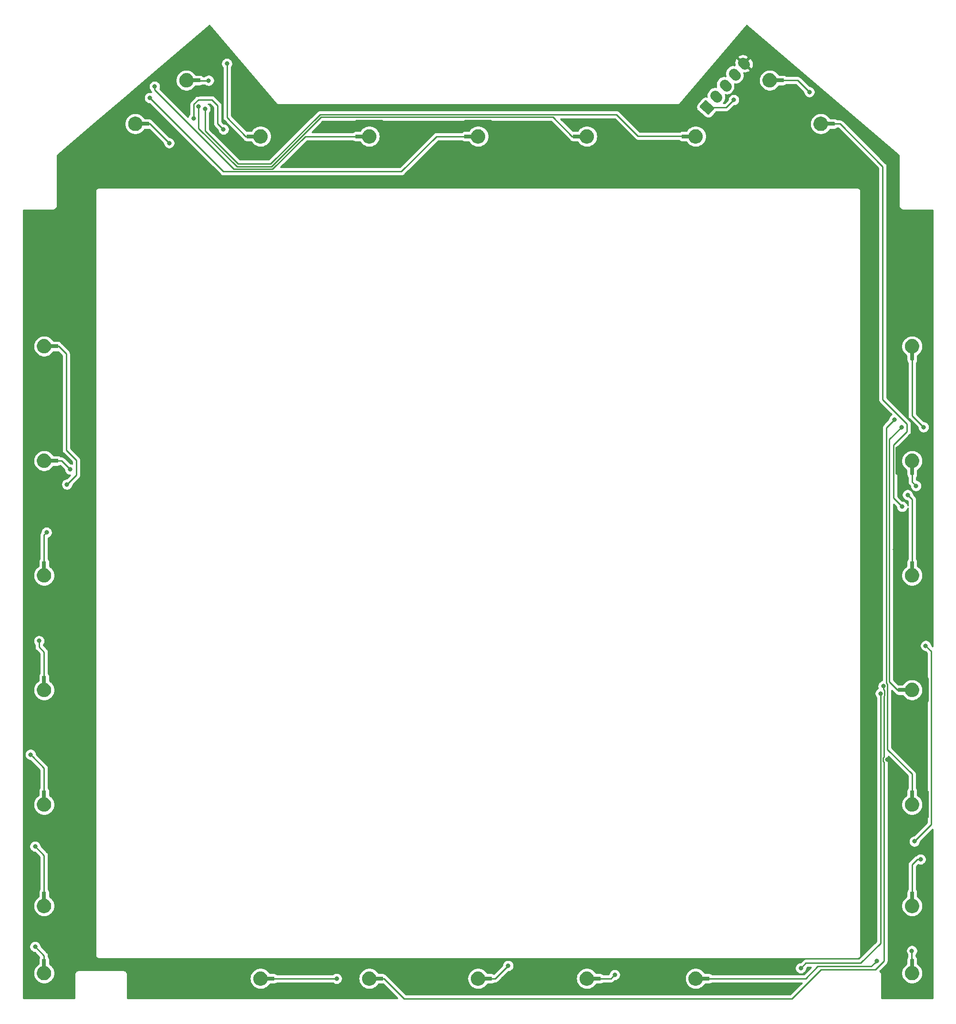
<source format=gbr>
G04 #@! TF.GenerationSoftware,KiCad,Pcbnew,(5.1.4-0-10_14)*
G04 #@! TF.CreationDate,2019-10-29T07:52:00+01:00*
G04 #@! TF.ProjectId,Buttons_AMPCD,42757474-6f6e-4735-9f41-4d5043442e6b,rev?*
G04 #@! TF.SameCoordinates,Original*
G04 #@! TF.FileFunction,Copper,L1,Top*
G04 #@! TF.FilePolarity,Positive*
%FSLAX46Y46*%
G04 Gerber Fmt 4.6, Leading zero omitted, Abs format (unit mm)*
G04 Created by KiCad (PCBNEW (5.1.4-0-10_14)) date 2019-10-29 07:52:00*
%MOMM*%
%LPD*%
G04 APERTURE LIST*
%ADD10C,0.100000*%
%ADD11C,1.740000*%
%ADD12C,1.740000*%
%ADD13C,0.608000*%
%ADD14C,0.640000*%
%ADD15C,0.800000*%
%ADD16C,0.250000*%
%ADD17C,0.254000*%
G04 APERTURE END LIST*
D10*
G36*
X137188607Y-33147169D02*
G01*
X137212834Y-33151033D01*
X137236566Y-33157254D01*
X137259574Y-33165770D01*
X137281637Y-33176501D01*
X137302541Y-33189343D01*
X137322086Y-33204172D01*
X138624364Y-34296912D01*
X138642362Y-34313585D01*
X138658638Y-34331942D01*
X138673037Y-34351806D01*
X138685420Y-34372985D01*
X138695667Y-34395277D01*
X138703679Y-34418465D01*
X138709381Y-34442327D01*
X138712716Y-34466633D01*
X138713652Y-34491149D01*
X138712181Y-34515638D01*
X138708317Y-34539866D01*
X138702096Y-34563598D01*
X138693580Y-34586606D01*
X138682849Y-34608669D01*
X138670007Y-34629573D01*
X138655178Y-34649118D01*
X137858120Y-35599014D01*
X137841447Y-35617012D01*
X137823090Y-35633288D01*
X137803226Y-35647687D01*
X137782047Y-35660070D01*
X137759755Y-35670317D01*
X137736567Y-35678330D01*
X137712705Y-35684031D01*
X137688399Y-35687366D01*
X137663883Y-35688302D01*
X137639393Y-35686831D01*
X137615166Y-35682967D01*
X137591434Y-35676746D01*
X137568426Y-35668230D01*
X137546363Y-35657499D01*
X137525459Y-35644657D01*
X137505914Y-35629828D01*
X136203636Y-34537088D01*
X136185638Y-34520415D01*
X136169362Y-34502058D01*
X136154963Y-34482194D01*
X136142580Y-34461015D01*
X136132333Y-34438723D01*
X136124321Y-34415535D01*
X136118619Y-34391673D01*
X136115284Y-34367367D01*
X136114348Y-34342851D01*
X136115819Y-34318362D01*
X136119683Y-34294134D01*
X136125904Y-34270402D01*
X136134420Y-34247394D01*
X136145151Y-34225331D01*
X136157993Y-34204427D01*
X136172822Y-34184882D01*
X136969880Y-33234986D01*
X136986553Y-33216988D01*
X137004910Y-33200712D01*
X137024774Y-33186313D01*
X137045953Y-33173930D01*
X137068245Y-33163683D01*
X137091433Y-33155670D01*
X137115295Y-33149969D01*
X137139601Y-33146634D01*
X137164117Y-33145698D01*
X137188607Y-33147169D01*
X137188607Y-33147169D01*
G37*
D11*
X137414000Y-34417000D03*
X139046681Y-32471247D03*
D12*
X138870491Y-32323406D02*
X139222871Y-32619088D01*
D11*
X140679361Y-30525494D03*
D12*
X140503171Y-30377653D02*
X140855551Y-30673335D01*
D11*
X142312042Y-28579741D03*
D12*
X142135852Y-28431900D02*
X142488232Y-28727582D01*
D11*
X143944722Y-26633988D03*
D12*
X143768532Y-26486147D02*
X144120912Y-26781829D01*
D13*
X18147000Y-173637000D03*
D10*
G36*
X16777841Y-173736368D02*
G01*
X16782109Y-173722299D01*
X16789040Y-173709332D01*
X16798367Y-173697967D01*
X16812813Y-173686688D01*
X17828813Y-173077088D01*
X17842101Y-173070796D01*
X17856361Y-173067217D01*
X17867400Y-173066400D01*
X18375400Y-173066400D01*
X18390032Y-173067841D01*
X18404101Y-173072109D01*
X18417068Y-173079040D01*
X18428433Y-173088367D01*
X18431415Y-173092000D01*
X18451000Y-173092000D01*
X18451000Y-174182000D01*
X17891600Y-174182000D01*
X17891600Y-177892400D01*
X21602400Y-177892400D01*
X21602400Y-174181600D01*
X21118600Y-174181600D01*
X21103968Y-174180159D01*
X21089899Y-174175891D01*
X21076932Y-174168960D01*
X21065567Y-174159633D01*
X21056240Y-174148268D01*
X21049309Y-174135301D01*
X21045041Y-174121232D01*
X21043600Y-174106600D01*
X21043600Y-173141400D01*
X21045041Y-173126768D01*
X21049309Y-173112699D01*
X21056240Y-173099732D01*
X21065567Y-173088367D01*
X21076932Y-173079040D01*
X21089899Y-173072109D01*
X21103968Y-173067841D01*
X21118600Y-173066400D01*
X21626600Y-173066400D01*
X21641232Y-173067841D01*
X21655301Y-173072109D01*
X21665187Y-173077088D01*
X22681187Y-173686688D01*
X22692992Y-173695452D01*
X22702861Y-173706350D01*
X22710414Y-173718964D01*
X22715361Y-173732810D01*
X22717600Y-173751000D01*
X22717600Y-178323000D01*
X22716159Y-178337632D01*
X22711891Y-178351701D01*
X22704960Y-178364668D01*
X22695633Y-178376033D01*
X22681187Y-178387312D01*
X21665187Y-178996912D01*
X21651899Y-179003204D01*
X21637639Y-179006783D01*
X21626600Y-179007600D01*
X17816600Y-179007600D01*
X17801968Y-179006159D01*
X17787899Y-179001891D01*
X17779022Y-178997507D01*
X16813822Y-178438707D01*
X16801882Y-178430129D01*
X16791844Y-178419386D01*
X16784095Y-178406891D01*
X16778932Y-178393125D01*
X16776400Y-178373800D01*
X16776400Y-173751000D01*
X16777841Y-173736368D01*
X16777841Y-173736368D01*
G37*
D14*
X19747000Y-174787000D03*
D10*
G36*
X18481024Y-175849210D02*
G01*
X18505527Y-175726027D01*
X18541986Y-175605839D01*
X18590049Y-175489803D01*
X18649255Y-175379037D01*
X18719033Y-175274607D01*
X18798710Y-175177520D01*
X18887520Y-175088710D01*
X18984607Y-175009033D01*
X19089037Y-174939255D01*
X19199803Y-174880049D01*
X19315839Y-174831986D01*
X19418000Y-174800995D01*
X19418000Y-173624000D01*
X19418003Y-173623507D01*
X19418002Y-173623476D01*
X19418004Y-173623445D01*
X19418007Y-173622953D01*
X19418225Y-173619489D01*
X19418411Y-173616160D01*
X19418450Y-173615907D01*
X19418467Y-173615640D01*
X19419017Y-173612247D01*
X19419403Y-173609749D01*
X19419441Y-173609368D01*
X19419485Y-173609223D01*
X19419532Y-173608919D01*
X19419597Y-173608665D01*
X19419639Y-173608407D01*
X19420501Y-173605144D01*
X19421354Y-173601822D01*
X19421445Y-173601572D01*
X19421511Y-173601322D01*
X19422680Y-173598179D01*
X19423614Y-173595611D01*
X19423709Y-173595299D01*
X19423768Y-173595188D01*
X19423860Y-173594936D01*
X19423975Y-173594696D01*
X19424065Y-173594454D01*
X19425538Y-173591433D01*
X19427000Y-173588382D01*
X19427000Y-173562000D01*
X19450859Y-173562000D01*
X19451189Y-173561757D01*
X19451332Y-173561640D01*
X19451391Y-173561609D01*
X19451496Y-173561531D01*
X19451722Y-173561396D01*
X19451933Y-173561243D01*
X19454853Y-173559530D01*
X19457790Y-173557779D01*
X19458028Y-173557667D01*
X19458253Y-173557535D01*
X19461336Y-173556110D01*
X19464190Y-173554767D01*
X19464299Y-173554709D01*
X19464341Y-173554696D01*
X19464420Y-173554659D01*
X19464666Y-173554571D01*
X19464905Y-173554461D01*
X19468165Y-173553325D01*
X19471323Y-173552201D01*
X19471571Y-173552139D01*
X19471824Y-173552051D01*
X19475175Y-173551240D01*
X19478313Y-173550458D01*
X19478368Y-173550441D01*
X19478388Y-173550439D01*
X19478432Y-173550428D01*
X19478690Y-173550390D01*
X19478946Y-173550328D01*
X19482302Y-173549857D01*
X19485681Y-173549358D01*
X19485947Y-173549345D01*
X19486203Y-173549309D01*
X19489565Y-173549168D01*
X19493000Y-173549000D01*
X20001000Y-173549000D01*
X20001493Y-173549003D01*
X20001524Y-173549002D01*
X20001555Y-173549004D01*
X20002047Y-173549007D01*
X20005511Y-173549225D01*
X20008840Y-173549411D01*
X20009093Y-173549450D01*
X20009360Y-173549467D01*
X20012753Y-173550017D01*
X20015251Y-173550403D01*
X20015632Y-173550441D01*
X20015777Y-173550485D01*
X20016081Y-173550532D01*
X20016335Y-173550597D01*
X20016593Y-173550639D01*
X20019856Y-173551501D01*
X20023178Y-173552354D01*
X20023428Y-173552445D01*
X20023678Y-173552511D01*
X20026821Y-173553680D01*
X20029389Y-173554614D01*
X20029701Y-173554709D01*
X20029812Y-173554768D01*
X20030064Y-173554860D01*
X20030304Y-173554975D01*
X20030546Y-173555065D01*
X20033567Y-173556538D01*
X20036672Y-173558026D01*
X20036898Y-173558163D01*
X20037132Y-173558277D01*
X20040067Y-173560082D01*
X20042417Y-173561506D01*
X20042668Y-173561640D01*
X20042751Y-173561708D01*
X20042939Y-173561822D01*
X20043142Y-173561974D01*
X20043184Y-173562000D01*
X20067000Y-173562000D01*
X20067000Y-173588419D01*
X20067221Y-173588790D01*
X20067333Y-173589028D01*
X20067465Y-173589253D01*
X20068890Y-173592336D01*
X20070233Y-173595190D01*
X20070291Y-173595299D01*
X20070304Y-173595341D01*
X20070341Y-173595420D01*
X20070429Y-173595666D01*
X20070539Y-173595905D01*
X20071675Y-173599165D01*
X20072799Y-173602323D01*
X20072861Y-173602571D01*
X20072949Y-173602824D01*
X20073760Y-173606175D01*
X20074542Y-173609313D01*
X20074559Y-173609368D01*
X20074561Y-173609388D01*
X20074572Y-173609432D01*
X20074610Y-173609690D01*
X20074672Y-173609946D01*
X20075143Y-173613302D01*
X20075642Y-173616681D01*
X20075655Y-173616947D01*
X20075691Y-173617203D01*
X20075832Y-173620565D01*
X20076000Y-173624000D01*
X20076000Y-174800995D01*
X20178161Y-174831986D01*
X20294197Y-174880049D01*
X20404963Y-174939255D01*
X20509393Y-175009033D01*
X20606480Y-175088710D01*
X20695290Y-175177520D01*
X20774967Y-175274607D01*
X20844745Y-175379037D01*
X20903951Y-175489803D01*
X20952014Y-175605839D01*
X20988473Y-175726027D01*
X21012976Y-175849210D01*
X21025286Y-175974202D01*
X21025286Y-176099798D01*
X21012976Y-176224790D01*
X20988473Y-176347973D01*
X20952014Y-176468161D01*
X20903951Y-176584197D01*
X20844745Y-176694963D01*
X20774967Y-176799393D01*
X20695290Y-176896480D01*
X20606480Y-176985290D01*
X20509393Y-177064967D01*
X20404963Y-177134745D01*
X20294197Y-177193951D01*
X20178161Y-177242014D01*
X20057973Y-177278473D01*
X19934790Y-177302976D01*
X19809798Y-177315286D01*
X19684202Y-177315286D01*
X19559210Y-177302976D01*
X19436027Y-177278473D01*
X19315839Y-177242014D01*
X19199803Y-177193951D01*
X19089037Y-177134745D01*
X18984607Y-177064967D01*
X18887520Y-176985290D01*
X18798710Y-176896480D01*
X18719033Y-176799393D01*
X18649255Y-176694963D01*
X18590049Y-176584197D01*
X18541986Y-176468161D01*
X18505527Y-176347973D01*
X18481024Y-176224790D01*
X18468714Y-176099798D01*
X18468714Y-175974202D01*
X18481024Y-175849210D01*
X18481024Y-175849210D01*
G37*
D14*
X19747000Y-186697000D03*
D10*
G36*
X18481024Y-187759210D02*
G01*
X18505527Y-187636027D01*
X18541986Y-187515839D01*
X18590049Y-187399803D01*
X18649255Y-187289037D01*
X18719033Y-187184607D01*
X18798710Y-187087520D01*
X18887520Y-186998710D01*
X18984607Y-186919033D01*
X19089037Y-186849255D01*
X19199803Y-186790049D01*
X19315839Y-186741986D01*
X19418000Y-186710995D01*
X19418000Y-185534000D01*
X19418003Y-185533507D01*
X19418002Y-185533476D01*
X19418004Y-185533445D01*
X19418007Y-185532953D01*
X19418225Y-185529489D01*
X19418411Y-185526160D01*
X19418450Y-185525907D01*
X19418467Y-185525640D01*
X19419017Y-185522247D01*
X19419403Y-185519749D01*
X19419441Y-185519368D01*
X19419485Y-185519223D01*
X19419532Y-185518919D01*
X19419597Y-185518665D01*
X19419639Y-185518407D01*
X19420501Y-185515144D01*
X19421354Y-185511822D01*
X19421445Y-185511572D01*
X19421511Y-185511322D01*
X19422680Y-185508179D01*
X19423614Y-185505611D01*
X19423709Y-185505299D01*
X19423768Y-185505188D01*
X19423860Y-185504936D01*
X19423975Y-185504696D01*
X19424065Y-185504454D01*
X19425538Y-185501433D01*
X19427000Y-185498382D01*
X19427000Y-185472000D01*
X19450859Y-185472000D01*
X19451189Y-185471757D01*
X19451332Y-185471640D01*
X19451391Y-185471609D01*
X19451496Y-185471531D01*
X19451722Y-185471396D01*
X19451933Y-185471243D01*
X19454853Y-185469530D01*
X19457790Y-185467779D01*
X19458028Y-185467667D01*
X19458253Y-185467535D01*
X19461336Y-185466110D01*
X19464190Y-185464767D01*
X19464299Y-185464709D01*
X19464341Y-185464696D01*
X19464420Y-185464659D01*
X19464666Y-185464571D01*
X19464905Y-185464461D01*
X19468165Y-185463325D01*
X19471323Y-185462201D01*
X19471571Y-185462139D01*
X19471824Y-185462051D01*
X19475175Y-185461240D01*
X19478313Y-185460458D01*
X19478368Y-185460441D01*
X19478388Y-185460439D01*
X19478432Y-185460428D01*
X19478690Y-185460390D01*
X19478946Y-185460328D01*
X19482302Y-185459857D01*
X19485681Y-185459358D01*
X19485947Y-185459345D01*
X19486203Y-185459309D01*
X19489565Y-185459168D01*
X19493000Y-185459000D01*
X20001000Y-185459000D01*
X20001493Y-185459003D01*
X20001524Y-185459002D01*
X20001555Y-185459004D01*
X20002047Y-185459007D01*
X20005511Y-185459225D01*
X20008840Y-185459411D01*
X20009093Y-185459450D01*
X20009360Y-185459467D01*
X20012753Y-185460017D01*
X20015251Y-185460403D01*
X20015632Y-185460441D01*
X20015777Y-185460485D01*
X20016081Y-185460532D01*
X20016335Y-185460597D01*
X20016593Y-185460639D01*
X20019856Y-185461501D01*
X20023178Y-185462354D01*
X20023428Y-185462445D01*
X20023678Y-185462511D01*
X20026821Y-185463680D01*
X20029389Y-185464614D01*
X20029701Y-185464709D01*
X20029812Y-185464768D01*
X20030064Y-185464860D01*
X20030304Y-185464975D01*
X20030546Y-185465065D01*
X20033567Y-185466538D01*
X20036672Y-185468026D01*
X20036898Y-185468163D01*
X20037132Y-185468277D01*
X20040067Y-185470082D01*
X20042417Y-185471506D01*
X20042668Y-185471640D01*
X20042751Y-185471708D01*
X20042939Y-185471822D01*
X20043142Y-185471974D01*
X20043184Y-185472000D01*
X20067000Y-185472000D01*
X20067000Y-185498419D01*
X20067221Y-185498790D01*
X20067333Y-185499028D01*
X20067465Y-185499253D01*
X20068890Y-185502336D01*
X20070233Y-185505190D01*
X20070291Y-185505299D01*
X20070304Y-185505341D01*
X20070341Y-185505420D01*
X20070429Y-185505666D01*
X20070539Y-185505905D01*
X20071675Y-185509165D01*
X20072799Y-185512323D01*
X20072861Y-185512571D01*
X20072949Y-185512824D01*
X20073760Y-185516175D01*
X20074542Y-185519313D01*
X20074559Y-185519368D01*
X20074561Y-185519388D01*
X20074572Y-185519432D01*
X20074610Y-185519690D01*
X20074672Y-185519946D01*
X20075143Y-185523302D01*
X20075642Y-185526681D01*
X20075655Y-185526947D01*
X20075691Y-185527203D01*
X20075832Y-185530565D01*
X20076000Y-185534000D01*
X20076000Y-186710995D01*
X20178161Y-186741986D01*
X20294197Y-186790049D01*
X20404963Y-186849255D01*
X20509393Y-186919033D01*
X20606480Y-186998710D01*
X20695290Y-187087520D01*
X20774967Y-187184607D01*
X20844745Y-187289037D01*
X20903951Y-187399803D01*
X20952014Y-187515839D01*
X20988473Y-187636027D01*
X21012976Y-187759210D01*
X21025286Y-187884202D01*
X21025286Y-188009798D01*
X21012976Y-188134790D01*
X20988473Y-188257973D01*
X20952014Y-188378161D01*
X20903951Y-188494197D01*
X20844745Y-188604963D01*
X20774967Y-188709393D01*
X20695290Y-188806480D01*
X20606480Y-188895290D01*
X20509393Y-188974967D01*
X20404963Y-189044745D01*
X20294197Y-189103951D01*
X20178161Y-189152014D01*
X20057973Y-189188473D01*
X19934790Y-189212976D01*
X19809798Y-189225286D01*
X19684202Y-189225286D01*
X19559210Y-189212976D01*
X19436027Y-189188473D01*
X19315839Y-189152014D01*
X19199803Y-189103951D01*
X19089037Y-189044745D01*
X18984607Y-188974967D01*
X18887520Y-188895290D01*
X18798710Y-188806480D01*
X18719033Y-188709393D01*
X18649255Y-188604963D01*
X18590049Y-188494197D01*
X18541986Y-188378161D01*
X18505527Y-188257973D01*
X18481024Y-188134790D01*
X18468714Y-188009798D01*
X18468714Y-187884202D01*
X18481024Y-187759210D01*
X18481024Y-187759210D01*
G37*
D13*
X18147000Y-185547000D03*
D10*
G36*
X16777841Y-185646368D02*
G01*
X16782109Y-185632299D01*
X16789040Y-185619332D01*
X16798367Y-185607967D01*
X16812813Y-185596688D01*
X17828813Y-184987088D01*
X17842101Y-184980796D01*
X17856361Y-184977217D01*
X17867400Y-184976400D01*
X18375400Y-184976400D01*
X18390032Y-184977841D01*
X18404101Y-184982109D01*
X18417068Y-184989040D01*
X18428433Y-184998367D01*
X18431415Y-185002000D01*
X18451000Y-185002000D01*
X18451000Y-186092000D01*
X17891600Y-186092000D01*
X17891600Y-189802400D01*
X21602400Y-189802400D01*
X21602400Y-186091600D01*
X21118600Y-186091600D01*
X21103968Y-186090159D01*
X21089899Y-186085891D01*
X21076932Y-186078960D01*
X21065567Y-186069633D01*
X21056240Y-186058268D01*
X21049309Y-186045301D01*
X21045041Y-186031232D01*
X21043600Y-186016600D01*
X21043600Y-185051400D01*
X21045041Y-185036768D01*
X21049309Y-185022699D01*
X21056240Y-185009732D01*
X21065567Y-184998367D01*
X21076932Y-184989040D01*
X21089899Y-184982109D01*
X21103968Y-184977841D01*
X21118600Y-184976400D01*
X21626600Y-184976400D01*
X21641232Y-184977841D01*
X21655301Y-184982109D01*
X21665187Y-184987088D01*
X22681187Y-185596688D01*
X22692992Y-185605452D01*
X22702861Y-185616350D01*
X22710414Y-185628964D01*
X22715361Y-185642810D01*
X22717600Y-185661000D01*
X22717600Y-190233000D01*
X22716159Y-190247632D01*
X22711891Y-190261701D01*
X22704960Y-190274668D01*
X22695633Y-190286033D01*
X22681187Y-190297312D01*
X21665187Y-190906912D01*
X21651899Y-190913204D01*
X21637639Y-190916783D01*
X21626600Y-190917600D01*
X17816600Y-190917600D01*
X17801968Y-190916159D01*
X17787899Y-190911891D01*
X17779022Y-190907507D01*
X16813822Y-190348707D01*
X16801882Y-190340129D01*
X16791844Y-190329386D01*
X16784095Y-190316891D01*
X16778932Y-190303125D01*
X16776400Y-190283800D01*
X16776400Y-185661000D01*
X16777841Y-185646368D01*
X16777841Y-185646368D01*
G37*
D13*
X172197000Y-173637000D03*
D10*
G36*
X170827841Y-173736368D02*
G01*
X170832109Y-173722299D01*
X170839040Y-173709332D01*
X170848367Y-173697967D01*
X170862813Y-173686688D01*
X171878813Y-173077088D01*
X171892101Y-173070796D01*
X171906361Y-173067217D01*
X171917400Y-173066400D01*
X172425400Y-173066400D01*
X172440032Y-173067841D01*
X172454101Y-173072109D01*
X172467068Y-173079040D01*
X172478433Y-173088367D01*
X172481415Y-173092000D01*
X172501000Y-173092000D01*
X172501000Y-174182000D01*
X171941600Y-174182000D01*
X171941600Y-177892400D01*
X175652400Y-177892400D01*
X175652400Y-174181600D01*
X175168600Y-174181600D01*
X175153968Y-174180159D01*
X175139899Y-174175891D01*
X175126932Y-174168960D01*
X175115567Y-174159633D01*
X175106240Y-174148268D01*
X175099309Y-174135301D01*
X175095041Y-174121232D01*
X175093600Y-174106600D01*
X175093600Y-173141400D01*
X175095041Y-173126768D01*
X175099309Y-173112699D01*
X175106240Y-173099732D01*
X175115567Y-173088367D01*
X175126932Y-173079040D01*
X175139899Y-173072109D01*
X175153968Y-173067841D01*
X175168600Y-173066400D01*
X175676600Y-173066400D01*
X175691232Y-173067841D01*
X175705301Y-173072109D01*
X175715187Y-173077088D01*
X176731187Y-173686688D01*
X176742992Y-173695452D01*
X176752861Y-173706350D01*
X176760414Y-173718964D01*
X176765361Y-173732810D01*
X176767600Y-173751000D01*
X176767600Y-178323000D01*
X176766159Y-178337632D01*
X176761891Y-178351701D01*
X176754960Y-178364668D01*
X176745633Y-178376033D01*
X176731187Y-178387312D01*
X175715187Y-178996912D01*
X175701899Y-179003204D01*
X175687639Y-179006783D01*
X175676600Y-179007600D01*
X171866600Y-179007600D01*
X171851968Y-179006159D01*
X171837899Y-179001891D01*
X171829022Y-178997507D01*
X170863822Y-178438707D01*
X170851882Y-178430129D01*
X170841844Y-178419386D01*
X170834095Y-178406891D01*
X170828932Y-178393125D01*
X170826400Y-178373800D01*
X170826400Y-173751000D01*
X170827841Y-173736368D01*
X170827841Y-173736368D01*
G37*
D14*
X173797000Y-174787000D03*
D10*
G36*
X172531024Y-175849210D02*
G01*
X172555527Y-175726027D01*
X172591986Y-175605839D01*
X172640049Y-175489803D01*
X172699255Y-175379037D01*
X172769033Y-175274607D01*
X172848710Y-175177520D01*
X172937520Y-175088710D01*
X173034607Y-175009033D01*
X173139037Y-174939255D01*
X173249803Y-174880049D01*
X173365839Y-174831986D01*
X173468000Y-174800995D01*
X173468000Y-173624000D01*
X173468003Y-173623507D01*
X173468002Y-173623476D01*
X173468004Y-173623445D01*
X173468007Y-173622953D01*
X173468225Y-173619489D01*
X173468411Y-173616160D01*
X173468450Y-173615907D01*
X173468467Y-173615640D01*
X173469017Y-173612247D01*
X173469403Y-173609749D01*
X173469441Y-173609368D01*
X173469485Y-173609223D01*
X173469532Y-173608919D01*
X173469597Y-173608665D01*
X173469639Y-173608407D01*
X173470501Y-173605144D01*
X173471354Y-173601822D01*
X173471445Y-173601572D01*
X173471511Y-173601322D01*
X173472680Y-173598179D01*
X173473614Y-173595611D01*
X173473709Y-173595299D01*
X173473768Y-173595188D01*
X173473860Y-173594936D01*
X173473975Y-173594696D01*
X173474065Y-173594454D01*
X173475538Y-173591433D01*
X173477000Y-173588382D01*
X173477000Y-173562000D01*
X173500859Y-173562000D01*
X173501189Y-173561757D01*
X173501332Y-173561640D01*
X173501391Y-173561609D01*
X173501496Y-173561531D01*
X173501722Y-173561396D01*
X173501933Y-173561243D01*
X173504853Y-173559530D01*
X173507790Y-173557779D01*
X173508028Y-173557667D01*
X173508253Y-173557535D01*
X173511336Y-173556110D01*
X173514190Y-173554767D01*
X173514299Y-173554709D01*
X173514341Y-173554696D01*
X173514420Y-173554659D01*
X173514666Y-173554571D01*
X173514905Y-173554461D01*
X173518165Y-173553325D01*
X173521323Y-173552201D01*
X173521571Y-173552139D01*
X173521824Y-173552051D01*
X173525175Y-173551240D01*
X173528313Y-173550458D01*
X173528368Y-173550441D01*
X173528388Y-173550439D01*
X173528432Y-173550428D01*
X173528690Y-173550390D01*
X173528946Y-173550328D01*
X173532302Y-173549857D01*
X173535681Y-173549358D01*
X173535947Y-173549345D01*
X173536203Y-173549309D01*
X173539565Y-173549168D01*
X173543000Y-173549000D01*
X174051000Y-173549000D01*
X174051493Y-173549003D01*
X174051524Y-173549002D01*
X174051555Y-173549004D01*
X174052047Y-173549007D01*
X174055511Y-173549225D01*
X174058840Y-173549411D01*
X174059093Y-173549450D01*
X174059360Y-173549467D01*
X174062753Y-173550017D01*
X174065251Y-173550403D01*
X174065632Y-173550441D01*
X174065777Y-173550485D01*
X174066081Y-173550532D01*
X174066335Y-173550597D01*
X174066593Y-173550639D01*
X174069856Y-173551501D01*
X174073178Y-173552354D01*
X174073428Y-173552445D01*
X174073678Y-173552511D01*
X174076821Y-173553680D01*
X174079389Y-173554614D01*
X174079701Y-173554709D01*
X174079812Y-173554768D01*
X174080064Y-173554860D01*
X174080304Y-173554975D01*
X174080546Y-173555065D01*
X174083567Y-173556538D01*
X174086672Y-173558026D01*
X174086898Y-173558163D01*
X174087132Y-173558277D01*
X174090067Y-173560082D01*
X174092417Y-173561506D01*
X174092668Y-173561640D01*
X174092751Y-173561708D01*
X174092939Y-173561822D01*
X174093142Y-173561974D01*
X174093184Y-173562000D01*
X174117000Y-173562000D01*
X174117000Y-173588419D01*
X174117221Y-173588790D01*
X174117333Y-173589028D01*
X174117465Y-173589253D01*
X174118890Y-173592336D01*
X174120233Y-173595190D01*
X174120291Y-173595299D01*
X174120304Y-173595341D01*
X174120341Y-173595420D01*
X174120429Y-173595666D01*
X174120539Y-173595905D01*
X174121675Y-173599165D01*
X174122799Y-173602323D01*
X174122861Y-173602571D01*
X174122949Y-173602824D01*
X174123760Y-173606175D01*
X174124542Y-173609313D01*
X174124559Y-173609368D01*
X174124561Y-173609388D01*
X174124572Y-173609432D01*
X174124610Y-173609690D01*
X174124672Y-173609946D01*
X174125143Y-173613302D01*
X174125642Y-173616681D01*
X174125655Y-173616947D01*
X174125691Y-173617203D01*
X174125832Y-173620565D01*
X174126000Y-173624000D01*
X174126000Y-174800995D01*
X174228161Y-174831986D01*
X174344197Y-174880049D01*
X174454963Y-174939255D01*
X174559393Y-175009033D01*
X174656480Y-175088710D01*
X174745290Y-175177520D01*
X174824967Y-175274607D01*
X174894745Y-175379037D01*
X174953951Y-175489803D01*
X175002014Y-175605839D01*
X175038473Y-175726027D01*
X175062976Y-175849210D01*
X175075286Y-175974202D01*
X175075286Y-176099798D01*
X175062976Y-176224790D01*
X175038473Y-176347973D01*
X175002014Y-176468161D01*
X174953951Y-176584197D01*
X174894745Y-176694963D01*
X174824967Y-176799393D01*
X174745290Y-176896480D01*
X174656480Y-176985290D01*
X174559393Y-177064967D01*
X174454963Y-177134745D01*
X174344197Y-177193951D01*
X174228161Y-177242014D01*
X174107973Y-177278473D01*
X173984790Y-177302976D01*
X173859798Y-177315286D01*
X173734202Y-177315286D01*
X173609210Y-177302976D01*
X173486027Y-177278473D01*
X173365839Y-177242014D01*
X173249803Y-177193951D01*
X173139037Y-177134745D01*
X173034607Y-177064967D01*
X172937520Y-176985290D01*
X172848710Y-176896480D01*
X172769033Y-176799393D01*
X172699255Y-176694963D01*
X172640049Y-176584197D01*
X172591986Y-176468161D01*
X172555527Y-176347973D01*
X172531024Y-176224790D01*
X172518714Y-176099798D01*
X172518714Y-175974202D01*
X172531024Y-175849210D01*
X172531024Y-175849210D01*
G37*
D14*
X173797000Y-186697000D03*
D10*
G36*
X172531024Y-187759210D02*
G01*
X172555527Y-187636027D01*
X172591986Y-187515839D01*
X172640049Y-187399803D01*
X172699255Y-187289037D01*
X172769033Y-187184607D01*
X172848710Y-187087520D01*
X172937520Y-186998710D01*
X173034607Y-186919033D01*
X173139037Y-186849255D01*
X173249803Y-186790049D01*
X173365839Y-186741986D01*
X173468000Y-186710995D01*
X173468000Y-185534000D01*
X173468003Y-185533507D01*
X173468002Y-185533476D01*
X173468004Y-185533445D01*
X173468007Y-185532953D01*
X173468225Y-185529489D01*
X173468411Y-185526160D01*
X173468450Y-185525907D01*
X173468467Y-185525640D01*
X173469017Y-185522247D01*
X173469403Y-185519749D01*
X173469441Y-185519368D01*
X173469485Y-185519223D01*
X173469532Y-185518919D01*
X173469597Y-185518665D01*
X173469639Y-185518407D01*
X173470501Y-185515144D01*
X173471354Y-185511822D01*
X173471445Y-185511572D01*
X173471511Y-185511322D01*
X173472680Y-185508179D01*
X173473614Y-185505611D01*
X173473709Y-185505299D01*
X173473768Y-185505188D01*
X173473860Y-185504936D01*
X173473975Y-185504696D01*
X173474065Y-185504454D01*
X173475538Y-185501433D01*
X173477000Y-185498382D01*
X173477000Y-185472000D01*
X173500859Y-185472000D01*
X173501189Y-185471757D01*
X173501332Y-185471640D01*
X173501391Y-185471609D01*
X173501496Y-185471531D01*
X173501722Y-185471396D01*
X173501933Y-185471243D01*
X173504853Y-185469530D01*
X173507790Y-185467779D01*
X173508028Y-185467667D01*
X173508253Y-185467535D01*
X173511336Y-185466110D01*
X173514190Y-185464767D01*
X173514299Y-185464709D01*
X173514341Y-185464696D01*
X173514420Y-185464659D01*
X173514666Y-185464571D01*
X173514905Y-185464461D01*
X173518165Y-185463325D01*
X173521323Y-185462201D01*
X173521571Y-185462139D01*
X173521824Y-185462051D01*
X173525175Y-185461240D01*
X173528313Y-185460458D01*
X173528368Y-185460441D01*
X173528388Y-185460439D01*
X173528432Y-185460428D01*
X173528690Y-185460390D01*
X173528946Y-185460328D01*
X173532302Y-185459857D01*
X173535681Y-185459358D01*
X173535947Y-185459345D01*
X173536203Y-185459309D01*
X173539565Y-185459168D01*
X173543000Y-185459000D01*
X174051000Y-185459000D01*
X174051493Y-185459003D01*
X174051524Y-185459002D01*
X174051555Y-185459004D01*
X174052047Y-185459007D01*
X174055511Y-185459225D01*
X174058840Y-185459411D01*
X174059093Y-185459450D01*
X174059360Y-185459467D01*
X174062753Y-185460017D01*
X174065251Y-185460403D01*
X174065632Y-185460441D01*
X174065777Y-185460485D01*
X174066081Y-185460532D01*
X174066335Y-185460597D01*
X174066593Y-185460639D01*
X174069856Y-185461501D01*
X174073178Y-185462354D01*
X174073428Y-185462445D01*
X174073678Y-185462511D01*
X174076821Y-185463680D01*
X174079389Y-185464614D01*
X174079701Y-185464709D01*
X174079812Y-185464768D01*
X174080064Y-185464860D01*
X174080304Y-185464975D01*
X174080546Y-185465065D01*
X174083567Y-185466538D01*
X174086672Y-185468026D01*
X174086898Y-185468163D01*
X174087132Y-185468277D01*
X174090067Y-185470082D01*
X174092417Y-185471506D01*
X174092668Y-185471640D01*
X174092751Y-185471708D01*
X174092939Y-185471822D01*
X174093142Y-185471974D01*
X174093184Y-185472000D01*
X174117000Y-185472000D01*
X174117000Y-185498419D01*
X174117221Y-185498790D01*
X174117333Y-185499028D01*
X174117465Y-185499253D01*
X174118890Y-185502336D01*
X174120233Y-185505190D01*
X174120291Y-185505299D01*
X174120304Y-185505341D01*
X174120341Y-185505420D01*
X174120429Y-185505666D01*
X174120539Y-185505905D01*
X174121675Y-185509165D01*
X174122799Y-185512323D01*
X174122861Y-185512571D01*
X174122949Y-185512824D01*
X174123760Y-185516175D01*
X174124542Y-185519313D01*
X174124559Y-185519368D01*
X174124561Y-185519388D01*
X174124572Y-185519432D01*
X174124610Y-185519690D01*
X174124672Y-185519946D01*
X174125143Y-185523302D01*
X174125642Y-185526681D01*
X174125655Y-185526947D01*
X174125691Y-185527203D01*
X174125832Y-185530565D01*
X174126000Y-185534000D01*
X174126000Y-186710995D01*
X174228161Y-186741986D01*
X174344197Y-186790049D01*
X174454963Y-186849255D01*
X174559393Y-186919033D01*
X174656480Y-186998710D01*
X174745290Y-187087520D01*
X174824967Y-187184607D01*
X174894745Y-187289037D01*
X174953951Y-187399803D01*
X175002014Y-187515839D01*
X175038473Y-187636027D01*
X175062976Y-187759210D01*
X175075286Y-187884202D01*
X175075286Y-188009798D01*
X175062976Y-188134790D01*
X175038473Y-188257973D01*
X175002014Y-188378161D01*
X174953951Y-188494197D01*
X174894745Y-188604963D01*
X174824967Y-188709393D01*
X174745290Y-188806480D01*
X174656480Y-188895290D01*
X174559393Y-188974967D01*
X174454963Y-189044745D01*
X174344197Y-189103951D01*
X174228161Y-189152014D01*
X174107973Y-189188473D01*
X173984790Y-189212976D01*
X173859798Y-189225286D01*
X173734202Y-189225286D01*
X173609210Y-189212976D01*
X173486027Y-189188473D01*
X173365839Y-189152014D01*
X173249803Y-189103951D01*
X173139037Y-189044745D01*
X173034607Y-188974967D01*
X172937520Y-188895290D01*
X172848710Y-188806480D01*
X172769033Y-188709393D01*
X172699255Y-188604963D01*
X172640049Y-188494197D01*
X172591986Y-188378161D01*
X172555527Y-188257973D01*
X172531024Y-188134790D01*
X172518714Y-188009798D01*
X172518714Y-187884202D01*
X172531024Y-187759210D01*
X172531024Y-187759210D01*
G37*
D13*
X172197000Y-185547000D03*
D10*
G36*
X170827841Y-185646368D02*
G01*
X170832109Y-185632299D01*
X170839040Y-185619332D01*
X170848367Y-185607967D01*
X170862813Y-185596688D01*
X171878813Y-184987088D01*
X171892101Y-184980796D01*
X171906361Y-184977217D01*
X171917400Y-184976400D01*
X172425400Y-184976400D01*
X172440032Y-184977841D01*
X172454101Y-184982109D01*
X172467068Y-184989040D01*
X172478433Y-184998367D01*
X172481415Y-185002000D01*
X172501000Y-185002000D01*
X172501000Y-186092000D01*
X171941600Y-186092000D01*
X171941600Y-189802400D01*
X175652400Y-189802400D01*
X175652400Y-186091600D01*
X175168600Y-186091600D01*
X175153968Y-186090159D01*
X175139899Y-186085891D01*
X175126932Y-186078960D01*
X175115567Y-186069633D01*
X175106240Y-186058268D01*
X175099309Y-186045301D01*
X175095041Y-186031232D01*
X175093600Y-186016600D01*
X175093600Y-185051400D01*
X175095041Y-185036768D01*
X175099309Y-185022699D01*
X175106240Y-185009732D01*
X175115567Y-184998367D01*
X175126932Y-184989040D01*
X175139899Y-184982109D01*
X175153968Y-184977841D01*
X175168600Y-184976400D01*
X175676600Y-184976400D01*
X175691232Y-184977841D01*
X175705301Y-184982109D01*
X175715187Y-184987088D01*
X176731187Y-185596688D01*
X176742992Y-185605452D01*
X176752861Y-185616350D01*
X176760414Y-185628964D01*
X176765361Y-185642810D01*
X176767600Y-185661000D01*
X176767600Y-190233000D01*
X176766159Y-190247632D01*
X176761891Y-190261701D01*
X176754960Y-190274668D01*
X176745633Y-190286033D01*
X176731187Y-190297312D01*
X175715187Y-190906912D01*
X175701899Y-190913204D01*
X175687639Y-190916783D01*
X175676600Y-190917600D01*
X171866600Y-190917600D01*
X171851968Y-190916159D01*
X171837899Y-190911891D01*
X171829022Y-190907507D01*
X170863822Y-190348707D01*
X170851882Y-190340129D01*
X170841844Y-190329386D01*
X170834095Y-190316891D01*
X170828932Y-190303125D01*
X170826400Y-190283800D01*
X170826400Y-185661000D01*
X170827841Y-185646368D01*
X170827841Y-185646368D01*
G37*
D14*
X149777000Y-29607000D03*
D10*
G36*
X148714790Y-28341024D02*
G01*
X148837973Y-28365527D01*
X148958161Y-28401986D01*
X149074197Y-28450049D01*
X149184963Y-28509255D01*
X149289393Y-28579033D01*
X149386480Y-28658710D01*
X149475290Y-28747520D01*
X149554967Y-28844607D01*
X149624745Y-28949037D01*
X149683951Y-29059803D01*
X149732014Y-29175839D01*
X149763005Y-29278000D01*
X150940000Y-29278000D01*
X150940493Y-29278003D01*
X150940524Y-29278002D01*
X150940555Y-29278004D01*
X150941047Y-29278007D01*
X150944511Y-29278225D01*
X150947840Y-29278411D01*
X150948093Y-29278450D01*
X150948360Y-29278467D01*
X150951753Y-29279017D01*
X150954251Y-29279403D01*
X150954632Y-29279441D01*
X150954777Y-29279485D01*
X150955081Y-29279532D01*
X150955335Y-29279597D01*
X150955593Y-29279639D01*
X150958856Y-29280501D01*
X150962178Y-29281354D01*
X150962428Y-29281445D01*
X150962678Y-29281511D01*
X150965821Y-29282680D01*
X150968389Y-29283614D01*
X150968701Y-29283709D01*
X150968812Y-29283768D01*
X150969064Y-29283860D01*
X150969304Y-29283975D01*
X150969546Y-29284065D01*
X150972567Y-29285538D01*
X150975618Y-29287000D01*
X151002000Y-29287000D01*
X151002000Y-29310859D01*
X151002243Y-29311189D01*
X151002360Y-29311332D01*
X151002391Y-29311391D01*
X151002469Y-29311496D01*
X151002604Y-29311722D01*
X151002757Y-29311933D01*
X151004470Y-29314853D01*
X151006221Y-29317790D01*
X151006333Y-29318028D01*
X151006465Y-29318253D01*
X151007890Y-29321336D01*
X151009233Y-29324190D01*
X151009291Y-29324299D01*
X151009304Y-29324341D01*
X151009341Y-29324420D01*
X151009429Y-29324666D01*
X151009539Y-29324905D01*
X151010675Y-29328165D01*
X151011799Y-29331323D01*
X151011861Y-29331571D01*
X151011949Y-29331824D01*
X151012760Y-29335175D01*
X151013542Y-29338313D01*
X151013559Y-29338368D01*
X151013561Y-29338388D01*
X151013572Y-29338432D01*
X151013610Y-29338690D01*
X151013672Y-29338946D01*
X151014143Y-29342302D01*
X151014642Y-29345681D01*
X151014655Y-29345947D01*
X151014691Y-29346203D01*
X151014832Y-29349565D01*
X151015000Y-29353000D01*
X151015000Y-29861000D01*
X151014997Y-29861493D01*
X151014998Y-29861524D01*
X151014996Y-29861555D01*
X151014993Y-29862047D01*
X151014775Y-29865511D01*
X151014589Y-29868840D01*
X151014550Y-29869093D01*
X151014533Y-29869360D01*
X151013983Y-29872753D01*
X151013597Y-29875251D01*
X151013559Y-29875632D01*
X151013515Y-29875777D01*
X151013468Y-29876081D01*
X151013403Y-29876335D01*
X151013361Y-29876593D01*
X151012499Y-29879856D01*
X151011646Y-29883178D01*
X151011555Y-29883428D01*
X151011489Y-29883678D01*
X151010320Y-29886821D01*
X151009386Y-29889389D01*
X151009291Y-29889701D01*
X151009232Y-29889812D01*
X151009140Y-29890064D01*
X151009025Y-29890304D01*
X151008935Y-29890546D01*
X151007462Y-29893567D01*
X151005974Y-29896672D01*
X151005837Y-29896898D01*
X151005723Y-29897132D01*
X151003918Y-29900067D01*
X151002494Y-29902417D01*
X151002360Y-29902668D01*
X151002292Y-29902751D01*
X151002178Y-29902939D01*
X151002026Y-29903142D01*
X151002000Y-29903184D01*
X151002000Y-29927000D01*
X150975581Y-29927000D01*
X150975210Y-29927221D01*
X150974972Y-29927333D01*
X150974747Y-29927465D01*
X150971664Y-29928890D01*
X150968810Y-29930233D01*
X150968701Y-29930291D01*
X150968659Y-29930304D01*
X150968580Y-29930341D01*
X150968334Y-29930429D01*
X150968095Y-29930539D01*
X150964835Y-29931675D01*
X150961677Y-29932799D01*
X150961429Y-29932861D01*
X150961176Y-29932949D01*
X150957825Y-29933760D01*
X150954687Y-29934542D01*
X150954632Y-29934559D01*
X150954612Y-29934561D01*
X150954568Y-29934572D01*
X150954310Y-29934610D01*
X150954054Y-29934672D01*
X150950698Y-29935143D01*
X150947319Y-29935642D01*
X150947053Y-29935655D01*
X150946797Y-29935691D01*
X150943435Y-29935832D01*
X150940000Y-29936000D01*
X149763005Y-29936000D01*
X149732014Y-30038161D01*
X149683951Y-30154197D01*
X149624745Y-30264963D01*
X149554967Y-30369393D01*
X149475290Y-30466480D01*
X149386480Y-30555290D01*
X149289393Y-30634967D01*
X149184963Y-30704745D01*
X149074197Y-30763951D01*
X148958161Y-30812014D01*
X148837973Y-30848473D01*
X148714790Y-30872976D01*
X148589798Y-30885286D01*
X148464202Y-30885286D01*
X148339210Y-30872976D01*
X148216027Y-30848473D01*
X148095839Y-30812014D01*
X147979803Y-30763951D01*
X147869037Y-30704745D01*
X147764607Y-30634967D01*
X147667520Y-30555290D01*
X147578710Y-30466480D01*
X147499033Y-30369393D01*
X147429255Y-30264963D01*
X147370049Y-30154197D01*
X147321986Y-30038161D01*
X147285527Y-29917973D01*
X147261024Y-29794790D01*
X147248714Y-29669798D01*
X147248714Y-29544202D01*
X147261024Y-29419210D01*
X147285527Y-29296027D01*
X147321986Y-29175839D01*
X147370049Y-29059803D01*
X147429255Y-28949037D01*
X147499033Y-28844607D01*
X147578710Y-28747520D01*
X147667520Y-28658710D01*
X147764607Y-28579033D01*
X147869037Y-28509255D01*
X147979803Y-28450049D01*
X148095839Y-28401986D01*
X148216027Y-28365527D01*
X148339210Y-28341024D01*
X148464202Y-28328714D01*
X148589798Y-28328714D01*
X148714790Y-28341024D01*
X148714790Y-28341024D01*
G37*
D13*
X150927000Y-28007000D03*
D10*
G36*
X150827632Y-26637841D02*
G01*
X150841701Y-26642109D01*
X150854668Y-26649040D01*
X150866033Y-26658367D01*
X150877312Y-26672813D01*
X151486912Y-27688813D01*
X151493204Y-27702101D01*
X151496783Y-27716361D01*
X151497600Y-27727400D01*
X151497600Y-28235400D01*
X151496159Y-28250032D01*
X151491891Y-28264101D01*
X151484960Y-28277068D01*
X151475633Y-28288433D01*
X151472000Y-28291415D01*
X151472000Y-28311000D01*
X150382000Y-28311000D01*
X150382000Y-27751600D01*
X146671600Y-27751600D01*
X146671600Y-31462400D01*
X150382400Y-31462400D01*
X150382400Y-30978600D01*
X150383841Y-30963968D01*
X150388109Y-30949899D01*
X150395040Y-30936932D01*
X150404367Y-30925567D01*
X150415732Y-30916240D01*
X150428699Y-30909309D01*
X150442768Y-30905041D01*
X150457400Y-30903600D01*
X151422600Y-30903600D01*
X151437232Y-30905041D01*
X151451301Y-30909309D01*
X151464268Y-30916240D01*
X151475633Y-30925567D01*
X151484960Y-30936932D01*
X151491891Y-30949899D01*
X151496159Y-30963968D01*
X151497600Y-30978600D01*
X151497600Y-31486600D01*
X151496159Y-31501232D01*
X151491891Y-31515301D01*
X151486912Y-31525187D01*
X150877312Y-32541187D01*
X150868548Y-32552992D01*
X150857650Y-32562861D01*
X150845036Y-32570414D01*
X150831190Y-32575361D01*
X150813000Y-32577600D01*
X146241000Y-32577600D01*
X146226368Y-32576159D01*
X146212299Y-32571891D01*
X146199332Y-32564960D01*
X146187967Y-32555633D01*
X146176688Y-32541187D01*
X145567088Y-31525187D01*
X145560796Y-31511899D01*
X145557217Y-31497639D01*
X145556400Y-31486600D01*
X145556400Y-27676600D01*
X145557841Y-27661968D01*
X145562109Y-27647899D01*
X145566493Y-27639022D01*
X146125293Y-26673822D01*
X146133871Y-26661882D01*
X146144614Y-26651844D01*
X146157109Y-26644095D01*
X146170875Y-26638932D01*
X146190200Y-26636400D01*
X150813000Y-26636400D01*
X150827632Y-26637841D01*
X150827632Y-26637841D01*
G37*
D13*
X159997000Y-35727000D03*
D10*
G36*
X159897632Y-34357841D02*
G01*
X159911701Y-34362109D01*
X159924668Y-34369040D01*
X159936033Y-34378367D01*
X159947312Y-34392813D01*
X160556912Y-35408813D01*
X160563204Y-35422101D01*
X160566783Y-35436361D01*
X160567600Y-35447400D01*
X160567600Y-35955400D01*
X160566159Y-35970032D01*
X160561891Y-35984101D01*
X160554960Y-35997068D01*
X160545633Y-36008433D01*
X160542000Y-36011415D01*
X160542000Y-36031000D01*
X159452000Y-36031000D01*
X159452000Y-35471600D01*
X155741600Y-35471600D01*
X155741600Y-39182400D01*
X159452400Y-39182400D01*
X159452400Y-38698600D01*
X159453841Y-38683968D01*
X159458109Y-38669899D01*
X159465040Y-38656932D01*
X159474367Y-38645567D01*
X159485732Y-38636240D01*
X159498699Y-38629309D01*
X159512768Y-38625041D01*
X159527400Y-38623600D01*
X160492600Y-38623600D01*
X160507232Y-38625041D01*
X160521301Y-38629309D01*
X160534268Y-38636240D01*
X160545633Y-38645567D01*
X160554960Y-38656932D01*
X160561891Y-38669899D01*
X160566159Y-38683968D01*
X160567600Y-38698600D01*
X160567600Y-39206600D01*
X160566159Y-39221232D01*
X160561891Y-39235301D01*
X160556912Y-39245187D01*
X159947312Y-40261187D01*
X159938548Y-40272992D01*
X159927650Y-40282861D01*
X159915036Y-40290414D01*
X159901190Y-40295361D01*
X159883000Y-40297600D01*
X155311000Y-40297600D01*
X155296368Y-40296159D01*
X155282299Y-40291891D01*
X155269332Y-40284960D01*
X155257967Y-40275633D01*
X155246688Y-40261187D01*
X154637088Y-39245187D01*
X154630796Y-39231899D01*
X154627217Y-39217639D01*
X154626400Y-39206600D01*
X154626400Y-35396600D01*
X154627841Y-35381968D01*
X154632109Y-35367899D01*
X154636493Y-35359022D01*
X155195293Y-34393822D01*
X155203871Y-34381882D01*
X155214614Y-34371844D01*
X155227109Y-34364095D01*
X155240875Y-34358932D01*
X155260200Y-34356400D01*
X159883000Y-34356400D01*
X159897632Y-34357841D01*
X159897632Y-34357841D01*
G37*
D14*
X158847000Y-37327000D03*
D10*
G36*
X157784790Y-36061024D02*
G01*
X157907973Y-36085527D01*
X158028161Y-36121986D01*
X158144197Y-36170049D01*
X158254963Y-36229255D01*
X158359393Y-36299033D01*
X158456480Y-36378710D01*
X158545290Y-36467520D01*
X158624967Y-36564607D01*
X158694745Y-36669037D01*
X158753951Y-36779803D01*
X158802014Y-36895839D01*
X158833005Y-36998000D01*
X160010000Y-36998000D01*
X160010493Y-36998003D01*
X160010524Y-36998002D01*
X160010555Y-36998004D01*
X160011047Y-36998007D01*
X160014511Y-36998225D01*
X160017840Y-36998411D01*
X160018093Y-36998450D01*
X160018360Y-36998467D01*
X160021753Y-36999017D01*
X160024251Y-36999403D01*
X160024632Y-36999441D01*
X160024777Y-36999485D01*
X160025081Y-36999532D01*
X160025335Y-36999597D01*
X160025593Y-36999639D01*
X160028856Y-37000501D01*
X160032178Y-37001354D01*
X160032428Y-37001445D01*
X160032678Y-37001511D01*
X160035821Y-37002680D01*
X160038389Y-37003614D01*
X160038701Y-37003709D01*
X160038812Y-37003768D01*
X160039064Y-37003860D01*
X160039304Y-37003975D01*
X160039546Y-37004065D01*
X160042567Y-37005538D01*
X160045618Y-37007000D01*
X160072000Y-37007000D01*
X160072000Y-37030859D01*
X160072243Y-37031189D01*
X160072360Y-37031332D01*
X160072391Y-37031391D01*
X160072469Y-37031496D01*
X160072604Y-37031722D01*
X160072757Y-37031933D01*
X160074470Y-37034853D01*
X160076221Y-37037790D01*
X160076333Y-37038028D01*
X160076465Y-37038253D01*
X160077890Y-37041336D01*
X160079233Y-37044190D01*
X160079291Y-37044299D01*
X160079304Y-37044341D01*
X160079341Y-37044420D01*
X160079429Y-37044666D01*
X160079539Y-37044905D01*
X160080675Y-37048165D01*
X160081799Y-37051323D01*
X160081861Y-37051571D01*
X160081949Y-37051824D01*
X160082760Y-37055175D01*
X160083542Y-37058313D01*
X160083559Y-37058368D01*
X160083561Y-37058388D01*
X160083572Y-37058432D01*
X160083610Y-37058690D01*
X160083672Y-37058946D01*
X160084143Y-37062302D01*
X160084642Y-37065681D01*
X160084655Y-37065947D01*
X160084691Y-37066203D01*
X160084832Y-37069565D01*
X160085000Y-37073000D01*
X160085000Y-37581000D01*
X160084997Y-37581493D01*
X160084998Y-37581524D01*
X160084996Y-37581555D01*
X160084993Y-37582047D01*
X160084775Y-37585511D01*
X160084589Y-37588840D01*
X160084550Y-37589093D01*
X160084533Y-37589360D01*
X160083983Y-37592753D01*
X160083597Y-37595251D01*
X160083559Y-37595632D01*
X160083515Y-37595777D01*
X160083468Y-37596081D01*
X160083403Y-37596335D01*
X160083361Y-37596593D01*
X160082499Y-37599856D01*
X160081646Y-37603178D01*
X160081555Y-37603428D01*
X160081489Y-37603678D01*
X160080320Y-37606821D01*
X160079386Y-37609389D01*
X160079291Y-37609701D01*
X160079232Y-37609812D01*
X160079140Y-37610064D01*
X160079025Y-37610304D01*
X160078935Y-37610546D01*
X160077462Y-37613567D01*
X160075974Y-37616672D01*
X160075837Y-37616898D01*
X160075723Y-37617132D01*
X160073918Y-37620067D01*
X160072494Y-37622417D01*
X160072360Y-37622668D01*
X160072292Y-37622751D01*
X160072178Y-37622939D01*
X160072026Y-37623142D01*
X160072000Y-37623184D01*
X160072000Y-37647000D01*
X160045581Y-37647000D01*
X160045210Y-37647221D01*
X160044972Y-37647333D01*
X160044747Y-37647465D01*
X160041664Y-37648890D01*
X160038810Y-37650233D01*
X160038701Y-37650291D01*
X160038659Y-37650304D01*
X160038580Y-37650341D01*
X160038334Y-37650429D01*
X160038095Y-37650539D01*
X160034835Y-37651675D01*
X160031677Y-37652799D01*
X160031429Y-37652861D01*
X160031176Y-37652949D01*
X160027825Y-37653760D01*
X160024687Y-37654542D01*
X160024632Y-37654559D01*
X160024612Y-37654561D01*
X160024568Y-37654572D01*
X160024310Y-37654610D01*
X160024054Y-37654672D01*
X160020698Y-37655143D01*
X160017319Y-37655642D01*
X160017053Y-37655655D01*
X160016797Y-37655691D01*
X160013435Y-37655832D01*
X160010000Y-37656000D01*
X158833005Y-37656000D01*
X158802014Y-37758161D01*
X158753951Y-37874197D01*
X158694745Y-37984963D01*
X158624967Y-38089393D01*
X158545290Y-38186480D01*
X158456480Y-38275290D01*
X158359393Y-38354967D01*
X158254963Y-38424745D01*
X158144197Y-38483951D01*
X158028161Y-38532014D01*
X157907973Y-38568473D01*
X157784790Y-38592976D01*
X157659798Y-38605286D01*
X157534202Y-38605286D01*
X157409210Y-38592976D01*
X157286027Y-38568473D01*
X157165839Y-38532014D01*
X157049803Y-38483951D01*
X156939037Y-38424745D01*
X156834607Y-38354967D01*
X156737520Y-38275290D01*
X156648710Y-38186480D01*
X156569033Y-38089393D01*
X156499255Y-37984963D01*
X156440049Y-37874197D01*
X156391986Y-37758161D01*
X156355527Y-37637973D01*
X156331024Y-37514790D01*
X156318714Y-37389798D01*
X156318714Y-37264202D01*
X156331024Y-37139210D01*
X156355527Y-37016027D01*
X156391986Y-36895839D01*
X156440049Y-36779803D01*
X156499255Y-36669037D01*
X156569033Y-36564607D01*
X156648710Y-36467520D01*
X156737520Y-36378710D01*
X156834607Y-36299033D01*
X156939037Y-36229255D01*
X157049803Y-36170049D01*
X157165839Y-36121986D01*
X157286027Y-36085527D01*
X157409210Y-36061024D01*
X157534202Y-36048714D01*
X157659798Y-36048714D01*
X157784790Y-36061024D01*
X157784790Y-36061024D01*
G37*
D14*
X46267000Y-29607000D03*
D10*
G36*
X45204790Y-28341024D02*
G01*
X45327973Y-28365527D01*
X45448161Y-28401986D01*
X45564197Y-28450049D01*
X45674963Y-28509255D01*
X45779393Y-28579033D01*
X45876480Y-28658710D01*
X45965290Y-28747520D01*
X46044967Y-28844607D01*
X46114745Y-28949037D01*
X46173951Y-29059803D01*
X46222014Y-29175839D01*
X46253005Y-29278000D01*
X47430000Y-29278000D01*
X47430493Y-29278003D01*
X47430524Y-29278002D01*
X47430555Y-29278004D01*
X47431047Y-29278007D01*
X47434511Y-29278225D01*
X47437840Y-29278411D01*
X47438093Y-29278450D01*
X47438360Y-29278467D01*
X47441753Y-29279017D01*
X47444251Y-29279403D01*
X47444632Y-29279441D01*
X47444777Y-29279485D01*
X47445081Y-29279532D01*
X47445335Y-29279597D01*
X47445593Y-29279639D01*
X47448856Y-29280501D01*
X47452178Y-29281354D01*
X47452428Y-29281445D01*
X47452678Y-29281511D01*
X47455821Y-29282680D01*
X47458389Y-29283614D01*
X47458701Y-29283709D01*
X47458812Y-29283768D01*
X47459064Y-29283860D01*
X47459304Y-29283975D01*
X47459546Y-29284065D01*
X47462567Y-29285538D01*
X47465618Y-29287000D01*
X47492000Y-29287000D01*
X47492000Y-29310859D01*
X47492243Y-29311189D01*
X47492360Y-29311332D01*
X47492391Y-29311391D01*
X47492469Y-29311496D01*
X47492604Y-29311722D01*
X47492757Y-29311933D01*
X47494470Y-29314853D01*
X47496221Y-29317790D01*
X47496333Y-29318028D01*
X47496465Y-29318253D01*
X47497890Y-29321336D01*
X47499233Y-29324190D01*
X47499291Y-29324299D01*
X47499304Y-29324341D01*
X47499341Y-29324420D01*
X47499429Y-29324666D01*
X47499539Y-29324905D01*
X47500675Y-29328165D01*
X47501799Y-29331323D01*
X47501861Y-29331571D01*
X47501949Y-29331824D01*
X47502760Y-29335175D01*
X47503542Y-29338313D01*
X47503559Y-29338368D01*
X47503561Y-29338388D01*
X47503572Y-29338432D01*
X47503610Y-29338690D01*
X47503672Y-29338946D01*
X47504143Y-29342302D01*
X47504642Y-29345681D01*
X47504655Y-29345947D01*
X47504691Y-29346203D01*
X47504832Y-29349565D01*
X47505000Y-29353000D01*
X47505000Y-29861000D01*
X47504997Y-29861493D01*
X47504998Y-29861524D01*
X47504996Y-29861555D01*
X47504993Y-29862047D01*
X47504775Y-29865511D01*
X47504589Y-29868840D01*
X47504550Y-29869093D01*
X47504533Y-29869360D01*
X47503983Y-29872753D01*
X47503597Y-29875251D01*
X47503559Y-29875632D01*
X47503515Y-29875777D01*
X47503468Y-29876081D01*
X47503403Y-29876335D01*
X47503361Y-29876593D01*
X47502499Y-29879856D01*
X47501646Y-29883178D01*
X47501555Y-29883428D01*
X47501489Y-29883678D01*
X47500320Y-29886821D01*
X47499386Y-29889389D01*
X47499291Y-29889701D01*
X47499232Y-29889812D01*
X47499140Y-29890064D01*
X47499025Y-29890304D01*
X47498935Y-29890546D01*
X47497462Y-29893567D01*
X47495974Y-29896672D01*
X47495837Y-29896898D01*
X47495723Y-29897132D01*
X47493918Y-29900067D01*
X47492494Y-29902417D01*
X47492360Y-29902668D01*
X47492292Y-29902751D01*
X47492178Y-29902939D01*
X47492026Y-29903142D01*
X47492000Y-29903184D01*
X47492000Y-29927000D01*
X47465581Y-29927000D01*
X47465210Y-29927221D01*
X47464972Y-29927333D01*
X47464747Y-29927465D01*
X47461664Y-29928890D01*
X47458810Y-29930233D01*
X47458701Y-29930291D01*
X47458659Y-29930304D01*
X47458580Y-29930341D01*
X47458334Y-29930429D01*
X47458095Y-29930539D01*
X47454835Y-29931675D01*
X47451677Y-29932799D01*
X47451429Y-29932861D01*
X47451176Y-29932949D01*
X47447825Y-29933760D01*
X47444687Y-29934542D01*
X47444632Y-29934559D01*
X47444612Y-29934561D01*
X47444568Y-29934572D01*
X47444310Y-29934610D01*
X47444054Y-29934672D01*
X47440698Y-29935143D01*
X47437319Y-29935642D01*
X47437053Y-29935655D01*
X47436797Y-29935691D01*
X47433435Y-29935832D01*
X47430000Y-29936000D01*
X46253005Y-29936000D01*
X46222014Y-30038161D01*
X46173951Y-30154197D01*
X46114745Y-30264963D01*
X46044967Y-30369393D01*
X45965290Y-30466480D01*
X45876480Y-30555290D01*
X45779393Y-30634967D01*
X45674963Y-30704745D01*
X45564197Y-30763951D01*
X45448161Y-30812014D01*
X45327973Y-30848473D01*
X45204790Y-30872976D01*
X45079798Y-30885286D01*
X44954202Y-30885286D01*
X44829210Y-30872976D01*
X44706027Y-30848473D01*
X44585839Y-30812014D01*
X44469803Y-30763951D01*
X44359037Y-30704745D01*
X44254607Y-30634967D01*
X44157520Y-30555290D01*
X44068710Y-30466480D01*
X43989033Y-30369393D01*
X43919255Y-30264963D01*
X43860049Y-30154197D01*
X43811986Y-30038161D01*
X43775527Y-29917973D01*
X43751024Y-29794790D01*
X43738714Y-29669798D01*
X43738714Y-29544202D01*
X43751024Y-29419210D01*
X43775527Y-29296027D01*
X43811986Y-29175839D01*
X43860049Y-29059803D01*
X43919255Y-28949037D01*
X43989033Y-28844607D01*
X44068710Y-28747520D01*
X44157520Y-28658710D01*
X44254607Y-28579033D01*
X44359037Y-28509255D01*
X44469803Y-28450049D01*
X44585839Y-28401986D01*
X44706027Y-28365527D01*
X44829210Y-28341024D01*
X44954202Y-28328714D01*
X45079798Y-28328714D01*
X45204790Y-28341024D01*
X45204790Y-28341024D01*
G37*
D13*
X47417000Y-28007000D03*
D10*
G36*
X47317632Y-26637841D02*
G01*
X47331701Y-26642109D01*
X47344668Y-26649040D01*
X47356033Y-26658367D01*
X47367312Y-26672813D01*
X47976912Y-27688813D01*
X47983204Y-27702101D01*
X47986783Y-27716361D01*
X47987600Y-27727400D01*
X47987600Y-28235400D01*
X47986159Y-28250032D01*
X47981891Y-28264101D01*
X47974960Y-28277068D01*
X47965633Y-28288433D01*
X47962000Y-28291415D01*
X47962000Y-28311000D01*
X46872000Y-28311000D01*
X46872000Y-27751600D01*
X43161600Y-27751600D01*
X43161600Y-31462400D01*
X46872400Y-31462400D01*
X46872400Y-30978600D01*
X46873841Y-30963968D01*
X46878109Y-30949899D01*
X46885040Y-30936932D01*
X46894367Y-30925567D01*
X46905732Y-30916240D01*
X46918699Y-30909309D01*
X46932768Y-30905041D01*
X46947400Y-30903600D01*
X47912600Y-30903600D01*
X47927232Y-30905041D01*
X47941301Y-30909309D01*
X47954268Y-30916240D01*
X47965633Y-30925567D01*
X47974960Y-30936932D01*
X47981891Y-30949899D01*
X47986159Y-30963968D01*
X47987600Y-30978600D01*
X47987600Y-31486600D01*
X47986159Y-31501232D01*
X47981891Y-31515301D01*
X47976912Y-31525187D01*
X47367312Y-32541187D01*
X47358548Y-32552992D01*
X47347650Y-32562861D01*
X47335036Y-32570414D01*
X47321190Y-32575361D01*
X47303000Y-32577600D01*
X42731000Y-32577600D01*
X42716368Y-32576159D01*
X42702299Y-32571891D01*
X42689332Y-32564960D01*
X42677967Y-32555633D01*
X42666688Y-32541187D01*
X42057088Y-31525187D01*
X42050796Y-31511899D01*
X42047217Y-31497639D01*
X42046400Y-31486600D01*
X42046400Y-27676600D01*
X42047841Y-27661968D01*
X42052109Y-27647899D01*
X42056493Y-27639022D01*
X42615293Y-26673822D01*
X42623871Y-26661882D01*
X42634614Y-26651844D01*
X42647109Y-26644095D01*
X42660875Y-26638932D01*
X42680200Y-26636400D01*
X47303000Y-26636400D01*
X47317632Y-26637841D01*
X47317632Y-26637841D01*
G37*
D13*
X38347000Y-35727000D03*
D10*
G36*
X38247632Y-34357841D02*
G01*
X38261701Y-34362109D01*
X38274668Y-34369040D01*
X38286033Y-34378367D01*
X38297312Y-34392813D01*
X38906912Y-35408813D01*
X38913204Y-35422101D01*
X38916783Y-35436361D01*
X38917600Y-35447400D01*
X38917600Y-35955400D01*
X38916159Y-35970032D01*
X38911891Y-35984101D01*
X38904960Y-35997068D01*
X38895633Y-36008433D01*
X38892000Y-36011415D01*
X38892000Y-36031000D01*
X37802000Y-36031000D01*
X37802000Y-35471600D01*
X34091600Y-35471600D01*
X34091600Y-39182400D01*
X37802400Y-39182400D01*
X37802400Y-38698600D01*
X37803841Y-38683968D01*
X37808109Y-38669899D01*
X37815040Y-38656932D01*
X37824367Y-38645567D01*
X37835732Y-38636240D01*
X37848699Y-38629309D01*
X37862768Y-38625041D01*
X37877400Y-38623600D01*
X38842600Y-38623600D01*
X38857232Y-38625041D01*
X38871301Y-38629309D01*
X38884268Y-38636240D01*
X38895633Y-38645567D01*
X38904960Y-38656932D01*
X38911891Y-38669899D01*
X38916159Y-38683968D01*
X38917600Y-38698600D01*
X38917600Y-39206600D01*
X38916159Y-39221232D01*
X38911891Y-39235301D01*
X38906912Y-39245187D01*
X38297312Y-40261187D01*
X38288548Y-40272992D01*
X38277650Y-40282861D01*
X38265036Y-40290414D01*
X38251190Y-40295361D01*
X38233000Y-40297600D01*
X33661000Y-40297600D01*
X33646368Y-40296159D01*
X33632299Y-40291891D01*
X33619332Y-40284960D01*
X33607967Y-40275633D01*
X33596688Y-40261187D01*
X32987088Y-39245187D01*
X32980796Y-39231899D01*
X32977217Y-39217639D01*
X32976400Y-39206600D01*
X32976400Y-35396600D01*
X32977841Y-35381968D01*
X32982109Y-35367899D01*
X32986493Y-35359022D01*
X33545293Y-34393822D01*
X33553871Y-34381882D01*
X33564614Y-34371844D01*
X33577109Y-34364095D01*
X33590875Y-34358932D01*
X33610200Y-34356400D01*
X38233000Y-34356400D01*
X38247632Y-34357841D01*
X38247632Y-34357841D01*
G37*
D14*
X37197000Y-37327000D03*
D10*
G36*
X36134790Y-36061024D02*
G01*
X36257973Y-36085527D01*
X36378161Y-36121986D01*
X36494197Y-36170049D01*
X36604963Y-36229255D01*
X36709393Y-36299033D01*
X36806480Y-36378710D01*
X36895290Y-36467520D01*
X36974967Y-36564607D01*
X37044745Y-36669037D01*
X37103951Y-36779803D01*
X37152014Y-36895839D01*
X37183005Y-36998000D01*
X38360000Y-36998000D01*
X38360493Y-36998003D01*
X38360524Y-36998002D01*
X38360555Y-36998004D01*
X38361047Y-36998007D01*
X38364511Y-36998225D01*
X38367840Y-36998411D01*
X38368093Y-36998450D01*
X38368360Y-36998467D01*
X38371753Y-36999017D01*
X38374251Y-36999403D01*
X38374632Y-36999441D01*
X38374777Y-36999485D01*
X38375081Y-36999532D01*
X38375335Y-36999597D01*
X38375593Y-36999639D01*
X38378856Y-37000501D01*
X38382178Y-37001354D01*
X38382428Y-37001445D01*
X38382678Y-37001511D01*
X38385821Y-37002680D01*
X38388389Y-37003614D01*
X38388701Y-37003709D01*
X38388812Y-37003768D01*
X38389064Y-37003860D01*
X38389304Y-37003975D01*
X38389546Y-37004065D01*
X38392567Y-37005538D01*
X38395618Y-37007000D01*
X38422000Y-37007000D01*
X38422000Y-37030859D01*
X38422243Y-37031189D01*
X38422360Y-37031332D01*
X38422391Y-37031391D01*
X38422469Y-37031496D01*
X38422604Y-37031722D01*
X38422757Y-37031933D01*
X38424470Y-37034853D01*
X38426221Y-37037790D01*
X38426333Y-37038028D01*
X38426465Y-37038253D01*
X38427890Y-37041336D01*
X38429233Y-37044190D01*
X38429291Y-37044299D01*
X38429304Y-37044341D01*
X38429341Y-37044420D01*
X38429429Y-37044666D01*
X38429539Y-37044905D01*
X38430675Y-37048165D01*
X38431799Y-37051323D01*
X38431861Y-37051571D01*
X38431949Y-37051824D01*
X38432760Y-37055175D01*
X38433542Y-37058313D01*
X38433559Y-37058368D01*
X38433561Y-37058388D01*
X38433572Y-37058432D01*
X38433610Y-37058690D01*
X38433672Y-37058946D01*
X38434143Y-37062302D01*
X38434642Y-37065681D01*
X38434655Y-37065947D01*
X38434691Y-37066203D01*
X38434832Y-37069565D01*
X38435000Y-37073000D01*
X38435000Y-37581000D01*
X38434997Y-37581493D01*
X38434998Y-37581524D01*
X38434996Y-37581555D01*
X38434993Y-37582047D01*
X38434775Y-37585511D01*
X38434589Y-37588840D01*
X38434550Y-37589093D01*
X38434533Y-37589360D01*
X38433983Y-37592753D01*
X38433597Y-37595251D01*
X38433559Y-37595632D01*
X38433515Y-37595777D01*
X38433468Y-37596081D01*
X38433403Y-37596335D01*
X38433361Y-37596593D01*
X38432499Y-37599856D01*
X38431646Y-37603178D01*
X38431555Y-37603428D01*
X38431489Y-37603678D01*
X38430320Y-37606821D01*
X38429386Y-37609389D01*
X38429291Y-37609701D01*
X38429232Y-37609812D01*
X38429140Y-37610064D01*
X38429025Y-37610304D01*
X38428935Y-37610546D01*
X38427462Y-37613567D01*
X38425974Y-37616672D01*
X38425837Y-37616898D01*
X38425723Y-37617132D01*
X38423918Y-37620067D01*
X38422494Y-37622417D01*
X38422360Y-37622668D01*
X38422292Y-37622751D01*
X38422178Y-37622939D01*
X38422026Y-37623142D01*
X38422000Y-37623184D01*
X38422000Y-37647000D01*
X38395581Y-37647000D01*
X38395210Y-37647221D01*
X38394972Y-37647333D01*
X38394747Y-37647465D01*
X38391664Y-37648890D01*
X38388810Y-37650233D01*
X38388701Y-37650291D01*
X38388659Y-37650304D01*
X38388580Y-37650341D01*
X38388334Y-37650429D01*
X38388095Y-37650539D01*
X38384835Y-37651675D01*
X38381677Y-37652799D01*
X38381429Y-37652861D01*
X38381176Y-37652949D01*
X38377825Y-37653760D01*
X38374687Y-37654542D01*
X38374632Y-37654559D01*
X38374612Y-37654561D01*
X38374568Y-37654572D01*
X38374310Y-37654610D01*
X38374054Y-37654672D01*
X38370698Y-37655143D01*
X38367319Y-37655642D01*
X38367053Y-37655655D01*
X38366797Y-37655691D01*
X38363435Y-37655832D01*
X38360000Y-37656000D01*
X37183005Y-37656000D01*
X37152014Y-37758161D01*
X37103951Y-37874197D01*
X37044745Y-37984963D01*
X36974967Y-38089393D01*
X36895290Y-38186480D01*
X36806480Y-38275290D01*
X36709393Y-38354967D01*
X36604963Y-38424745D01*
X36494197Y-38483951D01*
X36378161Y-38532014D01*
X36257973Y-38568473D01*
X36134790Y-38592976D01*
X36009798Y-38605286D01*
X35884202Y-38605286D01*
X35759210Y-38592976D01*
X35636027Y-38568473D01*
X35515839Y-38532014D01*
X35399803Y-38483951D01*
X35289037Y-38424745D01*
X35184607Y-38354967D01*
X35087520Y-38275290D01*
X34998710Y-38186480D01*
X34919033Y-38089393D01*
X34849255Y-37984963D01*
X34790049Y-37874197D01*
X34741986Y-37758161D01*
X34705527Y-37637973D01*
X34681024Y-37514790D01*
X34668714Y-37389798D01*
X34668714Y-37264202D01*
X34681024Y-37139210D01*
X34705527Y-37016027D01*
X34741986Y-36895839D01*
X34790049Y-36779803D01*
X34849255Y-36669037D01*
X34919033Y-36564607D01*
X34998710Y-36467520D01*
X35087520Y-36378710D01*
X35184607Y-36299033D01*
X35289037Y-36229255D01*
X35399803Y-36170049D01*
X35515839Y-36121986D01*
X35636027Y-36085527D01*
X35759210Y-36061024D01*
X35884202Y-36048714D01*
X36009798Y-36048714D01*
X36134790Y-36061024D01*
X36134790Y-36061024D01*
G37*
D13*
X22147000Y-75167000D03*
D10*
G36*
X22047632Y-73797841D02*
G01*
X22061701Y-73802109D01*
X22074668Y-73809040D01*
X22086033Y-73818367D01*
X22097312Y-73832813D01*
X22706912Y-74848813D01*
X22713204Y-74862101D01*
X22716783Y-74876361D01*
X22717600Y-74887400D01*
X22717600Y-75395400D01*
X22716159Y-75410032D01*
X22711891Y-75424101D01*
X22704960Y-75437068D01*
X22695633Y-75448433D01*
X22692000Y-75451415D01*
X22692000Y-75471000D01*
X21602000Y-75471000D01*
X21602000Y-74911600D01*
X17891600Y-74911600D01*
X17891600Y-78622400D01*
X21602400Y-78622400D01*
X21602400Y-78138600D01*
X21603841Y-78123968D01*
X21608109Y-78109899D01*
X21615040Y-78096932D01*
X21624367Y-78085567D01*
X21635732Y-78076240D01*
X21648699Y-78069309D01*
X21662768Y-78065041D01*
X21677400Y-78063600D01*
X22642600Y-78063600D01*
X22657232Y-78065041D01*
X22671301Y-78069309D01*
X22684268Y-78076240D01*
X22695633Y-78085567D01*
X22704960Y-78096932D01*
X22711891Y-78109899D01*
X22716159Y-78123968D01*
X22717600Y-78138600D01*
X22717600Y-78646600D01*
X22716159Y-78661232D01*
X22711891Y-78675301D01*
X22706912Y-78685187D01*
X22097312Y-79701187D01*
X22088548Y-79712992D01*
X22077650Y-79722861D01*
X22065036Y-79730414D01*
X22051190Y-79735361D01*
X22033000Y-79737600D01*
X17461000Y-79737600D01*
X17446368Y-79736159D01*
X17432299Y-79731891D01*
X17419332Y-79724960D01*
X17407967Y-79715633D01*
X17396688Y-79701187D01*
X16787088Y-78685187D01*
X16780796Y-78671899D01*
X16777217Y-78657639D01*
X16776400Y-78646600D01*
X16776400Y-74836600D01*
X16777841Y-74821968D01*
X16782109Y-74807899D01*
X16786493Y-74799022D01*
X17345293Y-73833822D01*
X17353871Y-73821882D01*
X17364614Y-73811844D01*
X17377109Y-73804095D01*
X17390875Y-73798932D01*
X17410200Y-73796400D01*
X22033000Y-73796400D01*
X22047632Y-73797841D01*
X22047632Y-73797841D01*
G37*
D14*
X20997000Y-76767000D03*
D10*
G36*
X19934790Y-75501024D02*
G01*
X20057973Y-75525527D01*
X20178161Y-75561986D01*
X20294197Y-75610049D01*
X20404963Y-75669255D01*
X20509393Y-75739033D01*
X20606480Y-75818710D01*
X20695290Y-75907520D01*
X20774967Y-76004607D01*
X20844745Y-76109037D01*
X20903951Y-76219803D01*
X20952014Y-76335839D01*
X20983005Y-76438000D01*
X22160000Y-76438000D01*
X22160493Y-76438003D01*
X22160524Y-76438002D01*
X22160555Y-76438004D01*
X22161047Y-76438007D01*
X22164511Y-76438225D01*
X22167840Y-76438411D01*
X22168093Y-76438450D01*
X22168360Y-76438467D01*
X22171753Y-76439017D01*
X22174251Y-76439403D01*
X22174632Y-76439441D01*
X22174777Y-76439485D01*
X22175081Y-76439532D01*
X22175335Y-76439597D01*
X22175593Y-76439639D01*
X22178856Y-76440501D01*
X22182178Y-76441354D01*
X22182428Y-76441445D01*
X22182678Y-76441511D01*
X22185821Y-76442680D01*
X22188389Y-76443614D01*
X22188701Y-76443709D01*
X22188812Y-76443768D01*
X22189064Y-76443860D01*
X22189304Y-76443975D01*
X22189546Y-76444065D01*
X22192567Y-76445538D01*
X22195618Y-76447000D01*
X22222000Y-76447000D01*
X22222000Y-76470859D01*
X22222243Y-76471189D01*
X22222360Y-76471332D01*
X22222391Y-76471391D01*
X22222469Y-76471496D01*
X22222604Y-76471722D01*
X22222757Y-76471933D01*
X22224470Y-76474853D01*
X22226221Y-76477790D01*
X22226333Y-76478028D01*
X22226465Y-76478253D01*
X22227890Y-76481336D01*
X22229233Y-76484190D01*
X22229291Y-76484299D01*
X22229304Y-76484341D01*
X22229341Y-76484420D01*
X22229429Y-76484666D01*
X22229539Y-76484905D01*
X22230675Y-76488165D01*
X22231799Y-76491323D01*
X22231861Y-76491571D01*
X22231949Y-76491824D01*
X22232760Y-76495175D01*
X22233542Y-76498313D01*
X22233559Y-76498368D01*
X22233561Y-76498388D01*
X22233572Y-76498432D01*
X22233610Y-76498690D01*
X22233672Y-76498946D01*
X22234143Y-76502302D01*
X22234642Y-76505681D01*
X22234655Y-76505947D01*
X22234691Y-76506203D01*
X22234832Y-76509565D01*
X22235000Y-76513000D01*
X22235000Y-77021000D01*
X22234997Y-77021493D01*
X22234998Y-77021524D01*
X22234996Y-77021555D01*
X22234993Y-77022047D01*
X22234775Y-77025511D01*
X22234589Y-77028840D01*
X22234550Y-77029093D01*
X22234533Y-77029360D01*
X22233983Y-77032753D01*
X22233597Y-77035251D01*
X22233559Y-77035632D01*
X22233515Y-77035777D01*
X22233468Y-77036081D01*
X22233403Y-77036335D01*
X22233361Y-77036593D01*
X22232499Y-77039856D01*
X22231646Y-77043178D01*
X22231555Y-77043428D01*
X22231489Y-77043678D01*
X22230320Y-77046821D01*
X22229386Y-77049389D01*
X22229291Y-77049701D01*
X22229232Y-77049812D01*
X22229140Y-77050064D01*
X22229025Y-77050304D01*
X22228935Y-77050546D01*
X22227462Y-77053567D01*
X22225974Y-77056672D01*
X22225837Y-77056898D01*
X22225723Y-77057132D01*
X22223918Y-77060067D01*
X22222494Y-77062417D01*
X22222360Y-77062668D01*
X22222292Y-77062751D01*
X22222178Y-77062939D01*
X22222026Y-77063142D01*
X22222000Y-77063184D01*
X22222000Y-77087000D01*
X22195581Y-77087000D01*
X22195210Y-77087221D01*
X22194972Y-77087333D01*
X22194747Y-77087465D01*
X22191664Y-77088890D01*
X22188810Y-77090233D01*
X22188701Y-77090291D01*
X22188659Y-77090304D01*
X22188580Y-77090341D01*
X22188334Y-77090429D01*
X22188095Y-77090539D01*
X22184835Y-77091675D01*
X22181677Y-77092799D01*
X22181429Y-77092861D01*
X22181176Y-77092949D01*
X22177825Y-77093760D01*
X22174687Y-77094542D01*
X22174632Y-77094559D01*
X22174612Y-77094561D01*
X22174568Y-77094572D01*
X22174310Y-77094610D01*
X22174054Y-77094672D01*
X22170698Y-77095143D01*
X22167319Y-77095642D01*
X22167053Y-77095655D01*
X22166797Y-77095691D01*
X22163435Y-77095832D01*
X22160000Y-77096000D01*
X20983005Y-77096000D01*
X20952014Y-77198161D01*
X20903951Y-77314197D01*
X20844745Y-77424963D01*
X20774967Y-77529393D01*
X20695290Y-77626480D01*
X20606480Y-77715290D01*
X20509393Y-77794967D01*
X20404963Y-77864745D01*
X20294197Y-77923951D01*
X20178161Y-77972014D01*
X20057973Y-78008473D01*
X19934790Y-78032976D01*
X19809798Y-78045286D01*
X19684202Y-78045286D01*
X19559210Y-78032976D01*
X19436027Y-78008473D01*
X19315839Y-77972014D01*
X19199803Y-77923951D01*
X19089037Y-77864745D01*
X18984607Y-77794967D01*
X18887520Y-77715290D01*
X18798710Y-77626480D01*
X18719033Y-77529393D01*
X18649255Y-77424963D01*
X18590049Y-77314197D01*
X18541986Y-77198161D01*
X18505527Y-77077973D01*
X18481024Y-76954790D01*
X18468714Y-76829798D01*
X18468714Y-76704202D01*
X18481024Y-76579210D01*
X18505527Y-76456027D01*
X18541986Y-76335839D01*
X18590049Y-76219803D01*
X18649255Y-76109037D01*
X18719033Y-76004607D01*
X18798710Y-75907520D01*
X18887520Y-75818710D01*
X18984607Y-75739033D01*
X19089037Y-75669255D01*
X19199803Y-75610049D01*
X19315839Y-75561986D01*
X19436027Y-75525527D01*
X19559210Y-75501024D01*
X19684202Y-75488714D01*
X19809798Y-75488714D01*
X19934790Y-75501024D01*
X19934790Y-75501024D01*
G37*
D14*
X20997000Y-97087000D03*
D10*
G36*
X19934790Y-95821024D02*
G01*
X20057973Y-95845527D01*
X20178161Y-95881986D01*
X20294197Y-95930049D01*
X20404963Y-95989255D01*
X20509393Y-96059033D01*
X20606480Y-96138710D01*
X20695290Y-96227520D01*
X20774967Y-96324607D01*
X20844745Y-96429037D01*
X20903951Y-96539803D01*
X20952014Y-96655839D01*
X20983005Y-96758000D01*
X22160000Y-96758000D01*
X22160493Y-96758003D01*
X22160524Y-96758002D01*
X22160555Y-96758004D01*
X22161047Y-96758007D01*
X22164511Y-96758225D01*
X22167840Y-96758411D01*
X22168093Y-96758450D01*
X22168360Y-96758467D01*
X22171753Y-96759017D01*
X22174251Y-96759403D01*
X22174632Y-96759441D01*
X22174777Y-96759485D01*
X22175081Y-96759532D01*
X22175335Y-96759597D01*
X22175593Y-96759639D01*
X22178856Y-96760501D01*
X22182178Y-96761354D01*
X22182428Y-96761445D01*
X22182678Y-96761511D01*
X22185821Y-96762680D01*
X22188389Y-96763614D01*
X22188701Y-96763709D01*
X22188812Y-96763768D01*
X22189064Y-96763860D01*
X22189304Y-96763975D01*
X22189546Y-96764065D01*
X22192567Y-96765538D01*
X22195618Y-96767000D01*
X22222000Y-96767000D01*
X22222000Y-96790859D01*
X22222243Y-96791189D01*
X22222360Y-96791332D01*
X22222391Y-96791391D01*
X22222469Y-96791496D01*
X22222604Y-96791722D01*
X22222757Y-96791933D01*
X22224470Y-96794853D01*
X22226221Y-96797790D01*
X22226333Y-96798028D01*
X22226465Y-96798253D01*
X22227890Y-96801336D01*
X22229233Y-96804190D01*
X22229291Y-96804299D01*
X22229304Y-96804341D01*
X22229341Y-96804420D01*
X22229429Y-96804666D01*
X22229539Y-96804905D01*
X22230675Y-96808165D01*
X22231799Y-96811323D01*
X22231861Y-96811571D01*
X22231949Y-96811824D01*
X22232760Y-96815175D01*
X22233542Y-96818313D01*
X22233559Y-96818368D01*
X22233561Y-96818388D01*
X22233572Y-96818432D01*
X22233610Y-96818690D01*
X22233672Y-96818946D01*
X22234143Y-96822302D01*
X22234642Y-96825681D01*
X22234655Y-96825947D01*
X22234691Y-96826203D01*
X22234832Y-96829565D01*
X22235000Y-96833000D01*
X22235000Y-97341000D01*
X22234997Y-97341493D01*
X22234998Y-97341524D01*
X22234996Y-97341555D01*
X22234993Y-97342047D01*
X22234775Y-97345511D01*
X22234589Y-97348840D01*
X22234550Y-97349093D01*
X22234533Y-97349360D01*
X22233983Y-97352753D01*
X22233597Y-97355251D01*
X22233559Y-97355632D01*
X22233515Y-97355777D01*
X22233468Y-97356081D01*
X22233403Y-97356335D01*
X22233361Y-97356593D01*
X22232499Y-97359856D01*
X22231646Y-97363178D01*
X22231555Y-97363428D01*
X22231489Y-97363678D01*
X22230320Y-97366821D01*
X22229386Y-97369389D01*
X22229291Y-97369701D01*
X22229232Y-97369812D01*
X22229140Y-97370064D01*
X22229025Y-97370304D01*
X22228935Y-97370546D01*
X22227462Y-97373567D01*
X22225974Y-97376672D01*
X22225837Y-97376898D01*
X22225723Y-97377132D01*
X22223918Y-97380067D01*
X22222494Y-97382417D01*
X22222360Y-97382668D01*
X22222292Y-97382751D01*
X22222178Y-97382939D01*
X22222026Y-97383142D01*
X22222000Y-97383184D01*
X22222000Y-97407000D01*
X22195581Y-97407000D01*
X22195210Y-97407221D01*
X22194972Y-97407333D01*
X22194747Y-97407465D01*
X22191664Y-97408890D01*
X22188810Y-97410233D01*
X22188701Y-97410291D01*
X22188659Y-97410304D01*
X22188580Y-97410341D01*
X22188334Y-97410429D01*
X22188095Y-97410539D01*
X22184835Y-97411675D01*
X22181677Y-97412799D01*
X22181429Y-97412861D01*
X22181176Y-97412949D01*
X22177825Y-97413760D01*
X22174687Y-97414542D01*
X22174632Y-97414559D01*
X22174612Y-97414561D01*
X22174568Y-97414572D01*
X22174310Y-97414610D01*
X22174054Y-97414672D01*
X22170698Y-97415143D01*
X22167319Y-97415642D01*
X22167053Y-97415655D01*
X22166797Y-97415691D01*
X22163435Y-97415832D01*
X22160000Y-97416000D01*
X20983005Y-97416000D01*
X20952014Y-97518161D01*
X20903951Y-97634197D01*
X20844745Y-97744963D01*
X20774967Y-97849393D01*
X20695290Y-97946480D01*
X20606480Y-98035290D01*
X20509393Y-98114967D01*
X20404963Y-98184745D01*
X20294197Y-98243951D01*
X20178161Y-98292014D01*
X20057973Y-98328473D01*
X19934790Y-98352976D01*
X19809798Y-98365286D01*
X19684202Y-98365286D01*
X19559210Y-98352976D01*
X19436027Y-98328473D01*
X19315839Y-98292014D01*
X19199803Y-98243951D01*
X19089037Y-98184745D01*
X18984607Y-98114967D01*
X18887520Y-98035290D01*
X18798710Y-97946480D01*
X18719033Y-97849393D01*
X18649255Y-97744963D01*
X18590049Y-97634197D01*
X18541986Y-97518161D01*
X18505527Y-97397973D01*
X18481024Y-97274790D01*
X18468714Y-97149798D01*
X18468714Y-97024202D01*
X18481024Y-96899210D01*
X18505527Y-96776027D01*
X18541986Y-96655839D01*
X18590049Y-96539803D01*
X18649255Y-96429037D01*
X18719033Y-96324607D01*
X18798710Y-96227520D01*
X18887520Y-96138710D01*
X18984607Y-96059033D01*
X19089037Y-95989255D01*
X19199803Y-95930049D01*
X19315839Y-95881986D01*
X19436027Y-95845527D01*
X19559210Y-95821024D01*
X19684202Y-95808714D01*
X19809798Y-95808714D01*
X19934790Y-95821024D01*
X19934790Y-95821024D01*
G37*
D13*
X22147000Y-95487000D03*
D10*
G36*
X22047632Y-94117841D02*
G01*
X22061701Y-94122109D01*
X22074668Y-94129040D01*
X22086033Y-94138367D01*
X22097312Y-94152813D01*
X22706912Y-95168813D01*
X22713204Y-95182101D01*
X22716783Y-95196361D01*
X22717600Y-95207400D01*
X22717600Y-95715400D01*
X22716159Y-95730032D01*
X22711891Y-95744101D01*
X22704960Y-95757068D01*
X22695633Y-95768433D01*
X22692000Y-95771415D01*
X22692000Y-95791000D01*
X21602000Y-95791000D01*
X21602000Y-95231600D01*
X17891600Y-95231600D01*
X17891600Y-98942400D01*
X21602400Y-98942400D01*
X21602400Y-98458600D01*
X21603841Y-98443968D01*
X21608109Y-98429899D01*
X21615040Y-98416932D01*
X21624367Y-98405567D01*
X21635732Y-98396240D01*
X21648699Y-98389309D01*
X21662768Y-98385041D01*
X21677400Y-98383600D01*
X22642600Y-98383600D01*
X22657232Y-98385041D01*
X22671301Y-98389309D01*
X22684268Y-98396240D01*
X22695633Y-98405567D01*
X22704960Y-98416932D01*
X22711891Y-98429899D01*
X22716159Y-98443968D01*
X22717600Y-98458600D01*
X22717600Y-98966600D01*
X22716159Y-98981232D01*
X22711891Y-98995301D01*
X22706912Y-99005187D01*
X22097312Y-100021187D01*
X22088548Y-100032992D01*
X22077650Y-100042861D01*
X22065036Y-100050414D01*
X22051190Y-100055361D01*
X22033000Y-100057600D01*
X17461000Y-100057600D01*
X17446368Y-100056159D01*
X17432299Y-100051891D01*
X17419332Y-100044960D01*
X17407967Y-100035633D01*
X17396688Y-100021187D01*
X16787088Y-99005187D01*
X16780796Y-98991899D01*
X16777217Y-98977639D01*
X16776400Y-98966600D01*
X16776400Y-95156600D01*
X16777841Y-95141968D01*
X16782109Y-95127899D01*
X16786493Y-95119022D01*
X17345293Y-94153822D01*
X17353871Y-94141882D01*
X17364614Y-94131844D01*
X17377109Y-94124095D01*
X17390875Y-94118932D01*
X17410200Y-94116400D01*
X22033000Y-94116400D01*
X22047632Y-94117841D01*
X22047632Y-94117841D01*
G37*
D14*
X19747000Y-116157000D03*
D10*
G36*
X18481024Y-117219210D02*
G01*
X18505527Y-117096027D01*
X18541986Y-116975839D01*
X18590049Y-116859803D01*
X18649255Y-116749037D01*
X18719033Y-116644607D01*
X18798710Y-116547520D01*
X18887520Y-116458710D01*
X18984607Y-116379033D01*
X19089037Y-116309255D01*
X19199803Y-116250049D01*
X19315839Y-116201986D01*
X19418000Y-116170995D01*
X19418000Y-114994000D01*
X19418003Y-114993507D01*
X19418002Y-114993476D01*
X19418004Y-114993445D01*
X19418007Y-114992953D01*
X19418225Y-114989489D01*
X19418411Y-114986160D01*
X19418450Y-114985907D01*
X19418467Y-114985640D01*
X19419017Y-114982247D01*
X19419403Y-114979749D01*
X19419441Y-114979368D01*
X19419485Y-114979223D01*
X19419532Y-114978919D01*
X19419597Y-114978665D01*
X19419639Y-114978407D01*
X19420501Y-114975144D01*
X19421354Y-114971822D01*
X19421445Y-114971572D01*
X19421511Y-114971322D01*
X19422680Y-114968179D01*
X19423614Y-114965611D01*
X19423709Y-114965299D01*
X19423768Y-114965188D01*
X19423860Y-114964936D01*
X19423975Y-114964696D01*
X19424065Y-114964454D01*
X19425538Y-114961433D01*
X19427000Y-114958382D01*
X19427000Y-114932000D01*
X19450859Y-114932000D01*
X19451189Y-114931757D01*
X19451332Y-114931640D01*
X19451391Y-114931609D01*
X19451496Y-114931531D01*
X19451722Y-114931396D01*
X19451933Y-114931243D01*
X19454853Y-114929530D01*
X19457790Y-114927779D01*
X19458028Y-114927667D01*
X19458253Y-114927535D01*
X19461336Y-114926110D01*
X19464190Y-114924767D01*
X19464299Y-114924709D01*
X19464341Y-114924696D01*
X19464420Y-114924659D01*
X19464666Y-114924571D01*
X19464905Y-114924461D01*
X19468165Y-114923325D01*
X19471323Y-114922201D01*
X19471571Y-114922139D01*
X19471824Y-114922051D01*
X19475175Y-114921240D01*
X19478313Y-114920458D01*
X19478368Y-114920441D01*
X19478388Y-114920439D01*
X19478432Y-114920428D01*
X19478690Y-114920390D01*
X19478946Y-114920328D01*
X19482302Y-114919857D01*
X19485681Y-114919358D01*
X19485947Y-114919345D01*
X19486203Y-114919309D01*
X19489565Y-114919168D01*
X19493000Y-114919000D01*
X20001000Y-114919000D01*
X20001493Y-114919003D01*
X20001524Y-114919002D01*
X20001555Y-114919004D01*
X20002047Y-114919007D01*
X20005511Y-114919225D01*
X20008840Y-114919411D01*
X20009093Y-114919450D01*
X20009360Y-114919467D01*
X20012753Y-114920017D01*
X20015251Y-114920403D01*
X20015632Y-114920441D01*
X20015777Y-114920485D01*
X20016081Y-114920532D01*
X20016335Y-114920597D01*
X20016593Y-114920639D01*
X20019856Y-114921501D01*
X20023178Y-114922354D01*
X20023428Y-114922445D01*
X20023678Y-114922511D01*
X20026821Y-114923680D01*
X20029389Y-114924614D01*
X20029701Y-114924709D01*
X20029812Y-114924768D01*
X20030064Y-114924860D01*
X20030304Y-114924975D01*
X20030546Y-114925065D01*
X20033567Y-114926538D01*
X20036672Y-114928026D01*
X20036898Y-114928163D01*
X20037132Y-114928277D01*
X20040067Y-114930082D01*
X20042417Y-114931506D01*
X20042668Y-114931640D01*
X20042751Y-114931708D01*
X20042939Y-114931822D01*
X20043142Y-114931974D01*
X20043184Y-114932000D01*
X20067000Y-114932000D01*
X20067000Y-114958419D01*
X20067221Y-114958790D01*
X20067333Y-114959028D01*
X20067465Y-114959253D01*
X20068890Y-114962336D01*
X20070233Y-114965190D01*
X20070291Y-114965299D01*
X20070304Y-114965341D01*
X20070341Y-114965420D01*
X20070429Y-114965666D01*
X20070539Y-114965905D01*
X20071675Y-114969165D01*
X20072799Y-114972323D01*
X20072861Y-114972571D01*
X20072949Y-114972824D01*
X20073760Y-114976175D01*
X20074542Y-114979313D01*
X20074559Y-114979368D01*
X20074561Y-114979388D01*
X20074572Y-114979432D01*
X20074610Y-114979690D01*
X20074672Y-114979946D01*
X20075143Y-114983302D01*
X20075642Y-114986681D01*
X20075655Y-114986947D01*
X20075691Y-114987203D01*
X20075832Y-114990565D01*
X20076000Y-114994000D01*
X20076000Y-116170995D01*
X20178161Y-116201986D01*
X20294197Y-116250049D01*
X20404963Y-116309255D01*
X20509393Y-116379033D01*
X20606480Y-116458710D01*
X20695290Y-116547520D01*
X20774967Y-116644607D01*
X20844745Y-116749037D01*
X20903951Y-116859803D01*
X20952014Y-116975839D01*
X20988473Y-117096027D01*
X21012976Y-117219210D01*
X21025286Y-117344202D01*
X21025286Y-117469798D01*
X21012976Y-117594790D01*
X20988473Y-117717973D01*
X20952014Y-117838161D01*
X20903951Y-117954197D01*
X20844745Y-118064963D01*
X20774967Y-118169393D01*
X20695290Y-118266480D01*
X20606480Y-118355290D01*
X20509393Y-118434967D01*
X20404963Y-118504745D01*
X20294197Y-118563951D01*
X20178161Y-118612014D01*
X20057973Y-118648473D01*
X19934790Y-118672976D01*
X19809798Y-118685286D01*
X19684202Y-118685286D01*
X19559210Y-118672976D01*
X19436027Y-118648473D01*
X19315839Y-118612014D01*
X19199803Y-118563951D01*
X19089037Y-118504745D01*
X18984607Y-118434967D01*
X18887520Y-118355290D01*
X18798710Y-118266480D01*
X18719033Y-118169393D01*
X18649255Y-118064963D01*
X18590049Y-117954197D01*
X18541986Y-117838161D01*
X18505527Y-117717973D01*
X18481024Y-117594790D01*
X18468714Y-117469798D01*
X18468714Y-117344202D01*
X18481024Y-117219210D01*
X18481024Y-117219210D01*
G37*
D13*
X18147000Y-115007000D03*
D10*
G36*
X16777841Y-115106368D02*
G01*
X16782109Y-115092299D01*
X16789040Y-115079332D01*
X16798367Y-115067967D01*
X16812813Y-115056688D01*
X17828813Y-114447088D01*
X17842101Y-114440796D01*
X17856361Y-114437217D01*
X17867400Y-114436400D01*
X18375400Y-114436400D01*
X18390032Y-114437841D01*
X18404101Y-114442109D01*
X18417068Y-114449040D01*
X18428433Y-114458367D01*
X18431415Y-114462000D01*
X18451000Y-114462000D01*
X18451000Y-115552000D01*
X17891600Y-115552000D01*
X17891600Y-119262400D01*
X21602400Y-119262400D01*
X21602400Y-115551600D01*
X21118600Y-115551600D01*
X21103968Y-115550159D01*
X21089899Y-115545891D01*
X21076932Y-115538960D01*
X21065567Y-115529633D01*
X21056240Y-115518268D01*
X21049309Y-115505301D01*
X21045041Y-115491232D01*
X21043600Y-115476600D01*
X21043600Y-114511400D01*
X21045041Y-114496768D01*
X21049309Y-114482699D01*
X21056240Y-114469732D01*
X21065567Y-114458367D01*
X21076932Y-114449040D01*
X21089899Y-114442109D01*
X21103968Y-114437841D01*
X21118600Y-114436400D01*
X21626600Y-114436400D01*
X21641232Y-114437841D01*
X21655301Y-114442109D01*
X21665187Y-114447088D01*
X22681187Y-115056688D01*
X22692992Y-115065452D01*
X22702861Y-115076350D01*
X22710414Y-115088964D01*
X22715361Y-115102810D01*
X22717600Y-115121000D01*
X22717600Y-119693000D01*
X22716159Y-119707632D01*
X22711891Y-119721701D01*
X22704960Y-119734668D01*
X22695633Y-119746033D01*
X22681187Y-119757312D01*
X21665187Y-120366912D01*
X21651899Y-120373204D01*
X21637639Y-120376783D01*
X21626600Y-120377600D01*
X17816600Y-120377600D01*
X17801968Y-120376159D01*
X17787899Y-120371891D01*
X17779022Y-120367507D01*
X16813822Y-119808707D01*
X16801882Y-119800129D01*
X16791844Y-119789386D01*
X16784095Y-119776891D01*
X16778932Y-119763125D01*
X16776400Y-119743800D01*
X16776400Y-115121000D01*
X16777841Y-115106368D01*
X16777841Y-115106368D01*
G37*
D13*
X18147000Y-135327000D03*
D10*
G36*
X16777841Y-135426368D02*
G01*
X16782109Y-135412299D01*
X16789040Y-135399332D01*
X16798367Y-135387967D01*
X16812813Y-135376688D01*
X17828813Y-134767088D01*
X17842101Y-134760796D01*
X17856361Y-134757217D01*
X17867400Y-134756400D01*
X18375400Y-134756400D01*
X18390032Y-134757841D01*
X18404101Y-134762109D01*
X18417068Y-134769040D01*
X18428433Y-134778367D01*
X18431415Y-134782000D01*
X18451000Y-134782000D01*
X18451000Y-135872000D01*
X17891600Y-135872000D01*
X17891600Y-139582400D01*
X21602400Y-139582400D01*
X21602400Y-135871600D01*
X21118600Y-135871600D01*
X21103968Y-135870159D01*
X21089899Y-135865891D01*
X21076932Y-135858960D01*
X21065567Y-135849633D01*
X21056240Y-135838268D01*
X21049309Y-135825301D01*
X21045041Y-135811232D01*
X21043600Y-135796600D01*
X21043600Y-134831400D01*
X21045041Y-134816768D01*
X21049309Y-134802699D01*
X21056240Y-134789732D01*
X21065567Y-134778367D01*
X21076932Y-134769040D01*
X21089899Y-134762109D01*
X21103968Y-134757841D01*
X21118600Y-134756400D01*
X21626600Y-134756400D01*
X21641232Y-134757841D01*
X21655301Y-134762109D01*
X21665187Y-134767088D01*
X22681187Y-135376688D01*
X22692992Y-135385452D01*
X22702861Y-135396350D01*
X22710414Y-135408964D01*
X22715361Y-135422810D01*
X22717600Y-135441000D01*
X22717600Y-140013000D01*
X22716159Y-140027632D01*
X22711891Y-140041701D01*
X22704960Y-140054668D01*
X22695633Y-140066033D01*
X22681187Y-140077312D01*
X21665187Y-140686912D01*
X21651899Y-140693204D01*
X21637639Y-140696783D01*
X21626600Y-140697600D01*
X17816600Y-140697600D01*
X17801968Y-140696159D01*
X17787899Y-140691891D01*
X17779022Y-140687507D01*
X16813822Y-140128707D01*
X16801882Y-140120129D01*
X16791844Y-140109386D01*
X16784095Y-140096891D01*
X16778932Y-140083125D01*
X16776400Y-140063800D01*
X16776400Y-135441000D01*
X16777841Y-135426368D01*
X16777841Y-135426368D01*
G37*
D14*
X19747000Y-136477000D03*
D10*
G36*
X18481024Y-137539210D02*
G01*
X18505527Y-137416027D01*
X18541986Y-137295839D01*
X18590049Y-137179803D01*
X18649255Y-137069037D01*
X18719033Y-136964607D01*
X18798710Y-136867520D01*
X18887520Y-136778710D01*
X18984607Y-136699033D01*
X19089037Y-136629255D01*
X19199803Y-136570049D01*
X19315839Y-136521986D01*
X19418000Y-136490995D01*
X19418000Y-135314000D01*
X19418003Y-135313507D01*
X19418002Y-135313476D01*
X19418004Y-135313445D01*
X19418007Y-135312953D01*
X19418225Y-135309489D01*
X19418411Y-135306160D01*
X19418450Y-135305907D01*
X19418467Y-135305640D01*
X19419017Y-135302247D01*
X19419403Y-135299749D01*
X19419441Y-135299368D01*
X19419485Y-135299223D01*
X19419532Y-135298919D01*
X19419597Y-135298665D01*
X19419639Y-135298407D01*
X19420501Y-135295144D01*
X19421354Y-135291822D01*
X19421445Y-135291572D01*
X19421511Y-135291322D01*
X19422680Y-135288179D01*
X19423614Y-135285611D01*
X19423709Y-135285299D01*
X19423768Y-135285188D01*
X19423860Y-135284936D01*
X19423975Y-135284696D01*
X19424065Y-135284454D01*
X19425538Y-135281433D01*
X19427000Y-135278382D01*
X19427000Y-135252000D01*
X19450859Y-135252000D01*
X19451189Y-135251757D01*
X19451332Y-135251640D01*
X19451391Y-135251609D01*
X19451496Y-135251531D01*
X19451722Y-135251396D01*
X19451933Y-135251243D01*
X19454853Y-135249530D01*
X19457790Y-135247779D01*
X19458028Y-135247667D01*
X19458253Y-135247535D01*
X19461336Y-135246110D01*
X19464190Y-135244767D01*
X19464299Y-135244709D01*
X19464341Y-135244696D01*
X19464420Y-135244659D01*
X19464666Y-135244571D01*
X19464905Y-135244461D01*
X19468165Y-135243325D01*
X19471323Y-135242201D01*
X19471571Y-135242139D01*
X19471824Y-135242051D01*
X19475175Y-135241240D01*
X19478313Y-135240458D01*
X19478368Y-135240441D01*
X19478388Y-135240439D01*
X19478432Y-135240428D01*
X19478690Y-135240390D01*
X19478946Y-135240328D01*
X19482302Y-135239857D01*
X19485681Y-135239358D01*
X19485947Y-135239345D01*
X19486203Y-135239309D01*
X19489565Y-135239168D01*
X19493000Y-135239000D01*
X20001000Y-135239000D01*
X20001493Y-135239003D01*
X20001524Y-135239002D01*
X20001555Y-135239004D01*
X20002047Y-135239007D01*
X20005511Y-135239225D01*
X20008840Y-135239411D01*
X20009093Y-135239450D01*
X20009360Y-135239467D01*
X20012753Y-135240017D01*
X20015251Y-135240403D01*
X20015632Y-135240441D01*
X20015777Y-135240485D01*
X20016081Y-135240532D01*
X20016335Y-135240597D01*
X20016593Y-135240639D01*
X20019856Y-135241501D01*
X20023178Y-135242354D01*
X20023428Y-135242445D01*
X20023678Y-135242511D01*
X20026821Y-135243680D01*
X20029389Y-135244614D01*
X20029701Y-135244709D01*
X20029812Y-135244768D01*
X20030064Y-135244860D01*
X20030304Y-135244975D01*
X20030546Y-135245065D01*
X20033567Y-135246538D01*
X20036672Y-135248026D01*
X20036898Y-135248163D01*
X20037132Y-135248277D01*
X20040067Y-135250082D01*
X20042417Y-135251506D01*
X20042668Y-135251640D01*
X20042751Y-135251708D01*
X20042939Y-135251822D01*
X20043142Y-135251974D01*
X20043184Y-135252000D01*
X20067000Y-135252000D01*
X20067000Y-135278419D01*
X20067221Y-135278790D01*
X20067333Y-135279028D01*
X20067465Y-135279253D01*
X20068890Y-135282336D01*
X20070233Y-135285190D01*
X20070291Y-135285299D01*
X20070304Y-135285341D01*
X20070341Y-135285420D01*
X20070429Y-135285666D01*
X20070539Y-135285905D01*
X20071675Y-135289165D01*
X20072799Y-135292323D01*
X20072861Y-135292571D01*
X20072949Y-135292824D01*
X20073760Y-135296175D01*
X20074542Y-135299313D01*
X20074559Y-135299368D01*
X20074561Y-135299388D01*
X20074572Y-135299432D01*
X20074610Y-135299690D01*
X20074672Y-135299946D01*
X20075143Y-135303302D01*
X20075642Y-135306681D01*
X20075655Y-135306947D01*
X20075691Y-135307203D01*
X20075832Y-135310565D01*
X20076000Y-135314000D01*
X20076000Y-136490995D01*
X20178161Y-136521986D01*
X20294197Y-136570049D01*
X20404963Y-136629255D01*
X20509393Y-136699033D01*
X20606480Y-136778710D01*
X20695290Y-136867520D01*
X20774967Y-136964607D01*
X20844745Y-137069037D01*
X20903951Y-137179803D01*
X20952014Y-137295839D01*
X20988473Y-137416027D01*
X21012976Y-137539210D01*
X21025286Y-137664202D01*
X21025286Y-137789798D01*
X21012976Y-137914790D01*
X20988473Y-138037973D01*
X20952014Y-138158161D01*
X20903951Y-138274197D01*
X20844745Y-138384963D01*
X20774967Y-138489393D01*
X20695290Y-138586480D01*
X20606480Y-138675290D01*
X20509393Y-138754967D01*
X20404963Y-138824745D01*
X20294197Y-138883951D01*
X20178161Y-138932014D01*
X20057973Y-138968473D01*
X19934790Y-138992976D01*
X19809798Y-139005286D01*
X19684202Y-139005286D01*
X19559210Y-138992976D01*
X19436027Y-138968473D01*
X19315839Y-138932014D01*
X19199803Y-138883951D01*
X19089037Y-138824745D01*
X18984607Y-138754967D01*
X18887520Y-138675290D01*
X18798710Y-138586480D01*
X18719033Y-138489393D01*
X18649255Y-138384963D01*
X18590049Y-138274197D01*
X18541986Y-138158161D01*
X18505527Y-138037973D01*
X18481024Y-137914790D01*
X18468714Y-137789798D01*
X18468714Y-137664202D01*
X18481024Y-137539210D01*
X18481024Y-137539210D01*
G37*
D13*
X18147000Y-155647000D03*
D10*
G36*
X16777841Y-155746368D02*
G01*
X16782109Y-155732299D01*
X16789040Y-155719332D01*
X16798367Y-155707967D01*
X16812813Y-155696688D01*
X17828813Y-155087088D01*
X17842101Y-155080796D01*
X17856361Y-155077217D01*
X17867400Y-155076400D01*
X18375400Y-155076400D01*
X18390032Y-155077841D01*
X18404101Y-155082109D01*
X18417068Y-155089040D01*
X18428433Y-155098367D01*
X18431415Y-155102000D01*
X18451000Y-155102000D01*
X18451000Y-156192000D01*
X17891600Y-156192000D01*
X17891600Y-159902400D01*
X21602400Y-159902400D01*
X21602400Y-156191600D01*
X21118600Y-156191600D01*
X21103968Y-156190159D01*
X21089899Y-156185891D01*
X21076932Y-156178960D01*
X21065567Y-156169633D01*
X21056240Y-156158268D01*
X21049309Y-156145301D01*
X21045041Y-156131232D01*
X21043600Y-156116600D01*
X21043600Y-155151400D01*
X21045041Y-155136768D01*
X21049309Y-155122699D01*
X21056240Y-155109732D01*
X21065567Y-155098367D01*
X21076932Y-155089040D01*
X21089899Y-155082109D01*
X21103968Y-155077841D01*
X21118600Y-155076400D01*
X21626600Y-155076400D01*
X21641232Y-155077841D01*
X21655301Y-155082109D01*
X21665187Y-155087088D01*
X22681187Y-155696688D01*
X22692992Y-155705452D01*
X22702861Y-155716350D01*
X22710414Y-155728964D01*
X22715361Y-155742810D01*
X22717600Y-155761000D01*
X22717600Y-160333000D01*
X22716159Y-160347632D01*
X22711891Y-160361701D01*
X22704960Y-160374668D01*
X22695633Y-160386033D01*
X22681187Y-160397312D01*
X21665187Y-161006912D01*
X21651899Y-161013204D01*
X21637639Y-161016783D01*
X21626600Y-161017600D01*
X17816600Y-161017600D01*
X17801968Y-161016159D01*
X17787899Y-161011891D01*
X17779022Y-161007507D01*
X16813822Y-160448707D01*
X16801882Y-160440129D01*
X16791844Y-160429386D01*
X16784095Y-160416891D01*
X16778932Y-160403125D01*
X16776400Y-160383800D01*
X16776400Y-155761000D01*
X16777841Y-155746368D01*
X16777841Y-155746368D01*
G37*
D14*
X19747000Y-156797000D03*
D10*
G36*
X18481024Y-157859210D02*
G01*
X18505527Y-157736027D01*
X18541986Y-157615839D01*
X18590049Y-157499803D01*
X18649255Y-157389037D01*
X18719033Y-157284607D01*
X18798710Y-157187520D01*
X18887520Y-157098710D01*
X18984607Y-157019033D01*
X19089037Y-156949255D01*
X19199803Y-156890049D01*
X19315839Y-156841986D01*
X19418000Y-156810995D01*
X19418000Y-155634000D01*
X19418003Y-155633507D01*
X19418002Y-155633476D01*
X19418004Y-155633445D01*
X19418007Y-155632953D01*
X19418225Y-155629489D01*
X19418411Y-155626160D01*
X19418450Y-155625907D01*
X19418467Y-155625640D01*
X19419017Y-155622247D01*
X19419403Y-155619749D01*
X19419441Y-155619368D01*
X19419485Y-155619223D01*
X19419532Y-155618919D01*
X19419597Y-155618665D01*
X19419639Y-155618407D01*
X19420501Y-155615144D01*
X19421354Y-155611822D01*
X19421445Y-155611572D01*
X19421511Y-155611322D01*
X19422680Y-155608179D01*
X19423614Y-155605611D01*
X19423709Y-155605299D01*
X19423768Y-155605188D01*
X19423860Y-155604936D01*
X19423975Y-155604696D01*
X19424065Y-155604454D01*
X19425538Y-155601433D01*
X19427000Y-155598382D01*
X19427000Y-155572000D01*
X19450859Y-155572000D01*
X19451189Y-155571757D01*
X19451332Y-155571640D01*
X19451391Y-155571609D01*
X19451496Y-155571531D01*
X19451722Y-155571396D01*
X19451933Y-155571243D01*
X19454853Y-155569530D01*
X19457790Y-155567779D01*
X19458028Y-155567667D01*
X19458253Y-155567535D01*
X19461336Y-155566110D01*
X19464190Y-155564767D01*
X19464299Y-155564709D01*
X19464341Y-155564696D01*
X19464420Y-155564659D01*
X19464666Y-155564571D01*
X19464905Y-155564461D01*
X19468165Y-155563325D01*
X19471323Y-155562201D01*
X19471571Y-155562139D01*
X19471824Y-155562051D01*
X19475175Y-155561240D01*
X19478313Y-155560458D01*
X19478368Y-155560441D01*
X19478388Y-155560439D01*
X19478432Y-155560428D01*
X19478690Y-155560390D01*
X19478946Y-155560328D01*
X19482302Y-155559857D01*
X19485681Y-155559358D01*
X19485947Y-155559345D01*
X19486203Y-155559309D01*
X19489565Y-155559168D01*
X19493000Y-155559000D01*
X20001000Y-155559000D01*
X20001493Y-155559003D01*
X20001524Y-155559002D01*
X20001555Y-155559004D01*
X20002047Y-155559007D01*
X20005511Y-155559225D01*
X20008840Y-155559411D01*
X20009093Y-155559450D01*
X20009360Y-155559467D01*
X20012753Y-155560017D01*
X20015251Y-155560403D01*
X20015632Y-155560441D01*
X20015777Y-155560485D01*
X20016081Y-155560532D01*
X20016335Y-155560597D01*
X20016593Y-155560639D01*
X20019856Y-155561501D01*
X20023178Y-155562354D01*
X20023428Y-155562445D01*
X20023678Y-155562511D01*
X20026821Y-155563680D01*
X20029389Y-155564614D01*
X20029701Y-155564709D01*
X20029812Y-155564768D01*
X20030064Y-155564860D01*
X20030304Y-155564975D01*
X20030546Y-155565065D01*
X20033567Y-155566538D01*
X20036672Y-155568026D01*
X20036898Y-155568163D01*
X20037132Y-155568277D01*
X20040067Y-155570082D01*
X20042417Y-155571506D01*
X20042668Y-155571640D01*
X20042751Y-155571708D01*
X20042939Y-155571822D01*
X20043142Y-155571974D01*
X20043184Y-155572000D01*
X20067000Y-155572000D01*
X20067000Y-155598419D01*
X20067221Y-155598790D01*
X20067333Y-155599028D01*
X20067465Y-155599253D01*
X20068890Y-155602336D01*
X20070233Y-155605190D01*
X20070291Y-155605299D01*
X20070304Y-155605341D01*
X20070341Y-155605420D01*
X20070429Y-155605666D01*
X20070539Y-155605905D01*
X20071675Y-155609165D01*
X20072799Y-155612323D01*
X20072861Y-155612571D01*
X20072949Y-155612824D01*
X20073760Y-155616175D01*
X20074542Y-155619313D01*
X20074559Y-155619368D01*
X20074561Y-155619388D01*
X20074572Y-155619432D01*
X20074610Y-155619690D01*
X20074672Y-155619946D01*
X20075143Y-155623302D01*
X20075642Y-155626681D01*
X20075655Y-155626947D01*
X20075691Y-155627203D01*
X20075832Y-155630565D01*
X20076000Y-155634000D01*
X20076000Y-156810995D01*
X20178161Y-156841986D01*
X20294197Y-156890049D01*
X20404963Y-156949255D01*
X20509393Y-157019033D01*
X20606480Y-157098710D01*
X20695290Y-157187520D01*
X20774967Y-157284607D01*
X20844745Y-157389037D01*
X20903951Y-157499803D01*
X20952014Y-157615839D01*
X20988473Y-157736027D01*
X21012976Y-157859210D01*
X21025286Y-157984202D01*
X21025286Y-158109798D01*
X21012976Y-158234790D01*
X20988473Y-158357973D01*
X20952014Y-158478161D01*
X20903951Y-158594197D01*
X20844745Y-158704963D01*
X20774967Y-158809393D01*
X20695290Y-158906480D01*
X20606480Y-158995290D01*
X20509393Y-159074967D01*
X20404963Y-159144745D01*
X20294197Y-159203951D01*
X20178161Y-159252014D01*
X20057973Y-159288473D01*
X19934790Y-159312976D01*
X19809798Y-159325286D01*
X19684202Y-159325286D01*
X19559210Y-159312976D01*
X19436027Y-159288473D01*
X19315839Y-159252014D01*
X19199803Y-159203951D01*
X19089037Y-159144745D01*
X18984607Y-159074967D01*
X18887520Y-158995290D01*
X18798710Y-158906480D01*
X18719033Y-158809393D01*
X18649255Y-158704963D01*
X18590049Y-158594197D01*
X18541986Y-158478161D01*
X18505527Y-158357973D01*
X18481024Y-158234790D01*
X18468714Y-158109798D01*
X18468714Y-157984202D01*
X18481024Y-157859210D01*
X18481024Y-157859210D01*
G37*
D14*
X59417000Y-188917000D03*
D10*
G36*
X58354790Y-187651024D02*
G01*
X58477973Y-187675527D01*
X58598161Y-187711986D01*
X58714197Y-187760049D01*
X58824963Y-187819255D01*
X58929393Y-187889033D01*
X59026480Y-187968710D01*
X59115290Y-188057520D01*
X59194967Y-188154607D01*
X59264745Y-188259037D01*
X59323951Y-188369803D01*
X59372014Y-188485839D01*
X59403005Y-188588000D01*
X60580000Y-188588000D01*
X60580493Y-188588003D01*
X60580524Y-188588002D01*
X60580555Y-188588004D01*
X60581047Y-188588007D01*
X60584511Y-188588225D01*
X60587840Y-188588411D01*
X60588093Y-188588450D01*
X60588360Y-188588467D01*
X60591753Y-188589017D01*
X60594251Y-188589403D01*
X60594632Y-188589441D01*
X60594777Y-188589485D01*
X60595081Y-188589532D01*
X60595335Y-188589597D01*
X60595593Y-188589639D01*
X60598856Y-188590501D01*
X60602178Y-188591354D01*
X60602428Y-188591445D01*
X60602678Y-188591511D01*
X60605821Y-188592680D01*
X60608389Y-188593614D01*
X60608701Y-188593709D01*
X60608812Y-188593768D01*
X60609064Y-188593860D01*
X60609304Y-188593975D01*
X60609546Y-188594065D01*
X60612567Y-188595538D01*
X60615618Y-188597000D01*
X60642000Y-188597000D01*
X60642000Y-188620859D01*
X60642243Y-188621189D01*
X60642360Y-188621332D01*
X60642391Y-188621391D01*
X60642469Y-188621496D01*
X60642604Y-188621722D01*
X60642757Y-188621933D01*
X60644470Y-188624853D01*
X60646221Y-188627790D01*
X60646333Y-188628028D01*
X60646465Y-188628253D01*
X60647890Y-188631336D01*
X60649233Y-188634190D01*
X60649291Y-188634299D01*
X60649304Y-188634341D01*
X60649341Y-188634420D01*
X60649429Y-188634666D01*
X60649539Y-188634905D01*
X60650675Y-188638165D01*
X60651799Y-188641323D01*
X60651861Y-188641571D01*
X60651949Y-188641824D01*
X60652760Y-188645175D01*
X60653542Y-188648313D01*
X60653559Y-188648368D01*
X60653561Y-188648388D01*
X60653572Y-188648432D01*
X60653610Y-188648690D01*
X60653672Y-188648946D01*
X60654143Y-188652302D01*
X60654642Y-188655681D01*
X60654655Y-188655947D01*
X60654691Y-188656203D01*
X60654832Y-188659565D01*
X60655000Y-188663000D01*
X60655000Y-189171000D01*
X60654997Y-189171493D01*
X60654998Y-189171524D01*
X60654996Y-189171555D01*
X60654993Y-189172047D01*
X60654775Y-189175511D01*
X60654589Y-189178840D01*
X60654550Y-189179093D01*
X60654533Y-189179360D01*
X60653983Y-189182753D01*
X60653597Y-189185251D01*
X60653559Y-189185632D01*
X60653515Y-189185777D01*
X60653468Y-189186081D01*
X60653403Y-189186335D01*
X60653361Y-189186593D01*
X60652499Y-189189856D01*
X60651646Y-189193178D01*
X60651555Y-189193428D01*
X60651489Y-189193678D01*
X60650320Y-189196821D01*
X60649386Y-189199389D01*
X60649291Y-189199701D01*
X60649232Y-189199812D01*
X60649140Y-189200064D01*
X60649025Y-189200304D01*
X60648935Y-189200546D01*
X60647462Y-189203567D01*
X60645974Y-189206672D01*
X60645837Y-189206898D01*
X60645723Y-189207132D01*
X60643918Y-189210067D01*
X60642494Y-189212417D01*
X60642360Y-189212668D01*
X60642292Y-189212751D01*
X60642178Y-189212939D01*
X60642026Y-189213142D01*
X60642000Y-189213184D01*
X60642000Y-189237000D01*
X60615581Y-189237000D01*
X60615210Y-189237221D01*
X60614972Y-189237333D01*
X60614747Y-189237465D01*
X60611664Y-189238890D01*
X60608810Y-189240233D01*
X60608701Y-189240291D01*
X60608659Y-189240304D01*
X60608580Y-189240341D01*
X60608334Y-189240429D01*
X60608095Y-189240539D01*
X60604835Y-189241675D01*
X60601677Y-189242799D01*
X60601429Y-189242861D01*
X60601176Y-189242949D01*
X60597825Y-189243760D01*
X60594687Y-189244542D01*
X60594632Y-189244559D01*
X60594612Y-189244561D01*
X60594568Y-189244572D01*
X60594310Y-189244610D01*
X60594054Y-189244672D01*
X60590698Y-189245143D01*
X60587319Y-189245642D01*
X60587053Y-189245655D01*
X60586797Y-189245691D01*
X60583435Y-189245832D01*
X60580000Y-189246000D01*
X59403005Y-189246000D01*
X59372014Y-189348161D01*
X59323951Y-189464197D01*
X59264745Y-189574963D01*
X59194967Y-189679393D01*
X59115290Y-189776480D01*
X59026480Y-189865290D01*
X58929393Y-189944967D01*
X58824963Y-190014745D01*
X58714197Y-190073951D01*
X58598161Y-190122014D01*
X58477973Y-190158473D01*
X58354790Y-190182976D01*
X58229798Y-190195286D01*
X58104202Y-190195286D01*
X57979210Y-190182976D01*
X57856027Y-190158473D01*
X57735839Y-190122014D01*
X57619803Y-190073951D01*
X57509037Y-190014745D01*
X57404607Y-189944967D01*
X57307520Y-189865290D01*
X57218710Y-189776480D01*
X57139033Y-189679393D01*
X57069255Y-189574963D01*
X57010049Y-189464197D01*
X56961986Y-189348161D01*
X56925527Y-189227973D01*
X56901024Y-189104790D01*
X56888714Y-188979798D01*
X56888714Y-188854202D01*
X56901024Y-188729210D01*
X56925527Y-188606027D01*
X56961986Y-188485839D01*
X57010049Y-188369803D01*
X57069255Y-188259037D01*
X57139033Y-188154607D01*
X57218710Y-188057520D01*
X57307520Y-187968710D01*
X57404607Y-187889033D01*
X57509037Y-187819255D01*
X57619803Y-187760049D01*
X57735839Y-187711986D01*
X57856027Y-187675527D01*
X57979210Y-187651024D01*
X58104202Y-187638714D01*
X58229798Y-187638714D01*
X58354790Y-187651024D01*
X58354790Y-187651024D01*
G37*
D13*
X60567000Y-187317000D03*
D10*
G36*
X60467632Y-185947841D02*
G01*
X60481701Y-185952109D01*
X60494668Y-185959040D01*
X60506033Y-185968367D01*
X60517312Y-185982813D01*
X61126912Y-186998813D01*
X61133204Y-187012101D01*
X61136783Y-187026361D01*
X61137600Y-187037400D01*
X61137600Y-187545400D01*
X61136159Y-187560032D01*
X61131891Y-187574101D01*
X61124960Y-187587068D01*
X61115633Y-187598433D01*
X61112000Y-187601415D01*
X61112000Y-187621000D01*
X60022000Y-187621000D01*
X60022000Y-187061600D01*
X56311600Y-187061600D01*
X56311600Y-190772400D01*
X60022400Y-190772400D01*
X60022400Y-190288600D01*
X60023841Y-190273968D01*
X60028109Y-190259899D01*
X60035040Y-190246932D01*
X60044367Y-190235567D01*
X60055732Y-190226240D01*
X60068699Y-190219309D01*
X60082768Y-190215041D01*
X60097400Y-190213600D01*
X61062600Y-190213600D01*
X61077232Y-190215041D01*
X61091301Y-190219309D01*
X61104268Y-190226240D01*
X61115633Y-190235567D01*
X61124960Y-190246932D01*
X61131891Y-190259899D01*
X61136159Y-190273968D01*
X61137600Y-190288600D01*
X61137600Y-190796600D01*
X61136159Y-190811232D01*
X61131891Y-190825301D01*
X61126912Y-190835187D01*
X60517312Y-191851187D01*
X60508548Y-191862992D01*
X60497650Y-191872861D01*
X60485036Y-191880414D01*
X60471190Y-191885361D01*
X60453000Y-191887600D01*
X55881000Y-191887600D01*
X55866368Y-191886159D01*
X55852299Y-191881891D01*
X55839332Y-191874960D01*
X55827967Y-191865633D01*
X55816688Y-191851187D01*
X55207088Y-190835187D01*
X55200796Y-190821899D01*
X55197217Y-190807639D01*
X55196400Y-190796600D01*
X55196400Y-186986600D01*
X55197841Y-186971968D01*
X55202109Y-186957899D01*
X55206493Y-186949022D01*
X55765293Y-185983822D01*
X55773871Y-185971882D01*
X55784614Y-185961844D01*
X55797109Y-185954095D01*
X55810875Y-185948932D01*
X55830200Y-185946400D01*
X60453000Y-185946400D01*
X60467632Y-185947841D01*
X60467632Y-185947841D01*
G37*
D13*
X79867000Y-187317000D03*
D10*
G36*
X79767632Y-185947841D02*
G01*
X79781701Y-185952109D01*
X79794668Y-185959040D01*
X79806033Y-185968367D01*
X79817312Y-185982813D01*
X80426912Y-186998813D01*
X80433204Y-187012101D01*
X80436783Y-187026361D01*
X80437600Y-187037400D01*
X80437600Y-187545400D01*
X80436159Y-187560032D01*
X80431891Y-187574101D01*
X80424960Y-187587068D01*
X80415633Y-187598433D01*
X80412000Y-187601415D01*
X80412000Y-187621000D01*
X79322000Y-187621000D01*
X79322000Y-187061600D01*
X75611600Y-187061600D01*
X75611600Y-190772400D01*
X79322400Y-190772400D01*
X79322400Y-190288600D01*
X79323841Y-190273968D01*
X79328109Y-190259899D01*
X79335040Y-190246932D01*
X79344367Y-190235567D01*
X79355732Y-190226240D01*
X79368699Y-190219309D01*
X79382768Y-190215041D01*
X79397400Y-190213600D01*
X80362600Y-190213600D01*
X80377232Y-190215041D01*
X80391301Y-190219309D01*
X80404268Y-190226240D01*
X80415633Y-190235567D01*
X80424960Y-190246932D01*
X80431891Y-190259899D01*
X80436159Y-190273968D01*
X80437600Y-190288600D01*
X80437600Y-190796600D01*
X80436159Y-190811232D01*
X80431891Y-190825301D01*
X80426912Y-190835187D01*
X79817312Y-191851187D01*
X79808548Y-191862992D01*
X79797650Y-191872861D01*
X79785036Y-191880414D01*
X79771190Y-191885361D01*
X79753000Y-191887600D01*
X75181000Y-191887600D01*
X75166368Y-191886159D01*
X75152299Y-191881891D01*
X75139332Y-191874960D01*
X75127967Y-191865633D01*
X75116688Y-191851187D01*
X74507088Y-190835187D01*
X74500796Y-190821899D01*
X74497217Y-190807639D01*
X74496400Y-190796600D01*
X74496400Y-186986600D01*
X74497841Y-186971968D01*
X74502109Y-186957899D01*
X74506493Y-186949022D01*
X75065293Y-185983822D01*
X75073871Y-185971882D01*
X75084614Y-185961844D01*
X75097109Y-185954095D01*
X75110875Y-185948932D01*
X75130200Y-185946400D01*
X79753000Y-185946400D01*
X79767632Y-185947841D01*
X79767632Y-185947841D01*
G37*
D14*
X78717000Y-188917000D03*
D10*
G36*
X77654790Y-187651024D02*
G01*
X77777973Y-187675527D01*
X77898161Y-187711986D01*
X78014197Y-187760049D01*
X78124963Y-187819255D01*
X78229393Y-187889033D01*
X78326480Y-187968710D01*
X78415290Y-188057520D01*
X78494967Y-188154607D01*
X78564745Y-188259037D01*
X78623951Y-188369803D01*
X78672014Y-188485839D01*
X78703005Y-188588000D01*
X79880000Y-188588000D01*
X79880493Y-188588003D01*
X79880524Y-188588002D01*
X79880555Y-188588004D01*
X79881047Y-188588007D01*
X79884511Y-188588225D01*
X79887840Y-188588411D01*
X79888093Y-188588450D01*
X79888360Y-188588467D01*
X79891753Y-188589017D01*
X79894251Y-188589403D01*
X79894632Y-188589441D01*
X79894777Y-188589485D01*
X79895081Y-188589532D01*
X79895335Y-188589597D01*
X79895593Y-188589639D01*
X79898856Y-188590501D01*
X79902178Y-188591354D01*
X79902428Y-188591445D01*
X79902678Y-188591511D01*
X79905821Y-188592680D01*
X79908389Y-188593614D01*
X79908701Y-188593709D01*
X79908812Y-188593768D01*
X79909064Y-188593860D01*
X79909304Y-188593975D01*
X79909546Y-188594065D01*
X79912567Y-188595538D01*
X79915618Y-188597000D01*
X79942000Y-188597000D01*
X79942000Y-188620859D01*
X79942243Y-188621189D01*
X79942360Y-188621332D01*
X79942391Y-188621391D01*
X79942469Y-188621496D01*
X79942604Y-188621722D01*
X79942757Y-188621933D01*
X79944470Y-188624853D01*
X79946221Y-188627790D01*
X79946333Y-188628028D01*
X79946465Y-188628253D01*
X79947890Y-188631336D01*
X79949233Y-188634190D01*
X79949291Y-188634299D01*
X79949304Y-188634341D01*
X79949341Y-188634420D01*
X79949429Y-188634666D01*
X79949539Y-188634905D01*
X79950675Y-188638165D01*
X79951799Y-188641323D01*
X79951861Y-188641571D01*
X79951949Y-188641824D01*
X79952760Y-188645175D01*
X79953542Y-188648313D01*
X79953559Y-188648368D01*
X79953561Y-188648388D01*
X79953572Y-188648432D01*
X79953610Y-188648690D01*
X79953672Y-188648946D01*
X79954143Y-188652302D01*
X79954642Y-188655681D01*
X79954655Y-188655947D01*
X79954691Y-188656203D01*
X79954832Y-188659565D01*
X79955000Y-188663000D01*
X79955000Y-189171000D01*
X79954997Y-189171493D01*
X79954998Y-189171524D01*
X79954996Y-189171555D01*
X79954993Y-189172047D01*
X79954775Y-189175511D01*
X79954589Y-189178840D01*
X79954550Y-189179093D01*
X79954533Y-189179360D01*
X79953983Y-189182753D01*
X79953597Y-189185251D01*
X79953559Y-189185632D01*
X79953515Y-189185777D01*
X79953468Y-189186081D01*
X79953403Y-189186335D01*
X79953361Y-189186593D01*
X79952499Y-189189856D01*
X79951646Y-189193178D01*
X79951555Y-189193428D01*
X79951489Y-189193678D01*
X79950320Y-189196821D01*
X79949386Y-189199389D01*
X79949291Y-189199701D01*
X79949232Y-189199812D01*
X79949140Y-189200064D01*
X79949025Y-189200304D01*
X79948935Y-189200546D01*
X79947462Y-189203567D01*
X79945974Y-189206672D01*
X79945837Y-189206898D01*
X79945723Y-189207132D01*
X79943918Y-189210067D01*
X79942494Y-189212417D01*
X79942360Y-189212668D01*
X79942292Y-189212751D01*
X79942178Y-189212939D01*
X79942026Y-189213142D01*
X79942000Y-189213184D01*
X79942000Y-189237000D01*
X79915581Y-189237000D01*
X79915210Y-189237221D01*
X79914972Y-189237333D01*
X79914747Y-189237465D01*
X79911664Y-189238890D01*
X79908810Y-189240233D01*
X79908701Y-189240291D01*
X79908659Y-189240304D01*
X79908580Y-189240341D01*
X79908334Y-189240429D01*
X79908095Y-189240539D01*
X79904835Y-189241675D01*
X79901677Y-189242799D01*
X79901429Y-189242861D01*
X79901176Y-189242949D01*
X79897825Y-189243760D01*
X79894687Y-189244542D01*
X79894632Y-189244559D01*
X79894612Y-189244561D01*
X79894568Y-189244572D01*
X79894310Y-189244610D01*
X79894054Y-189244672D01*
X79890698Y-189245143D01*
X79887319Y-189245642D01*
X79887053Y-189245655D01*
X79886797Y-189245691D01*
X79883435Y-189245832D01*
X79880000Y-189246000D01*
X78703005Y-189246000D01*
X78672014Y-189348161D01*
X78623951Y-189464197D01*
X78564745Y-189574963D01*
X78494967Y-189679393D01*
X78415290Y-189776480D01*
X78326480Y-189865290D01*
X78229393Y-189944967D01*
X78124963Y-190014745D01*
X78014197Y-190073951D01*
X77898161Y-190122014D01*
X77777973Y-190158473D01*
X77654790Y-190182976D01*
X77529798Y-190195286D01*
X77404202Y-190195286D01*
X77279210Y-190182976D01*
X77156027Y-190158473D01*
X77035839Y-190122014D01*
X76919803Y-190073951D01*
X76809037Y-190014745D01*
X76704607Y-189944967D01*
X76607520Y-189865290D01*
X76518710Y-189776480D01*
X76439033Y-189679393D01*
X76369255Y-189574963D01*
X76310049Y-189464197D01*
X76261986Y-189348161D01*
X76225527Y-189227973D01*
X76201024Y-189104790D01*
X76188714Y-188979798D01*
X76188714Y-188854202D01*
X76201024Y-188729210D01*
X76225527Y-188606027D01*
X76261986Y-188485839D01*
X76310049Y-188369803D01*
X76369255Y-188259037D01*
X76439033Y-188154607D01*
X76518710Y-188057520D01*
X76607520Y-187968710D01*
X76704607Y-187889033D01*
X76809037Y-187819255D01*
X76919803Y-187760049D01*
X77035839Y-187711986D01*
X77156027Y-187675527D01*
X77279210Y-187651024D01*
X77404202Y-187638714D01*
X77529798Y-187638714D01*
X77654790Y-187651024D01*
X77654790Y-187651024D01*
G37*
D14*
X98027000Y-188917000D03*
D10*
G36*
X96964790Y-187651024D02*
G01*
X97087973Y-187675527D01*
X97208161Y-187711986D01*
X97324197Y-187760049D01*
X97434963Y-187819255D01*
X97539393Y-187889033D01*
X97636480Y-187968710D01*
X97725290Y-188057520D01*
X97804967Y-188154607D01*
X97874745Y-188259037D01*
X97933951Y-188369803D01*
X97982014Y-188485839D01*
X98013005Y-188588000D01*
X99190000Y-188588000D01*
X99190493Y-188588003D01*
X99190524Y-188588002D01*
X99190555Y-188588004D01*
X99191047Y-188588007D01*
X99194511Y-188588225D01*
X99197840Y-188588411D01*
X99198093Y-188588450D01*
X99198360Y-188588467D01*
X99201753Y-188589017D01*
X99204251Y-188589403D01*
X99204632Y-188589441D01*
X99204777Y-188589485D01*
X99205081Y-188589532D01*
X99205335Y-188589597D01*
X99205593Y-188589639D01*
X99208856Y-188590501D01*
X99212178Y-188591354D01*
X99212428Y-188591445D01*
X99212678Y-188591511D01*
X99215821Y-188592680D01*
X99218389Y-188593614D01*
X99218701Y-188593709D01*
X99218812Y-188593768D01*
X99219064Y-188593860D01*
X99219304Y-188593975D01*
X99219546Y-188594065D01*
X99222567Y-188595538D01*
X99225618Y-188597000D01*
X99252000Y-188597000D01*
X99252000Y-188620859D01*
X99252243Y-188621189D01*
X99252360Y-188621332D01*
X99252391Y-188621391D01*
X99252469Y-188621496D01*
X99252604Y-188621722D01*
X99252757Y-188621933D01*
X99254470Y-188624853D01*
X99256221Y-188627790D01*
X99256333Y-188628028D01*
X99256465Y-188628253D01*
X99257890Y-188631336D01*
X99259233Y-188634190D01*
X99259291Y-188634299D01*
X99259304Y-188634341D01*
X99259341Y-188634420D01*
X99259429Y-188634666D01*
X99259539Y-188634905D01*
X99260675Y-188638165D01*
X99261799Y-188641323D01*
X99261861Y-188641571D01*
X99261949Y-188641824D01*
X99262760Y-188645175D01*
X99263542Y-188648313D01*
X99263559Y-188648368D01*
X99263561Y-188648388D01*
X99263572Y-188648432D01*
X99263610Y-188648690D01*
X99263672Y-188648946D01*
X99264143Y-188652302D01*
X99264642Y-188655681D01*
X99264655Y-188655947D01*
X99264691Y-188656203D01*
X99264832Y-188659565D01*
X99265000Y-188663000D01*
X99265000Y-189171000D01*
X99264997Y-189171493D01*
X99264998Y-189171524D01*
X99264996Y-189171555D01*
X99264993Y-189172047D01*
X99264775Y-189175511D01*
X99264589Y-189178840D01*
X99264550Y-189179093D01*
X99264533Y-189179360D01*
X99263983Y-189182753D01*
X99263597Y-189185251D01*
X99263559Y-189185632D01*
X99263515Y-189185777D01*
X99263468Y-189186081D01*
X99263403Y-189186335D01*
X99263361Y-189186593D01*
X99262499Y-189189856D01*
X99261646Y-189193178D01*
X99261555Y-189193428D01*
X99261489Y-189193678D01*
X99260320Y-189196821D01*
X99259386Y-189199389D01*
X99259291Y-189199701D01*
X99259232Y-189199812D01*
X99259140Y-189200064D01*
X99259025Y-189200304D01*
X99258935Y-189200546D01*
X99257462Y-189203567D01*
X99255974Y-189206672D01*
X99255837Y-189206898D01*
X99255723Y-189207132D01*
X99253918Y-189210067D01*
X99252494Y-189212417D01*
X99252360Y-189212668D01*
X99252292Y-189212751D01*
X99252178Y-189212939D01*
X99252026Y-189213142D01*
X99252000Y-189213184D01*
X99252000Y-189237000D01*
X99225581Y-189237000D01*
X99225210Y-189237221D01*
X99224972Y-189237333D01*
X99224747Y-189237465D01*
X99221664Y-189238890D01*
X99218810Y-189240233D01*
X99218701Y-189240291D01*
X99218659Y-189240304D01*
X99218580Y-189240341D01*
X99218334Y-189240429D01*
X99218095Y-189240539D01*
X99214835Y-189241675D01*
X99211677Y-189242799D01*
X99211429Y-189242861D01*
X99211176Y-189242949D01*
X99207825Y-189243760D01*
X99204687Y-189244542D01*
X99204632Y-189244559D01*
X99204612Y-189244561D01*
X99204568Y-189244572D01*
X99204310Y-189244610D01*
X99204054Y-189244672D01*
X99200698Y-189245143D01*
X99197319Y-189245642D01*
X99197053Y-189245655D01*
X99196797Y-189245691D01*
X99193435Y-189245832D01*
X99190000Y-189246000D01*
X98013005Y-189246000D01*
X97982014Y-189348161D01*
X97933951Y-189464197D01*
X97874745Y-189574963D01*
X97804967Y-189679393D01*
X97725290Y-189776480D01*
X97636480Y-189865290D01*
X97539393Y-189944967D01*
X97434963Y-190014745D01*
X97324197Y-190073951D01*
X97208161Y-190122014D01*
X97087973Y-190158473D01*
X96964790Y-190182976D01*
X96839798Y-190195286D01*
X96714202Y-190195286D01*
X96589210Y-190182976D01*
X96466027Y-190158473D01*
X96345839Y-190122014D01*
X96229803Y-190073951D01*
X96119037Y-190014745D01*
X96014607Y-189944967D01*
X95917520Y-189865290D01*
X95828710Y-189776480D01*
X95749033Y-189679393D01*
X95679255Y-189574963D01*
X95620049Y-189464197D01*
X95571986Y-189348161D01*
X95535527Y-189227973D01*
X95511024Y-189104790D01*
X95498714Y-188979798D01*
X95498714Y-188854202D01*
X95511024Y-188729210D01*
X95535527Y-188606027D01*
X95571986Y-188485839D01*
X95620049Y-188369803D01*
X95679255Y-188259037D01*
X95749033Y-188154607D01*
X95828710Y-188057520D01*
X95917520Y-187968710D01*
X96014607Y-187889033D01*
X96119037Y-187819255D01*
X96229803Y-187760049D01*
X96345839Y-187711986D01*
X96466027Y-187675527D01*
X96589210Y-187651024D01*
X96714202Y-187638714D01*
X96839798Y-187638714D01*
X96964790Y-187651024D01*
X96964790Y-187651024D01*
G37*
D13*
X99177000Y-187317000D03*
D10*
G36*
X99077632Y-185947841D02*
G01*
X99091701Y-185952109D01*
X99104668Y-185959040D01*
X99116033Y-185968367D01*
X99127312Y-185982813D01*
X99736912Y-186998813D01*
X99743204Y-187012101D01*
X99746783Y-187026361D01*
X99747600Y-187037400D01*
X99747600Y-187545400D01*
X99746159Y-187560032D01*
X99741891Y-187574101D01*
X99734960Y-187587068D01*
X99725633Y-187598433D01*
X99722000Y-187601415D01*
X99722000Y-187621000D01*
X98632000Y-187621000D01*
X98632000Y-187061600D01*
X94921600Y-187061600D01*
X94921600Y-190772400D01*
X98632400Y-190772400D01*
X98632400Y-190288600D01*
X98633841Y-190273968D01*
X98638109Y-190259899D01*
X98645040Y-190246932D01*
X98654367Y-190235567D01*
X98665732Y-190226240D01*
X98678699Y-190219309D01*
X98692768Y-190215041D01*
X98707400Y-190213600D01*
X99672600Y-190213600D01*
X99687232Y-190215041D01*
X99701301Y-190219309D01*
X99714268Y-190226240D01*
X99725633Y-190235567D01*
X99734960Y-190246932D01*
X99741891Y-190259899D01*
X99746159Y-190273968D01*
X99747600Y-190288600D01*
X99747600Y-190796600D01*
X99746159Y-190811232D01*
X99741891Y-190825301D01*
X99736912Y-190835187D01*
X99127312Y-191851187D01*
X99118548Y-191862992D01*
X99107650Y-191872861D01*
X99095036Y-191880414D01*
X99081190Y-191885361D01*
X99063000Y-191887600D01*
X94491000Y-191887600D01*
X94476368Y-191886159D01*
X94462299Y-191881891D01*
X94449332Y-191874960D01*
X94437967Y-191865633D01*
X94426688Y-191851187D01*
X93817088Y-190835187D01*
X93810796Y-190821899D01*
X93807217Y-190807639D01*
X93806400Y-190796600D01*
X93806400Y-186986600D01*
X93807841Y-186971968D01*
X93812109Y-186957899D01*
X93816493Y-186949022D01*
X94375293Y-185983822D01*
X94383871Y-185971882D01*
X94394614Y-185961844D01*
X94407109Y-185954095D01*
X94420875Y-185948932D01*
X94440200Y-185946400D01*
X99063000Y-185946400D01*
X99077632Y-185947841D01*
X99077632Y-185947841D01*
G37*
D13*
X118477000Y-187317000D03*
D10*
G36*
X118377632Y-185947841D02*
G01*
X118391701Y-185952109D01*
X118404668Y-185959040D01*
X118416033Y-185968367D01*
X118427312Y-185982813D01*
X119036912Y-186998813D01*
X119043204Y-187012101D01*
X119046783Y-187026361D01*
X119047600Y-187037400D01*
X119047600Y-187545400D01*
X119046159Y-187560032D01*
X119041891Y-187574101D01*
X119034960Y-187587068D01*
X119025633Y-187598433D01*
X119022000Y-187601415D01*
X119022000Y-187621000D01*
X117932000Y-187621000D01*
X117932000Y-187061600D01*
X114221600Y-187061600D01*
X114221600Y-190772400D01*
X117932400Y-190772400D01*
X117932400Y-190288600D01*
X117933841Y-190273968D01*
X117938109Y-190259899D01*
X117945040Y-190246932D01*
X117954367Y-190235567D01*
X117965732Y-190226240D01*
X117978699Y-190219309D01*
X117992768Y-190215041D01*
X118007400Y-190213600D01*
X118972600Y-190213600D01*
X118987232Y-190215041D01*
X119001301Y-190219309D01*
X119014268Y-190226240D01*
X119025633Y-190235567D01*
X119034960Y-190246932D01*
X119041891Y-190259899D01*
X119046159Y-190273968D01*
X119047600Y-190288600D01*
X119047600Y-190796600D01*
X119046159Y-190811232D01*
X119041891Y-190825301D01*
X119036912Y-190835187D01*
X118427312Y-191851187D01*
X118418548Y-191862992D01*
X118407650Y-191872861D01*
X118395036Y-191880414D01*
X118381190Y-191885361D01*
X118363000Y-191887600D01*
X113791000Y-191887600D01*
X113776368Y-191886159D01*
X113762299Y-191881891D01*
X113749332Y-191874960D01*
X113737967Y-191865633D01*
X113726688Y-191851187D01*
X113117088Y-190835187D01*
X113110796Y-190821899D01*
X113107217Y-190807639D01*
X113106400Y-190796600D01*
X113106400Y-186986600D01*
X113107841Y-186971968D01*
X113112109Y-186957899D01*
X113116493Y-186949022D01*
X113675293Y-185983822D01*
X113683871Y-185971882D01*
X113694614Y-185961844D01*
X113707109Y-185954095D01*
X113720875Y-185948932D01*
X113740200Y-185946400D01*
X118363000Y-185946400D01*
X118377632Y-185947841D01*
X118377632Y-185947841D01*
G37*
D14*
X117327000Y-188917000D03*
D10*
G36*
X116264790Y-187651024D02*
G01*
X116387973Y-187675527D01*
X116508161Y-187711986D01*
X116624197Y-187760049D01*
X116734963Y-187819255D01*
X116839393Y-187889033D01*
X116936480Y-187968710D01*
X117025290Y-188057520D01*
X117104967Y-188154607D01*
X117174745Y-188259037D01*
X117233951Y-188369803D01*
X117282014Y-188485839D01*
X117313005Y-188588000D01*
X118490000Y-188588000D01*
X118490493Y-188588003D01*
X118490524Y-188588002D01*
X118490555Y-188588004D01*
X118491047Y-188588007D01*
X118494511Y-188588225D01*
X118497840Y-188588411D01*
X118498093Y-188588450D01*
X118498360Y-188588467D01*
X118501753Y-188589017D01*
X118504251Y-188589403D01*
X118504632Y-188589441D01*
X118504777Y-188589485D01*
X118505081Y-188589532D01*
X118505335Y-188589597D01*
X118505593Y-188589639D01*
X118508856Y-188590501D01*
X118512178Y-188591354D01*
X118512428Y-188591445D01*
X118512678Y-188591511D01*
X118515821Y-188592680D01*
X118518389Y-188593614D01*
X118518701Y-188593709D01*
X118518812Y-188593768D01*
X118519064Y-188593860D01*
X118519304Y-188593975D01*
X118519546Y-188594065D01*
X118522567Y-188595538D01*
X118525618Y-188597000D01*
X118552000Y-188597000D01*
X118552000Y-188620859D01*
X118552243Y-188621189D01*
X118552360Y-188621332D01*
X118552391Y-188621391D01*
X118552469Y-188621496D01*
X118552604Y-188621722D01*
X118552757Y-188621933D01*
X118554470Y-188624853D01*
X118556221Y-188627790D01*
X118556333Y-188628028D01*
X118556465Y-188628253D01*
X118557890Y-188631336D01*
X118559233Y-188634190D01*
X118559291Y-188634299D01*
X118559304Y-188634341D01*
X118559341Y-188634420D01*
X118559429Y-188634666D01*
X118559539Y-188634905D01*
X118560675Y-188638165D01*
X118561799Y-188641323D01*
X118561861Y-188641571D01*
X118561949Y-188641824D01*
X118562760Y-188645175D01*
X118563542Y-188648313D01*
X118563559Y-188648368D01*
X118563561Y-188648388D01*
X118563572Y-188648432D01*
X118563610Y-188648690D01*
X118563672Y-188648946D01*
X118564143Y-188652302D01*
X118564642Y-188655681D01*
X118564655Y-188655947D01*
X118564691Y-188656203D01*
X118564832Y-188659565D01*
X118565000Y-188663000D01*
X118565000Y-189171000D01*
X118564997Y-189171493D01*
X118564998Y-189171524D01*
X118564996Y-189171555D01*
X118564993Y-189172047D01*
X118564775Y-189175511D01*
X118564589Y-189178840D01*
X118564550Y-189179093D01*
X118564533Y-189179360D01*
X118563983Y-189182753D01*
X118563597Y-189185251D01*
X118563559Y-189185632D01*
X118563515Y-189185777D01*
X118563468Y-189186081D01*
X118563403Y-189186335D01*
X118563361Y-189186593D01*
X118562499Y-189189856D01*
X118561646Y-189193178D01*
X118561555Y-189193428D01*
X118561489Y-189193678D01*
X118560320Y-189196821D01*
X118559386Y-189199389D01*
X118559291Y-189199701D01*
X118559232Y-189199812D01*
X118559140Y-189200064D01*
X118559025Y-189200304D01*
X118558935Y-189200546D01*
X118557462Y-189203567D01*
X118555974Y-189206672D01*
X118555837Y-189206898D01*
X118555723Y-189207132D01*
X118553918Y-189210067D01*
X118552494Y-189212417D01*
X118552360Y-189212668D01*
X118552292Y-189212751D01*
X118552178Y-189212939D01*
X118552026Y-189213142D01*
X118552000Y-189213184D01*
X118552000Y-189237000D01*
X118525581Y-189237000D01*
X118525210Y-189237221D01*
X118524972Y-189237333D01*
X118524747Y-189237465D01*
X118521664Y-189238890D01*
X118518810Y-189240233D01*
X118518701Y-189240291D01*
X118518659Y-189240304D01*
X118518580Y-189240341D01*
X118518334Y-189240429D01*
X118518095Y-189240539D01*
X118514835Y-189241675D01*
X118511677Y-189242799D01*
X118511429Y-189242861D01*
X118511176Y-189242949D01*
X118507825Y-189243760D01*
X118504687Y-189244542D01*
X118504632Y-189244559D01*
X118504612Y-189244561D01*
X118504568Y-189244572D01*
X118504310Y-189244610D01*
X118504054Y-189244672D01*
X118500698Y-189245143D01*
X118497319Y-189245642D01*
X118497053Y-189245655D01*
X118496797Y-189245691D01*
X118493435Y-189245832D01*
X118490000Y-189246000D01*
X117313005Y-189246000D01*
X117282014Y-189348161D01*
X117233951Y-189464197D01*
X117174745Y-189574963D01*
X117104967Y-189679393D01*
X117025290Y-189776480D01*
X116936480Y-189865290D01*
X116839393Y-189944967D01*
X116734963Y-190014745D01*
X116624197Y-190073951D01*
X116508161Y-190122014D01*
X116387973Y-190158473D01*
X116264790Y-190182976D01*
X116139798Y-190195286D01*
X116014202Y-190195286D01*
X115889210Y-190182976D01*
X115766027Y-190158473D01*
X115645839Y-190122014D01*
X115529803Y-190073951D01*
X115419037Y-190014745D01*
X115314607Y-189944967D01*
X115217520Y-189865290D01*
X115128710Y-189776480D01*
X115049033Y-189679393D01*
X114979255Y-189574963D01*
X114920049Y-189464197D01*
X114871986Y-189348161D01*
X114835527Y-189227973D01*
X114811024Y-189104790D01*
X114798714Y-188979798D01*
X114798714Y-188854202D01*
X114811024Y-188729210D01*
X114835527Y-188606027D01*
X114871986Y-188485839D01*
X114920049Y-188369803D01*
X114979255Y-188259037D01*
X115049033Y-188154607D01*
X115128710Y-188057520D01*
X115217520Y-187968710D01*
X115314607Y-187889033D01*
X115419037Y-187819255D01*
X115529803Y-187760049D01*
X115645839Y-187711986D01*
X115766027Y-187675527D01*
X115889210Y-187651024D01*
X116014202Y-187638714D01*
X116139798Y-187638714D01*
X116264790Y-187651024D01*
X116264790Y-187651024D01*
G37*
D14*
X136637000Y-188917000D03*
D10*
G36*
X135574790Y-187651024D02*
G01*
X135697973Y-187675527D01*
X135818161Y-187711986D01*
X135934197Y-187760049D01*
X136044963Y-187819255D01*
X136149393Y-187889033D01*
X136246480Y-187968710D01*
X136335290Y-188057520D01*
X136414967Y-188154607D01*
X136484745Y-188259037D01*
X136543951Y-188369803D01*
X136592014Y-188485839D01*
X136623005Y-188588000D01*
X137800000Y-188588000D01*
X137800493Y-188588003D01*
X137800524Y-188588002D01*
X137800555Y-188588004D01*
X137801047Y-188588007D01*
X137804511Y-188588225D01*
X137807840Y-188588411D01*
X137808093Y-188588450D01*
X137808360Y-188588467D01*
X137811753Y-188589017D01*
X137814251Y-188589403D01*
X137814632Y-188589441D01*
X137814777Y-188589485D01*
X137815081Y-188589532D01*
X137815335Y-188589597D01*
X137815593Y-188589639D01*
X137818856Y-188590501D01*
X137822178Y-188591354D01*
X137822428Y-188591445D01*
X137822678Y-188591511D01*
X137825821Y-188592680D01*
X137828389Y-188593614D01*
X137828701Y-188593709D01*
X137828812Y-188593768D01*
X137829064Y-188593860D01*
X137829304Y-188593975D01*
X137829546Y-188594065D01*
X137832567Y-188595538D01*
X137835618Y-188597000D01*
X137862000Y-188597000D01*
X137862000Y-188620859D01*
X137862243Y-188621189D01*
X137862360Y-188621332D01*
X137862391Y-188621391D01*
X137862469Y-188621496D01*
X137862604Y-188621722D01*
X137862757Y-188621933D01*
X137864470Y-188624853D01*
X137866221Y-188627790D01*
X137866333Y-188628028D01*
X137866465Y-188628253D01*
X137867890Y-188631336D01*
X137869233Y-188634190D01*
X137869291Y-188634299D01*
X137869304Y-188634341D01*
X137869341Y-188634420D01*
X137869429Y-188634666D01*
X137869539Y-188634905D01*
X137870675Y-188638165D01*
X137871799Y-188641323D01*
X137871861Y-188641571D01*
X137871949Y-188641824D01*
X137872760Y-188645175D01*
X137873542Y-188648313D01*
X137873559Y-188648368D01*
X137873561Y-188648388D01*
X137873572Y-188648432D01*
X137873610Y-188648690D01*
X137873672Y-188648946D01*
X137874143Y-188652302D01*
X137874642Y-188655681D01*
X137874655Y-188655947D01*
X137874691Y-188656203D01*
X137874832Y-188659565D01*
X137875000Y-188663000D01*
X137875000Y-189171000D01*
X137874997Y-189171493D01*
X137874998Y-189171524D01*
X137874996Y-189171555D01*
X137874993Y-189172047D01*
X137874775Y-189175511D01*
X137874589Y-189178840D01*
X137874550Y-189179093D01*
X137874533Y-189179360D01*
X137873983Y-189182753D01*
X137873597Y-189185251D01*
X137873559Y-189185632D01*
X137873515Y-189185777D01*
X137873468Y-189186081D01*
X137873403Y-189186335D01*
X137873361Y-189186593D01*
X137872499Y-189189856D01*
X137871646Y-189193178D01*
X137871555Y-189193428D01*
X137871489Y-189193678D01*
X137870320Y-189196821D01*
X137869386Y-189199389D01*
X137869291Y-189199701D01*
X137869232Y-189199812D01*
X137869140Y-189200064D01*
X137869025Y-189200304D01*
X137868935Y-189200546D01*
X137867462Y-189203567D01*
X137865974Y-189206672D01*
X137865837Y-189206898D01*
X137865723Y-189207132D01*
X137863918Y-189210067D01*
X137862494Y-189212417D01*
X137862360Y-189212668D01*
X137862292Y-189212751D01*
X137862178Y-189212939D01*
X137862026Y-189213142D01*
X137862000Y-189213184D01*
X137862000Y-189237000D01*
X137835581Y-189237000D01*
X137835210Y-189237221D01*
X137834972Y-189237333D01*
X137834747Y-189237465D01*
X137831664Y-189238890D01*
X137828810Y-189240233D01*
X137828701Y-189240291D01*
X137828659Y-189240304D01*
X137828580Y-189240341D01*
X137828334Y-189240429D01*
X137828095Y-189240539D01*
X137824835Y-189241675D01*
X137821677Y-189242799D01*
X137821429Y-189242861D01*
X137821176Y-189242949D01*
X137817825Y-189243760D01*
X137814687Y-189244542D01*
X137814632Y-189244559D01*
X137814612Y-189244561D01*
X137814568Y-189244572D01*
X137814310Y-189244610D01*
X137814054Y-189244672D01*
X137810698Y-189245143D01*
X137807319Y-189245642D01*
X137807053Y-189245655D01*
X137806797Y-189245691D01*
X137803435Y-189245832D01*
X137800000Y-189246000D01*
X136623005Y-189246000D01*
X136592014Y-189348161D01*
X136543951Y-189464197D01*
X136484745Y-189574963D01*
X136414967Y-189679393D01*
X136335290Y-189776480D01*
X136246480Y-189865290D01*
X136149393Y-189944967D01*
X136044963Y-190014745D01*
X135934197Y-190073951D01*
X135818161Y-190122014D01*
X135697973Y-190158473D01*
X135574790Y-190182976D01*
X135449798Y-190195286D01*
X135324202Y-190195286D01*
X135199210Y-190182976D01*
X135076027Y-190158473D01*
X134955839Y-190122014D01*
X134839803Y-190073951D01*
X134729037Y-190014745D01*
X134624607Y-189944967D01*
X134527520Y-189865290D01*
X134438710Y-189776480D01*
X134359033Y-189679393D01*
X134289255Y-189574963D01*
X134230049Y-189464197D01*
X134181986Y-189348161D01*
X134145527Y-189227973D01*
X134121024Y-189104790D01*
X134108714Y-188979798D01*
X134108714Y-188854202D01*
X134121024Y-188729210D01*
X134145527Y-188606027D01*
X134181986Y-188485839D01*
X134230049Y-188369803D01*
X134289255Y-188259037D01*
X134359033Y-188154607D01*
X134438710Y-188057520D01*
X134527520Y-187968710D01*
X134624607Y-187889033D01*
X134729037Y-187819255D01*
X134839803Y-187760049D01*
X134955839Y-187711986D01*
X135076027Y-187675527D01*
X135199210Y-187651024D01*
X135324202Y-187638714D01*
X135449798Y-187638714D01*
X135574790Y-187651024D01*
X135574790Y-187651024D01*
G37*
D13*
X137787000Y-187317000D03*
D10*
G36*
X137687632Y-185947841D02*
G01*
X137701701Y-185952109D01*
X137714668Y-185959040D01*
X137726033Y-185968367D01*
X137737312Y-185982813D01*
X138346912Y-186998813D01*
X138353204Y-187012101D01*
X138356783Y-187026361D01*
X138357600Y-187037400D01*
X138357600Y-187545400D01*
X138356159Y-187560032D01*
X138351891Y-187574101D01*
X138344960Y-187587068D01*
X138335633Y-187598433D01*
X138332000Y-187601415D01*
X138332000Y-187621000D01*
X137242000Y-187621000D01*
X137242000Y-187061600D01*
X133531600Y-187061600D01*
X133531600Y-190772400D01*
X137242400Y-190772400D01*
X137242400Y-190288600D01*
X137243841Y-190273968D01*
X137248109Y-190259899D01*
X137255040Y-190246932D01*
X137264367Y-190235567D01*
X137275732Y-190226240D01*
X137288699Y-190219309D01*
X137302768Y-190215041D01*
X137317400Y-190213600D01*
X138282600Y-190213600D01*
X138297232Y-190215041D01*
X138311301Y-190219309D01*
X138324268Y-190226240D01*
X138335633Y-190235567D01*
X138344960Y-190246932D01*
X138351891Y-190259899D01*
X138356159Y-190273968D01*
X138357600Y-190288600D01*
X138357600Y-190796600D01*
X138356159Y-190811232D01*
X138351891Y-190825301D01*
X138346912Y-190835187D01*
X137737312Y-191851187D01*
X137728548Y-191862992D01*
X137717650Y-191872861D01*
X137705036Y-191880414D01*
X137691190Y-191885361D01*
X137673000Y-191887600D01*
X133101000Y-191887600D01*
X133086368Y-191886159D01*
X133072299Y-191881891D01*
X133059332Y-191874960D01*
X133047967Y-191865633D01*
X133036688Y-191851187D01*
X132427088Y-190835187D01*
X132420796Y-190821899D01*
X132417217Y-190807639D01*
X132416400Y-190796600D01*
X132416400Y-186986600D01*
X132417841Y-186971968D01*
X132422109Y-186957899D01*
X132426493Y-186949022D01*
X132985293Y-185983822D01*
X132993871Y-185971882D01*
X133004614Y-185961844D01*
X133017109Y-185954095D01*
X133030875Y-185948932D01*
X133050200Y-185946400D01*
X137673000Y-185946400D01*
X137687632Y-185947841D01*
X137687632Y-185947841D01*
G37*
D14*
X173797000Y-156797000D03*
D10*
G36*
X172531024Y-157859210D02*
G01*
X172555527Y-157736027D01*
X172591986Y-157615839D01*
X172640049Y-157499803D01*
X172699255Y-157389037D01*
X172769033Y-157284607D01*
X172848710Y-157187520D01*
X172937520Y-157098710D01*
X173034607Y-157019033D01*
X173139037Y-156949255D01*
X173249803Y-156890049D01*
X173365839Y-156841986D01*
X173468000Y-156810995D01*
X173468000Y-155634000D01*
X173468003Y-155633507D01*
X173468002Y-155633476D01*
X173468004Y-155633445D01*
X173468007Y-155632953D01*
X173468225Y-155629489D01*
X173468411Y-155626160D01*
X173468450Y-155625907D01*
X173468467Y-155625640D01*
X173469017Y-155622247D01*
X173469403Y-155619749D01*
X173469441Y-155619368D01*
X173469485Y-155619223D01*
X173469532Y-155618919D01*
X173469597Y-155618665D01*
X173469639Y-155618407D01*
X173470501Y-155615144D01*
X173471354Y-155611822D01*
X173471445Y-155611572D01*
X173471511Y-155611322D01*
X173472680Y-155608179D01*
X173473614Y-155605611D01*
X173473709Y-155605299D01*
X173473768Y-155605188D01*
X173473860Y-155604936D01*
X173473975Y-155604696D01*
X173474065Y-155604454D01*
X173475538Y-155601433D01*
X173477000Y-155598382D01*
X173477000Y-155572000D01*
X173500859Y-155572000D01*
X173501189Y-155571757D01*
X173501332Y-155571640D01*
X173501391Y-155571609D01*
X173501496Y-155571531D01*
X173501722Y-155571396D01*
X173501933Y-155571243D01*
X173504853Y-155569530D01*
X173507790Y-155567779D01*
X173508028Y-155567667D01*
X173508253Y-155567535D01*
X173511336Y-155566110D01*
X173514190Y-155564767D01*
X173514299Y-155564709D01*
X173514341Y-155564696D01*
X173514420Y-155564659D01*
X173514666Y-155564571D01*
X173514905Y-155564461D01*
X173518165Y-155563325D01*
X173521323Y-155562201D01*
X173521571Y-155562139D01*
X173521824Y-155562051D01*
X173525175Y-155561240D01*
X173528313Y-155560458D01*
X173528368Y-155560441D01*
X173528388Y-155560439D01*
X173528432Y-155560428D01*
X173528690Y-155560390D01*
X173528946Y-155560328D01*
X173532302Y-155559857D01*
X173535681Y-155559358D01*
X173535947Y-155559345D01*
X173536203Y-155559309D01*
X173539565Y-155559168D01*
X173543000Y-155559000D01*
X174051000Y-155559000D01*
X174051493Y-155559003D01*
X174051524Y-155559002D01*
X174051555Y-155559004D01*
X174052047Y-155559007D01*
X174055511Y-155559225D01*
X174058840Y-155559411D01*
X174059093Y-155559450D01*
X174059360Y-155559467D01*
X174062753Y-155560017D01*
X174065251Y-155560403D01*
X174065632Y-155560441D01*
X174065777Y-155560485D01*
X174066081Y-155560532D01*
X174066335Y-155560597D01*
X174066593Y-155560639D01*
X174069856Y-155561501D01*
X174073178Y-155562354D01*
X174073428Y-155562445D01*
X174073678Y-155562511D01*
X174076821Y-155563680D01*
X174079389Y-155564614D01*
X174079701Y-155564709D01*
X174079812Y-155564768D01*
X174080064Y-155564860D01*
X174080304Y-155564975D01*
X174080546Y-155565065D01*
X174083567Y-155566538D01*
X174086672Y-155568026D01*
X174086898Y-155568163D01*
X174087132Y-155568277D01*
X174090067Y-155570082D01*
X174092417Y-155571506D01*
X174092668Y-155571640D01*
X174092751Y-155571708D01*
X174092939Y-155571822D01*
X174093142Y-155571974D01*
X174093184Y-155572000D01*
X174117000Y-155572000D01*
X174117000Y-155598419D01*
X174117221Y-155598790D01*
X174117333Y-155599028D01*
X174117465Y-155599253D01*
X174118890Y-155602336D01*
X174120233Y-155605190D01*
X174120291Y-155605299D01*
X174120304Y-155605341D01*
X174120341Y-155605420D01*
X174120429Y-155605666D01*
X174120539Y-155605905D01*
X174121675Y-155609165D01*
X174122799Y-155612323D01*
X174122861Y-155612571D01*
X174122949Y-155612824D01*
X174123760Y-155616175D01*
X174124542Y-155619313D01*
X174124559Y-155619368D01*
X174124561Y-155619388D01*
X174124572Y-155619432D01*
X174124610Y-155619690D01*
X174124672Y-155619946D01*
X174125143Y-155623302D01*
X174125642Y-155626681D01*
X174125655Y-155626947D01*
X174125691Y-155627203D01*
X174125832Y-155630565D01*
X174126000Y-155634000D01*
X174126000Y-156810995D01*
X174228161Y-156841986D01*
X174344197Y-156890049D01*
X174454963Y-156949255D01*
X174559393Y-157019033D01*
X174656480Y-157098710D01*
X174745290Y-157187520D01*
X174824967Y-157284607D01*
X174894745Y-157389037D01*
X174953951Y-157499803D01*
X175002014Y-157615839D01*
X175038473Y-157736027D01*
X175062976Y-157859210D01*
X175075286Y-157984202D01*
X175075286Y-158109798D01*
X175062976Y-158234790D01*
X175038473Y-158357973D01*
X175002014Y-158478161D01*
X174953951Y-158594197D01*
X174894745Y-158704963D01*
X174824967Y-158809393D01*
X174745290Y-158906480D01*
X174656480Y-158995290D01*
X174559393Y-159074967D01*
X174454963Y-159144745D01*
X174344197Y-159203951D01*
X174228161Y-159252014D01*
X174107973Y-159288473D01*
X173984790Y-159312976D01*
X173859798Y-159325286D01*
X173734202Y-159325286D01*
X173609210Y-159312976D01*
X173486027Y-159288473D01*
X173365839Y-159252014D01*
X173249803Y-159203951D01*
X173139037Y-159144745D01*
X173034607Y-159074967D01*
X172937520Y-158995290D01*
X172848710Y-158906480D01*
X172769033Y-158809393D01*
X172699255Y-158704963D01*
X172640049Y-158594197D01*
X172591986Y-158478161D01*
X172555527Y-158357973D01*
X172531024Y-158234790D01*
X172518714Y-158109798D01*
X172518714Y-157984202D01*
X172531024Y-157859210D01*
X172531024Y-157859210D01*
G37*
D13*
X172197000Y-155647000D03*
D10*
G36*
X170827841Y-155746368D02*
G01*
X170832109Y-155732299D01*
X170839040Y-155719332D01*
X170848367Y-155707967D01*
X170862813Y-155696688D01*
X171878813Y-155087088D01*
X171892101Y-155080796D01*
X171906361Y-155077217D01*
X171917400Y-155076400D01*
X172425400Y-155076400D01*
X172440032Y-155077841D01*
X172454101Y-155082109D01*
X172467068Y-155089040D01*
X172478433Y-155098367D01*
X172481415Y-155102000D01*
X172501000Y-155102000D01*
X172501000Y-156192000D01*
X171941600Y-156192000D01*
X171941600Y-159902400D01*
X175652400Y-159902400D01*
X175652400Y-156191600D01*
X175168600Y-156191600D01*
X175153968Y-156190159D01*
X175139899Y-156185891D01*
X175126932Y-156178960D01*
X175115567Y-156169633D01*
X175106240Y-156158268D01*
X175099309Y-156145301D01*
X175095041Y-156131232D01*
X175093600Y-156116600D01*
X175093600Y-155151400D01*
X175095041Y-155136768D01*
X175099309Y-155122699D01*
X175106240Y-155109732D01*
X175115567Y-155098367D01*
X175126932Y-155089040D01*
X175139899Y-155082109D01*
X175153968Y-155077841D01*
X175168600Y-155076400D01*
X175676600Y-155076400D01*
X175691232Y-155077841D01*
X175705301Y-155082109D01*
X175715187Y-155087088D01*
X176731187Y-155696688D01*
X176742992Y-155705452D01*
X176752861Y-155716350D01*
X176760414Y-155728964D01*
X176765361Y-155742810D01*
X176767600Y-155761000D01*
X176767600Y-160333000D01*
X176766159Y-160347632D01*
X176761891Y-160361701D01*
X176754960Y-160374668D01*
X176745633Y-160386033D01*
X176731187Y-160397312D01*
X175715187Y-161006912D01*
X175701899Y-161013204D01*
X175687639Y-161016783D01*
X175676600Y-161017600D01*
X171866600Y-161017600D01*
X171851968Y-161016159D01*
X171837899Y-161011891D01*
X171829022Y-161007507D01*
X170863822Y-160448707D01*
X170851882Y-160440129D01*
X170841844Y-160429386D01*
X170834095Y-160416891D01*
X170828932Y-160403125D01*
X170826400Y-160383800D01*
X170826400Y-155761000D01*
X170827841Y-155746368D01*
X170827841Y-155746368D01*
G37*
D13*
X171397000Y-139327000D03*
D10*
G36*
X171496368Y-140696159D02*
G01*
X171482299Y-140691891D01*
X171469332Y-140684960D01*
X171457967Y-140675633D01*
X171446688Y-140661187D01*
X170837088Y-139645187D01*
X170830796Y-139631899D01*
X170827217Y-139617639D01*
X170826400Y-139606600D01*
X170826400Y-139098600D01*
X170827841Y-139083968D01*
X170832109Y-139069899D01*
X170839040Y-139056932D01*
X170848367Y-139045567D01*
X170852000Y-139042585D01*
X170852000Y-139023000D01*
X171942000Y-139023000D01*
X171942000Y-139582400D01*
X175652400Y-139582400D01*
X175652400Y-135871600D01*
X171941600Y-135871600D01*
X171941600Y-136355400D01*
X171940159Y-136370032D01*
X171935891Y-136384101D01*
X171928960Y-136397068D01*
X171919633Y-136408433D01*
X171908268Y-136417760D01*
X171895301Y-136424691D01*
X171881232Y-136428959D01*
X171866600Y-136430400D01*
X170901400Y-136430400D01*
X170886768Y-136428959D01*
X170872699Y-136424691D01*
X170859732Y-136417760D01*
X170848367Y-136408433D01*
X170839040Y-136397068D01*
X170832109Y-136384101D01*
X170827841Y-136370032D01*
X170826400Y-136355400D01*
X170826400Y-135847400D01*
X170827841Y-135832768D01*
X170832109Y-135818699D01*
X170837088Y-135808813D01*
X171446688Y-134792813D01*
X171455452Y-134781008D01*
X171466350Y-134771139D01*
X171478964Y-134763586D01*
X171492810Y-134758639D01*
X171511000Y-134756400D01*
X176083000Y-134756400D01*
X176097632Y-134757841D01*
X176111701Y-134762109D01*
X176124668Y-134769040D01*
X176136033Y-134778367D01*
X176147312Y-134792813D01*
X176756912Y-135808813D01*
X176763204Y-135822101D01*
X176766783Y-135836361D01*
X176767600Y-135847400D01*
X176767600Y-139657400D01*
X176766159Y-139672032D01*
X176761891Y-139686101D01*
X176757507Y-139694978D01*
X176198707Y-140660178D01*
X176190129Y-140672118D01*
X176179386Y-140682156D01*
X176166891Y-140689905D01*
X176153125Y-140695068D01*
X176133800Y-140697600D01*
X171511000Y-140697600D01*
X171496368Y-140696159D01*
X171496368Y-140696159D01*
G37*
D14*
X172547000Y-137727000D03*
D10*
G36*
X173609210Y-138992976D02*
G01*
X173486027Y-138968473D01*
X173365839Y-138932014D01*
X173249803Y-138883951D01*
X173139037Y-138824745D01*
X173034607Y-138754967D01*
X172937520Y-138675290D01*
X172848710Y-138586480D01*
X172769033Y-138489393D01*
X172699255Y-138384963D01*
X172640049Y-138274197D01*
X172591986Y-138158161D01*
X172560995Y-138056000D01*
X171384000Y-138056000D01*
X171383507Y-138055997D01*
X171383476Y-138055998D01*
X171383445Y-138055996D01*
X171382953Y-138055993D01*
X171379489Y-138055775D01*
X171376160Y-138055589D01*
X171375907Y-138055550D01*
X171375640Y-138055533D01*
X171372247Y-138054983D01*
X171369749Y-138054597D01*
X171369368Y-138054559D01*
X171369223Y-138054515D01*
X171368919Y-138054468D01*
X171368665Y-138054403D01*
X171368407Y-138054361D01*
X171365144Y-138053499D01*
X171361822Y-138052646D01*
X171361572Y-138052555D01*
X171361322Y-138052489D01*
X171358179Y-138051320D01*
X171355611Y-138050386D01*
X171355299Y-138050291D01*
X171355188Y-138050232D01*
X171354936Y-138050140D01*
X171354696Y-138050025D01*
X171354454Y-138049935D01*
X171351433Y-138048462D01*
X171348382Y-138047000D01*
X171322000Y-138047000D01*
X171322000Y-138023141D01*
X171321757Y-138022811D01*
X171321640Y-138022668D01*
X171321609Y-138022609D01*
X171321531Y-138022504D01*
X171321396Y-138022278D01*
X171321243Y-138022067D01*
X171319530Y-138019147D01*
X171317779Y-138016210D01*
X171317667Y-138015972D01*
X171317535Y-138015747D01*
X171316110Y-138012664D01*
X171314767Y-138009810D01*
X171314709Y-138009701D01*
X171314696Y-138009659D01*
X171314659Y-138009580D01*
X171314571Y-138009334D01*
X171314461Y-138009095D01*
X171313325Y-138005835D01*
X171312201Y-138002677D01*
X171312139Y-138002429D01*
X171312051Y-138002176D01*
X171311240Y-137998825D01*
X171310458Y-137995687D01*
X171310441Y-137995632D01*
X171310439Y-137995612D01*
X171310428Y-137995568D01*
X171310390Y-137995310D01*
X171310328Y-137995054D01*
X171309857Y-137991698D01*
X171309358Y-137988319D01*
X171309345Y-137988053D01*
X171309309Y-137987797D01*
X171309168Y-137984435D01*
X171309000Y-137981000D01*
X171309000Y-137473000D01*
X171309003Y-137472507D01*
X171309002Y-137472476D01*
X171309004Y-137472445D01*
X171309007Y-137471953D01*
X171309225Y-137468489D01*
X171309411Y-137465160D01*
X171309450Y-137464907D01*
X171309467Y-137464640D01*
X171310017Y-137461247D01*
X171310403Y-137458749D01*
X171310441Y-137458368D01*
X171310485Y-137458223D01*
X171310532Y-137457919D01*
X171310597Y-137457665D01*
X171310639Y-137457407D01*
X171311501Y-137454144D01*
X171312354Y-137450822D01*
X171312445Y-137450572D01*
X171312511Y-137450322D01*
X171313680Y-137447179D01*
X171314614Y-137444611D01*
X171314709Y-137444299D01*
X171314768Y-137444188D01*
X171314860Y-137443936D01*
X171314975Y-137443696D01*
X171315065Y-137443454D01*
X171316538Y-137440433D01*
X171318026Y-137437328D01*
X171318163Y-137437102D01*
X171318277Y-137436868D01*
X171320082Y-137433933D01*
X171321506Y-137431583D01*
X171321640Y-137431332D01*
X171321708Y-137431249D01*
X171321822Y-137431061D01*
X171321974Y-137430858D01*
X171322000Y-137430816D01*
X171322000Y-137407000D01*
X171348419Y-137407000D01*
X171348790Y-137406779D01*
X171349028Y-137406667D01*
X171349253Y-137406535D01*
X171352336Y-137405110D01*
X171355190Y-137403767D01*
X171355299Y-137403709D01*
X171355341Y-137403696D01*
X171355420Y-137403659D01*
X171355666Y-137403571D01*
X171355905Y-137403461D01*
X171359165Y-137402325D01*
X171362323Y-137401201D01*
X171362571Y-137401139D01*
X171362824Y-137401051D01*
X171366175Y-137400240D01*
X171369313Y-137399458D01*
X171369368Y-137399441D01*
X171369388Y-137399439D01*
X171369432Y-137399428D01*
X171369690Y-137399390D01*
X171369946Y-137399328D01*
X171373302Y-137398857D01*
X171376681Y-137398358D01*
X171376947Y-137398345D01*
X171377203Y-137398309D01*
X171380565Y-137398168D01*
X171384000Y-137398000D01*
X172560995Y-137398000D01*
X172591986Y-137295839D01*
X172640049Y-137179803D01*
X172699255Y-137069037D01*
X172769033Y-136964607D01*
X172848710Y-136867520D01*
X172937520Y-136778710D01*
X173034607Y-136699033D01*
X173139037Y-136629255D01*
X173249803Y-136570049D01*
X173365839Y-136521986D01*
X173486027Y-136485527D01*
X173609210Y-136461024D01*
X173734202Y-136448714D01*
X173859798Y-136448714D01*
X173984790Y-136461024D01*
X174107973Y-136485527D01*
X174228161Y-136521986D01*
X174344197Y-136570049D01*
X174454963Y-136629255D01*
X174559393Y-136699033D01*
X174656480Y-136778710D01*
X174745290Y-136867520D01*
X174824967Y-136964607D01*
X174894745Y-137069037D01*
X174953951Y-137179803D01*
X175002014Y-137295839D01*
X175038473Y-137416027D01*
X175062976Y-137539210D01*
X175075286Y-137664202D01*
X175075286Y-137789798D01*
X175062976Y-137914790D01*
X175038473Y-138037973D01*
X175002014Y-138158161D01*
X174953951Y-138274197D01*
X174894745Y-138384963D01*
X174824967Y-138489393D01*
X174745290Y-138586480D01*
X174656480Y-138675290D01*
X174559393Y-138754967D01*
X174454963Y-138824745D01*
X174344197Y-138883951D01*
X174228161Y-138932014D01*
X174107973Y-138968473D01*
X173984790Y-138992976D01*
X173859798Y-139005286D01*
X173734202Y-139005286D01*
X173609210Y-138992976D01*
X173609210Y-138992976D01*
G37*
D14*
X173797000Y-116157000D03*
D10*
G36*
X172531024Y-117219210D02*
G01*
X172555527Y-117096027D01*
X172591986Y-116975839D01*
X172640049Y-116859803D01*
X172699255Y-116749037D01*
X172769033Y-116644607D01*
X172848710Y-116547520D01*
X172937520Y-116458710D01*
X173034607Y-116379033D01*
X173139037Y-116309255D01*
X173249803Y-116250049D01*
X173365839Y-116201986D01*
X173468000Y-116170995D01*
X173468000Y-114994000D01*
X173468003Y-114993507D01*
X173468002Y-114993476D01*
X173468004Y-114993445D01*
X173468007Y-114992953D01*
X173468225Y-114989489D01*
X173468411Y-114986160D01*
X173468450Y-114985907D01*
X173468467Y-114985640D01*
X173469017Y-114982247D01*
X173469403Y-114979749D01*
X173469441Y-114979368D01*
X173469485Y-114979223D01*
X173469532Y-114978919D01*
X173469597Y-114978665D01*
X173469639Y-114978407D01*
X173470501Y-114975144D01*
X173471354Y-114971822D01*
X173471445Y-114971572D01*
X173471511Y-114971322D01*
X173472680Y-114968179D01*
X173473614Y-114965611D01*
X173473709Y-114965299D01*
X173473768Y-114965188D01*
X173473860Y-114964936D01*
X173473975Y-114964696D01*
X173474065Y-114964454D01*
X173475538Y-114961433D01*
X173477000Y-114958382D01*
X173477000Y-114932000D01*
X173500859Y-114932000D01*
X173501189Y-114931757D01*
X173501332Y-114931640D01*
X173501391Y-114931609D01*
X173501496Y-114931531D01*
X173501722Y-114931396D01*
X173501933Y-114931243D01*
X173504853Y-114929530D01*
X173507790Y-114927779D01*
X173508028Y-114927667D01*
X173508253Y-114927535D01*
X173511336Y-114926110D01*
X173514190Y-114924767D01*
X173514299Y-114924709D01*
X173514341Y-114924696D01*
X173514420Y-114924659D01*
X173514666Y-114924571D01*
X173514905Y-114924461D01*
X173518165Y-114923325D01*
X173521323Y-114922201D01*
X173521571Y-114922139D01*
X173521824Y-114922051D01*
X173525175Y-114921240D01*
X173528313Y-114920458D01*
X173528368Y-114920441D01*
X173528388Y-114920439D01*
X173528432Y-114920428D01*
X173528690Y-114920390D01*
X173528946Y-114920328D01*
X173532302Y-114919857D01*
X173535681Y-114919358D01*
X173535947Y-114919345D01*
X173536203Y-114919309D01*
X173539565Y-114919168D01*
X173543000Y-114919000D01*
X174051000Y-114919000D01*
X174051493Y-114919003D01*
X174051524Y-114919002D01*
X174051555Y-114919004D01*
X174052047Y-114919007D01*
X174055511Y-114919225D01*
X174058840Y-114919411D01*
X174059093Y-114919450D01*
X174059360Y-114919467D01*
X174062753Y-114920017D01*
X174065251Y-114920403D01*
X174065632Y-114920441D01*
X174065777Y-114920485D01*
X174066081Y-114920532D01*
X174066335Y-114920597D01*
X174066593Y-114920639D01*
X174069856Y-114921501D01*
X174073178Y-114922354D01*
X174073428Y-114922445D01*
X174073678Y-114922511D01*
X174076821Y-114923680D01*
X174079389Y-114924614D01*
X174079701Y-114924709D01*
X174079812Y-114924768D01*
X174080064Y-114924860D01*
X174080304Y-114924975D01*
X174080546Y-114925065D01*
X174083567Y-114926538D01*
X174086672Y-114928026D01*
X174086898Y-114928163D01*
X174087132Y-114928277D01*
X174090067Y-114930082D01*
X174092417Y-114931506D01*
X174092668Y-114931640D01*
X174092751Y-114931708D01*
X174092939Y-114931822D01*
X174093142Y-114931974D01*
X174093184Y-114932000D01*
X174117000Y-114932000D01*
X174117000Y-114958419D01*
X174117221Y-114958790D01*
X174117333Y-114959028D01*
X174117465Y-114959253D01*
X174118890Y-114962336D01*
X174120233Y-114965190D01*
X174120291Y-114965299D01*
X174120304Y-114965341D01*
X174120341Y-114965420D01*
X174120429Y-114965666D01*
X174120539Y-114965905D01*
X174121675Y-114969165D01*
X174122799Y-114972323D01*
X174122861Y-114972571D01*
X174122949Y-114972824D01*
X174123760Y-114976175D01*
X174124542Y-114979313D01*
X174124559Y-114979368D01*
X174124561Y-114979388D01*
X174124572Y-114979432D01*
X174124610Y-114979690D01*
X174124672Y-114979946D01*
X174125143Y-114983302D01*
X174125642Y-114986681D01*
X174125655Y-114986947D01*
X174125691Y-114987203D01*
X174125832Y-114990565D01*
X174126000Y-114994000D01*
X174126000Y-116170995D01*
X174228161Y-116201986D01*
X174344197Y-116250049D01*
X174454963Y-116309255D01*
X174559393Y-116379033D01*
X174656480Y-116458710D01*
X174745290Y-116547520D01*
X174824967Y-116644607D01*
X174894745Y-116749037D01*
X174953951Y-116859803D01*
X175002014Y-116975839D01*
X175038473Y-117096027D01*
X175062976Y-117219210D01*
X175075286Y-117344202D01*
X175075286Y-117469798D01*
X175062976Y-117594790D01*
X175038473Y-117717973D01*
X175002014Y-117838161D01*
X174953951Y-117954197D01*
X174894745Y-118064963D01*
X174824967Y-118169393D01*
X174745290Y-118266480D01*
X174656480Y-118355290D01*
X174559393Y-118434967D01*
X174454963Y-118504745D01*
X174344197Y-118563951D01*
X174228161Y-118612014D01*
X174107973Y-118648473D01*
X173984790Y-118672976D01*
X173859798Y-118685286D01*
X173734202Y-118685286D01*
X173609210Y-118672976D01*
X173486027Y-118648473D01*
X173365839Y-118612014D01*
X173249803Y-118563951D01*
X173139037Y-118504745D01*
X173034607Y-118434967D01*
X172937520Y-118355290D01*
X172848710Y-118266480D01*
X172769033Y-118169393D01*
X172699255Y-118064963D01*
X172640049Y-117954197D01*
X172591986Y-117838161D01*
X172555527Y-117717973D01*
X172531024Y-117594790D01*
X172518714Y-117469798D01*
X172518714Y-117344202D01*
X172531024Y-117219210D01*
X172531024Y-117219210D01*
G37*
D13*
X172197000Y-115007000D03*
D10*
G36*
X170827841Y-115106368D02*
G01*
X170832109Y-115092299D01*
X170839040Y-115079332D01*
X170848367Y-115067967D01*
X170862813Y-115056688D01*
X171878813Y-114447088D01*
X171892101Y-114440796D01*
X171906361Y-114437217D01*
X171917400Y-114436400D01*
X172425400Y-114436400D01*
X172440032Y-114437841D01*
X172454101Y-114442109D01*
X172467068Y-114449040D01*
X172478433Y-114458367D01*
X172481415Y-114462000D01*
X172501000Y-114462000D01*
X172501000Y-115552000D01*
X171941600Y-115552000D01*
X171941600Y-119262400D01*
X175652400Y-119262400D01*
X175652400Y-115551600D01*
X175168600Y-115551600D01*
X175153968Y-115550159D01*
X175139899Y-115545891D01*
X175126932Y-115538960D01*
X175115567Y-115529633D01*
X175106240Y-115518268D01*
X175099309Y-115505301D01*
X175095041Y-115491232D01*
X175093600Y-115476600D01*
X175093600Y-114511400D01*
X175095041Y-114496768D01*
X175099309Y-114482699D01*
X175106240Y-114469732D01*
X175115567Y-114458367D01*
X175126932Y-114449040D01*
X175139899Y-114442109D01*
X175153968Y-114437841D01*
X175168600Y-114436400D01*
X175676600Y-114436400D01*
X175691232Y-114437841D01*
X175705301Y-114442109D01*
X175715187Y-114447088D01*
X176731187Y-115056688D01*
X176742992Y-115065452D01*
X176752861Y-115076350D01*
X176760414Y-115088964D01*
X176765361Y-115102810D01*
X176767600Y-115121000D01*
X176767600Y-119693000D01*
X176766159Y-119707632D01*
X176761891Y-119721701D01*
X176754960Y-119734668D01*
X176745633Y-119746033D01*
X176731187Y-119757312D01*
X175715187Y-120366912D01*
X175701899Y-120373204D01*
X175687639Y-120376783D01*
X175676600Y-120377600D01*
X171866600Y-120377600D01*
X171851968Y-120376159D01*
X171837899Y-120371891D01*
X171829022Y-120367507D01*
X170863822Y-119808707D01*
X170851882Y-119800129D01*
X170841844Y-119789386D01*
X170834095Y-119776891D01*
X170828932Y-119763125D01*
X170826400Y-119743800D01*
X170826400Y-115121000D01*
X170827841Y-115106368D01*
X170827841Y-115106368D01*
G37*
D14*
X173797000Y-98337000D03*
D10*
G36*
X175062976Y-97274790D02*
G01*
X175038473Y-97397973D01*
X175002014Y-97518161D01*
X174953951Y-97634197D01*
X174894745Y-97744963D01*
X174824967Y-97849393D01*
X174745290Y-97946480D01*
X174656480Y-98035290D01*
X174559393Y-98114967D01*
X174454963Y-98184745D01*
X174344197Y-98243951D01*
X174228161Y-98292014D01*
X174126000Y-98323005D01*
X174126000Y-99500000D01*
X174125997Y-99500493D01*
X174125998Y-99500524D01*
X174125996Y-99500555D01*
X174125993Y-99501047D01*
X174125775Y-99504511D01*
X174125589Y-99507840D01*
X174125550Y-99508093D01*
X174125533Y-99508360D01*
X174124983Y-99511753D01*
X174124597Y-99514251D01*
X174124559Y-99514632D01*
X174124515Y-99514777D01*
X174124468Y-99515081D01*
X174124403Y-99515335D01*
X174124361Y-99515593D01*
X174123499Y-99518856D01*
X174122646Y-99522178D01*
X174122555Y-99522428D01*
X174122489Y-99522678D01*
X174121320Y-99525821D01*
X174120386Y-99528389D01*
X174120291Y-99528701D01*
X174120232Y-99528812D01*
X174120140Y-99529064D01*
X174120025Y-99529304D01*
X174119935Y-99529546D01*
X174118462Y-99532567D01*
X174117000Y-99535618D01*
X174117000Y-99562000D01*
X174093141Y-99562000D01*
X174092811Y-99562243D01*
X174092668Y-99562360D01*
X174092609Y-99562391D01*
X174092504Y-99562469D01*
X174092278Y-99562604D01*
X174092067Y-99562757D01*
X174089147Y-99564470D01*
X174086210Y-99566221D01*
X174085972Y-99566333D01*
X174085747Y-99566465D01*
X174082664Y-99567890D01*
X174079810Y-99569233D01*
X174079701Y-99569291D01*
X174079659Y-99569304D01*
X174079580Y-99569341D01*
X174079334Y-99569429D01*
X174079095Y-99569539D01*
X174075835Y-99570675D01*
X174072677Y-99571799D01*
X174072429Y-99571861D01*
X174072176Y-99571949D01*
X174068825Y-99572760D01*
X174065687Y-99573542D01*
X174065632Y-99573559D01*
X174065612Y-99573561D01*
X174065568Y-99573572D01*
X174065310Y-99573610D01*
X174065054Y-99573672D01*
X174061698Y-99574143D01*
X174058319Y-99574642D01*
X174058053Y-99574655D01*
X174057797Y-99574691D01*
X174054435Y-99574832D01*
X174051000Y-99575000D01*
X173543000Y-99575000D01*
X173542507Y-99574997D01*
X173542476Y-99574998D01*
X173542445Y-99574996D01*
X173541953Y-99574993D01*
X173538489Y-99574775D01*
X173535160Y-99574589D01*
X173534907Y-99574550D01*
X173534640Y-99574533D01*
X173531247Y-99573983D01*
X173528749Y-99573597D01*
X173528368Y-99573559D01*
X173528223Y-99573515D01*
X173527919Y-99573468D01*
X173527665Y-99573403D01*
X173527407Y-99573361D01*
X173524144Y-99572499D01*
X173520822Y-99571646D01*
X173520572Y-99571555D01*
X173520322Y-99571489D01*
X173517179Y-99570320D01*
X173514611Y-99569386D01*
X173514299Y-99569291D01*
X173514188Y-99569232D01*
X173513936Y-99569140D01*
X173513696Y-99569025D01*
X173513454Y-99568935D01*
X173510433Y-99567462D01*
X173507328Y-99565974D01*
X173507102Y-99565837D01*
X173506868Y-99565723D01*
X173503933Y-99563918D01*
X173501583Y-99562494D01*
X173501332Y-99562360D01*
X173501249Y-99562292D01*
X173501061Y-99562178D01*
X173500858Y-99562026D01*
X173500816Y-99562000D01*
X173477000Y-99562000D01*
X173477000Y-99535581D01*
X173476779Y-99535210D01*
X173476667Y-99534972D01*
X173476535Y-99534747D01*
X173475110Y-99531664D01*
X173473767Y-99528810D01*
X173473709Y-99528701D01*
X173473696Y-99528659D01*
X173473659Y-99528580D01*
X173473571Y-99528334D01*
X173473461Y-99528095D01*
X173472325Y-99524835D01*
X173471201Y-99521677D01*
X173471139Y-99521429D01*
X173471051Y-99521176D01*
X173470240Y-99517825D01*
X173469458Y-99514687D01*
X173469441Y-99514632D01*
X173469439Y-99514612D01*
X173469428Y-99514568D01*
X173469390Y-99514310D01*
X173469328Y-99514054D01*
X173468857Y-99510698D01*
X173468358Y-99507319D01*
X173468345Y-99507053D01*
X173468309Y-99506797D01*
X173468168Y-99503435D01*
X173468000Y-99500000D01*
X173468000Y-98323005D01*
X173365839Y-98292014D01*
X173249803Y-98243951D01*
X173139037Y-98184745D01*
X173034607Y-98114967D01*
X172937520Y-98035290D01*
X172848710Y-97946480D01*
X172769033Y-97849393D01*
X172699255Y-97744963D01*
X172640049Y-97634197D01*
X172591986Y-97518161D01*
X172555527Y-97397973D01*
X172531024Y-97274790D01*
X172518714Y-97149798D01*
X172518714Y-97024202D01*
X172531024Y-96899210D01*
X172555527Y-96776027D01*
X172591986Y-96655839D01*
X172640049Y-96539803D01*
X172699255Y-96429037D01*
X172769033Y-96324607D01*
X172848710Y-96227520D01*
X172937520Y-96138710D01*
X173034607Y-96059033D01*
X173139037Y-95989255D01*
X173249803Y-95930049D01*
X173365839Y-95881986D01*
X173486027Y-95845527D01*
X173609210Y-95821024D01*
X173734202Y-95808714D01*
X173859798Y-95808714D01*
X173984790Y-95821024D01*
X174107973Y-95845527D01*
X174228161Y-95881986D01*
X174344197Y-95930049D01*
X174454963Y-95989255D01*
X174559393Y-96059033D01*
X174656480Y-96138710D01*
X174745290Y-96227520D01*
X174824967Y-96324607D01*
X174894745Y-96429037D01*
X174953951Y-96539803D01*
X175002014Y-96655839D01*
X175038473Y-96776027D01*
X175062976Y-96899210D01*
X175075286Y-97024202D01*
X175075286Y-97149798D01*
X175062976Y-97274790D01*
X175062976Y-97274790D01*
G37*
D13*
X175397000Y-99487000D03*
D10*
G36*
X176766159Y-99387632D02*
G01*
X176761891Y-99401701D01*
X176754960Y-99414668D01*
X176745633Y-99426033D01*
X176731187Y-99437312D01*
X175715187Y-100046912D01*
X175701899Y-100053204D01*
X175687639Y-100056783D01*
X175676600Y-100057600D01*
X175168600Y-100057600D01*
X175153968Y-100056159D01*
X175139899Y-100051891D01*
X175126932Y-100044960D01*
X175115567Y-100035633D01*
X175112585Y-100032000D01*
X175093000Y-100032000D01*
X175093000Y-98942000D01*
X175652400Y-98942000D01*
X175652400Y-95231600D01*
X171941600Y-95231600D01*
X171941600Y-98942400D01*
X172425400Y-98942400D01*
X172440032Y-98943841D01*
X172454101Y-98948109D01*
X172467068Y-98955040D01*
X172478433Y-98964367D01*
X172487760Y-98975732D01*
X172494691Y-98988699D01*
X172498959Y-99002768D01*
X172500400Y-99017400D01*
X172500400Y-99982600D01*
X172498959Y-99997232D01*
X172494691Y-100011301D01*
X172487760Y-100024268D01*
X172478433Y-100035633D01*
X172467068Y-100044960D01*
X172454101Y-100051891D01*
X172440032Y-100056159D01*
X172425400Y-100057600D01*
X171917400Y-100057600D01*
X171902768Y-100056159D01*
X171888699Y-100051891D01*
X171878813Y-100046912D01*
X170862813Y-99437312D01*
X170851008Y-99428548D01*
X170841139Y-99417650D01*
X170833586Y-99405036D01*
X170828639Y-99391190D01*
X170826400Y-99373000D01*
X170826400Y-94801000D01*
X170827841Y-94786368D01*
X170832109Y-94772299D01*
X170839040Y-94759332D01*
X170848367Y-94747967D01*
X170862813Y-94736688D01*
X171878813Y-94127088D01*
X171892101Y-94120796D01*
X171906361Y-94117217D01*
X171917400Y-94116400D01*
X175727400Y-94116400D01*
X175742032Y-94117841D01*
X175756101Y-94122109D01*
X175764978Y-94126493D01*
X176730178Y-94685293D01*
X176742118Y-94693871D01*
X176752156Y-94704614D01*
X176759905Y-94717109D01*
X176765068Y-94730875D01*
X176767600Y-94750200D01*
X176767600Y-99373000D01*
X176766159Y-99387632D01*
X176766159Y-99387632D01*
G37*
D13*
X175397000Y-79167000D03*
D10*
G36*
X176766159Y-79067632D02*
G01*
X176761891Y-79081701D01*
X176754960Y-79094668D01*
X176745633Y-79106033D01*
X176731187Y-79117312D01*
X175715187Y-79726912D01*
X175701899Y-79733204D01*
X175687639Y-79736783D01*
X175676600Y-79737600D01*
X175168600Y-79737600D01*
X175153968Y-79736159D01*
X175139899Y-79731891D01*
X175126932Y-79724960D01*
X175115567Y-79715633D01*
X175112585Y-79712000D01*
X175093000Y-79712000D01*
X175093000Y-78622000D01*
X175652400Y-78622000D01*
X175652400Y-74911600D01*
X171941600Y-74911600D01*
X171941600Y-78622400D01*
X172425400Y-78622400D01*
X172440032Y-78623841D01*
X172454101Y-78628109D01*
X172467068Y-78635040D01*
X172478433Y-78644367D01*
X172487760Y-78655732D01*
X172494691Y-78668699D01*
X172498959Y-78682768D01*
X172500400Y-78697400D01*
X172500400Y-79662600D01*
X172498959Y-79677232D01*
X172494691Y-79691301D01*
X172487760Y-79704268D01*
X172478433Y-79715633D01*
X172467068Y-79724960D01*
X172454101Y-79731891D01*
X172440032Y-79736159D01*
X172425400Y-79737600D01*
X171917400Y-79737600D01*
X171902768Y-79736159D01*
X171888699Y-79731891D01*
X171878813Y-79726912D01*
X170862813Y-79117312D01*
X170851008Y-79108548D01*
X170841139Y-79097650D01*
X170833586Y-79085036D01*
X170828639Y-79071190D01*
X170826400Y-79053000D01*
X170826400Y-74481000D01*
X170827841Y-74466368D01*
X170832109Y-74452299D01*
X170839040Y-74439332D01*
X170848367Y-74427967D01*
X170862813Y-74416688D01*
X171878813Y-73807088D01*
X171892101Y-73800796D01*
X171906361Y-73797217D01*
X171917400Y-73796400D01*
X175727400Y-73796400D01*
X175742032Y-73797841D01*
X175756101Y-73802109D01*
X175764978Y-73806493D01*
X176730178Y-74365293D01*
X176742118Y-74373871D01*
X176752156Y-74384614D01*
X176759905Y-74397109D01*
X176765068Y-74410875D01*
X176767600Y-74430200D01*
X176767600Y-79053000D01*
X176766159Y-79067632D01*
X176766159Y-79067632D01*
G37*
D14*
X173797000Y-78017000D03*
D10*
G36*
X175062976Y-76954790D02*
G01*
X175038473Y-77077973D01*
X175002014Y-77198161D01*
X174953951Y-77314197D01*
X174894745Y-77424963D01*
X174824967Y-77529393D01*
X174745290Y-77626480D01*
X174656480Y-77715290D01*
X174559393Y-77794967D01*
X174454963Y-77864745D01*
X174344197Y-77923951D01*
X174228161Y-77972014D01*
X174126000Y-78003005D01*
X174126000Y-79180000D01*
X174125997Y-79180493D01*
X174125998Y-79180524D01*
X174125996Y-79180555D01*
X174125993Y-79181047D01*
X174125775Y-79184511D01*
X174125589Y-79187840D01*
X174125550Y-79188093D01*
X174125533Y-79188360D01*
X174124983Y-79191753D01*
X174124597Y-79194251D01*
X174124559Y-79194632D01*
X174124515Y-79194777D01*
X174124468Y-79195081D01*
X174124403Y-79195335D01*
X174124361Y-79195593D01*
X174123499Y-79198856D01*
X174122646Y-79202178D01*
X174122555Y-79202428D01*
X174122489Y-79202678D01*
X174121320Y-79205821D01*
X174120386Y-79208389D01*
X174120291Y-79208701D01*
X174120232Y-79208812D01*
X174120140Y-79209064D01*
X174120025Y-79209304D01*
X174119935Y-79209546D01*
X174118462Y-79212567D01*
X174117000Y-79215618D01*
X174117000Y-79242000D01*
X174093141Y-79242000D01*
X174092811Y-79242243D01*
X174092668Y-79242360D01*
X174092609Y-79242391D01*
X174092504Y-79242469D01*
X174092278Y-79242604D01*
X174092067Y-79242757D01*
X174089147Y-79244470D01*
X174086210Y-79246221D01*
X174085972Y-79246333D01*
X174085747Y-79246465D01*
X174082664Y-79247890D01*
X174079810Y-79249233D01*
X174079701Y-79249291D01*
X174079659Y-79249304D01*
X174079580Y-79249341D01*
X174079334Y-79249429D01*
X174079095Y-79249539D01*
X174075835Y-79250675D01*
X174072677Y-79251799D01*
X174072429Y-79251861D01*
X174072176Y-79251949D01*
X174068825Y-79252760D01*
X174065687Y-79253542D01*
X174065632Y-79253559D01*
X174065612Y-79253561D01*
X174065568Y-79253572D01*
X174065310Y-79253610D01*
X174065054Y-79253672D01*
X174061698Y-79254143D01*
X174058319Y-79254642D01*
X174058053Y-79254655D01*
X174057797Y-79254691D01*
X174054435Y-79254832D01*
X174051000Y-79255000D01*
X173543000Y-79255000D01*
X173542507Y-79254997D01*
X173542476Y-79254998D01*
X173542445Y-79254996D01*
X173541953Y-79254993D01*
X173538489Y-79254775D01*
X173535160Y-79254589D01*
X173534907Y-79254550D01*
X173534640Y-79254533D01*
X173531247Y-79253983D01*
X173528749Y-79253597D01*
X173528368Y-79253559D01*
X173528223Y-79253515D01*
X173527919Y-79253468D01*
X173527665Y-79253403D01*
X173527407Y-79253361D01*
X173524144Y-79252499D01*
X173520822Y-79251646D01*
X173520572Y-79251555D01*
X173520322Y-79251489D01*
X173517179Y-79250320D01*
X173514611Y-79249386D01*
X173514299Y-79249291D01*
X173514188Y-79249232D01*
X173513936Y-79249140D01*
X173513696Y-79249025D01*
X173513454Y-79248935D01*
X173510433Y-79247462D01*
X173507328Y-79245974D01*
X173507102Y-79245837D01*
X173506868Y-79245723D01*
X173503933Y-79243918D01*
X173501583Y-79242494D01*
X173501332Y-79242360D01*
X173501249Y-79242292D01*
X173501061Y-79242178D01*
X173500858Y-79242026D01*
X173500816Y-79242000D01*
X173477000Y-79242000D01*
X173477000Y-79215581D01*
X173476779Y-79215210D01*
X173476667Y-79214972D01*
X173476535Y-79214747D01*
X173475110Y-79211664D01*
X173473767Y-79208810D01*
X173473709Y-79208701D01*
X173473696Y-79208659D01*
X173473659Y-79208580D01*
X173473571Y-79208334D01*
X173473461Y-79208095D01*
X173472325Y-79204835D01*
X173471201Y-79201677D01*
X173471139Y-79201429D01*
X173471051Y-79201176D01*
X173470240Y-79197825D01*
X173469458Y-79194687D01*
X173469441Y-79194632D01*
X173469439Y-79194612D01*
X173469428Y-79194568D01*
X173469390Y-79194310D01*
X173469328Y-79194054D01*
X173468857Y-79190698D01*
X173468358Y-79187319D01*
X173468345Y-79187053D01*
X173468309Y-79186797D01*
X173468168Y-79183435D01*
X173468000Y-79180000D01*
X173468000Y-78003005D01*
X173365839Y-77972014D01*
X173249803Y-77923951D01*
X173139037Y-77864745D01*
X173034607Y-77794967D01*
X172937520Y-77715290D01*
X172848710Y-77626480D01*
X172769033Y-77529393D01*
X172699255Y-77424963D01*
X172640049Y-77314197D01*
X172591986Y-77198161D01*
X172555527Y-77077973D01*
X172531024Y-76954790D01*
X172518714Y-76829798D01*
X172518714Y-76704202D01*
X172531024Y-76579210D01*
X172555527Y-76456027D01*
X172591986Y-76335839D01*
X172640049Y-76219803D01*
X172699255Y-76109037D01*
X172769033Y-76004607D01*
X172848710Y-75907520D01*
X172937520Y-75818710D01*
X173034607Y-75739033D01*
X173139037Y-75669255D01*
X173249803Y-75610049D01*
X173365839Y-75561986D01*
X173486027Y-75525527D01*
X173609210Y-75501024D01*
X173734202Y-75488714D01*
X173859798Y-75488714D01*
X173984790Y-75501024D01*
X174107973Y-75525527D01*
X174228161Y-75561986D01*
X174344197Y-75610049D01*
X174454963Y-75669255D01*
X174559393Y-75739033D01*
X174656480Y-75818710D01*
X174745290Y-75907520D01*
X174824967Y-76004607D01*
X174894745Y-76109037D01*
X174953951Y-76219803D01*
X175002014Y-76335839D01*
X175038473Y-76456027D01*
X175062976Y-76579210D01*
X175075286Y-76704202D01*
X175075286Y-76829798D01*
X175062976Y-76954790D01*
X175062976Y-76954790D01*
G37*
D13*
X132987000Y-41157000D03*
D10*
G36*
X133086368Y-42526159D02*
G01*
X133072299Y-42521891D01*
X133059332Y-42514960D01*
X133047967Y-42505633D01*
X133036688Y-42491187D01*
X132427088Y-41475187D01*
X132420796Y-41461899D01*
X132417217Y-41447639D01*
X132416400Y-41436600D01*
X132416400Y-40928600D01*
X132417841Y-40913968D01*
X132422109Y-40899899D01*
X132429040Y-40886932D01*
X132438367Y-40875567D01*
X132442000Y-40872585D01*
X132442000Y-40853000D01*
X133532000Y-40853000D01*
X133532000Y-41412400D01*
X137242400Y-41412400D01*
X137242400Y-37701600D01*
X133531600Y-37701600D01*
X133531600Y-38185400D01*
X133530159Y-38200032D01*
X133525891Y-38214101D01*
X133518960Y-38227068D01*
X133509633Y-38238433D01*
X133498268Y-38247760D01*
X133485301Y-38254691D01*
X133471232Y-38258959D01*
X133456600Y-38260400D01*
X132491400Y-38260400D01*
X132476768Y-38258959D01*
X132462699Y-38254691D01*
X132449732Y-38247760D01*
X132438367Y-38238433D01*
X132429040Y-38227068D01*
X132422109Y-38214101D01*
X132417841Y-38200032D01*
X132416400Y-38185400D01*
X132416400Y-37677400D01*
X132417841Y-37662768D01*
X132422109Y-37648699D01*
X132427088Y-37638813D01*
X133036688Y-36622813D01*
X133045452Y-36611008D01*
X133056350Y-36601139D01*
X133068964Y-36593586D01*
X133082810Y-36588639D01*
X133101000Y-36586400D01*
X137673000Y-36586400D01*
X137687632Y-36587841D01*
X137701701Y-36592109D01*
X137714668Y-36599040D01*
X137726033Y-36608367D01*
X137737312Y-36622813D01*
X138346912Y-37638813D01*
X138353204Y-37652101D01*
X138356783Y-37666361D01*
X138357600Y-37677400D01*
X138357600Y-41487400D01*
X138356159Y-41502032D01*
X138351891Y-41516101D01*
X138347507Y-41524978D01*
X137788707Y-42490178D01*
X137780129Y-42502118D01*
X137769386Y-42512156D01*
X137756891Y-42519905D01*
X137743125Y-42525068D01*
X137723800Y-42527600D01*
X133101000Y-42527600D01*
X133086368Y-42526159D01*
X133086368Y-42526159D01*
G37*
D14*
X134137000Y-39557000D03*
D10*
G36*
X135199210Y-40822976D02*
G01*
X135076027Y-40798473D01*
X134955839Y-40762014D01*
X134839803Y-40713951D01*
X134729037Y-40654745D01*
X134624607Y-40584967D01*
X134527520Y-40505290D01*
X134438710Y-40416480D01*
X134359033Y-40319393D01*
X134289255Y-40214963D01*
X134230049Y-40104197D01*
X134181986Y-39988161D01*
X134150995Y-39886000D01*
X132974000Y-39886000D01*
X132973507Y-39885997D01*
X132973476Y-39885998D01*
X132973445Y-39885996D01*
X132972953Y-39885993D01*
X132969489Y-39885775D01*
X132966160Y-39885589D01*
X132965907Y-39885550D01*
X132965640Y-39885533D01*
X132962247Y-39884983D01*
X132959749Y-39884597D01*
X132959368Y-39884559D01*
X132959223Y-39884515D01*
X132958919Y-39884468D01*
X132958665Y-39884403D01*
X132958407Y-39884361D01*
X132955144Y-39883499D01*
X132951822Y-39882646D01*
X132951572Y-39882555D01*
X132951322Y-39882489D01*
X132948179Y-39881320D01*
X132945611Y-39880386D01*
X132945299Y-39880291D01*
X132945188Y-39880232D01*
X132944936Y-39880140D01*
X132944696Y-39880025D01*
X132944454Y-39879935D01*
X132941433Y-39878462D01*
X132938382Y-39877000D01*
X132912000Y-39877000D01*
X132912000Y-39853141D01*
X132911757Y-39852811D01*
X132911640Y-39852668D01*
X132911609Y-39852609D01*
X132911531Y-39852504D01*
X132911396Y-39852278D01*
X132911243Y-39852067D01*
X132909530Y-39849147D01*
X132907779Y-39846210D01*
X132907667Y-39845972D01*
X132907535Y-39845747D01*
X132906110Y-39842664D01*
X132904767Y-39839810D01*
X132904709Y-39839701D01*
X132904696Y-39839659D01*
X132904659Y-39839580D01*
X132904571Y-39839334D01*
X132904461Y-39839095D01*
X132903325Y-39835835D01*
X132902201Y-39832677D01*
X132902139Y-39832429D01*
X132902051Y-39832176D01*
X132901240Y-39828825D01*
X132900458Y-39825687D01*
X132900441Y-39825632D01*
X132900439Y-39825612D01*
X132900428Y-39825568D01*
X132900390Y-39825310D01*
X132900328Y-39825054D01*
X132899857Y-39821698D01*
X132899358Y-39818319D01*
X132899345Y-39818053D01*
X132899309Y-39817797D01*
X132899168Y-39814435D01*
X132899000Y-39811000D01*
X132899000Y-39303000D01*
X132899003Y-39302507D01*
X132899002Y-39302476D01*
X132899004Y-39302445D01*
X132899007Y-39301953D01*
X132899225Y-39298489D01*
X132899411Y-39295160D01*
X132899450Y-39294907D01*
X132899467Y-39294640D01*
X132900017Y-39291247D01*
X132900403Y-39288749D01*
X132900441Y-39288368D01*
X132900485Y-39288223D01*
X132900532Y-39287919D01*
X132900597Y-39287665D01*
X132900639Y-39287407D01*
X132901501Y-39284144D01*
X132902354Y-39280822D01*
X132902445Y-39280572D01*
X132902511Y-39280322D01*
X132903680Y-39277179D01*
X132904614Y-39274611D01*
X132904709Y-39274299D01*
X132904768Y-39274188D01*
X132904860Y-39273936D01*
X132904975Y-39273696D01*
X132905065Y-39273454D01*
X132906538Y-39270433D01*
X132908026Y-39267328D01*
X132908163Y-39267102D01*
X132908277Y-39266868D01*
X132910082Y-39263933D01*
X132911506Y-39261583D01*
X132911640Y-39261332D01*
X132911708Y-39261249D01*
X132911822Y-39261061D01*
X132911974Y-39260858D01*
X132912000Y-39260816D01*
X132912000Y-39237000D01*
X132938419Y-39237000D01*
X132938790Y-39236779D01*
X132939028Y-39236667D01*
X132939253Y-39236535D01*
X132942336Y-39235110D01*
X132945190Y-39233767D01*
X132945299Y-39233709D01*
X132945341Y-39233696D01*
X132945420Y-39233659D01*
X132945666Y-39233571D01*
X132945905Y-39233461D01*
X132949165Y-39232325D01*
X132952323Y-39231201D01*
X132952571Y-39231139D01*
X132952824Y-39231051D01*
X132956175Y-39230240D01*
X132959313Y-39229458D01*
X132959368Y-39229441D01*
X132959388Y-39229439D01*
X132959432Y-39229428D01*
X132959690Y-39229390D01*
X132959946Y-39229328D01*
X132963302Y-39228857D01*
X132966681Y-39228358D01*
X132966947Y-39228345D01*
X132967203Y-39228309D01*
X132970565Y-39228168D01*
X132974000Y-39228000D01*
X134150995Y-39228000D01*
X134181986Y-39125839D01*
X134230049Y-39009803D01*
X134289255Y-38899037D01*
X134359033Y-38794607D01*
X134438710Y-38697520D01*
X134527520Y-38608710D01*
X134624607Y-38529033D01*
X134729037Y-38459255D01*
X134839803Y-38400049D01*
X134955839Y-38351986D01*
X135076027Y-38315527D01*
X135199210Y-38291024D01*
X135324202Y-38278714D01*
X135449798Y-38278714D01*
X135574790Y-38291024D01*
X135697973Y-38315527D01*
X135818161Y-38351986D01*
X135934197Y-38400049D01*
X136044963Y-38459255D01*
X136149393Y-38529033D01*
X136246480Y-38608710D01*
X136335290Y-38697520D01*
X136414967Y-38794607D01*
X136484745Y-38899037D01*
X136543951Y-39009803D01*
X136592014Y-39125839D01*
X136628473Y-39246027D01*
X136652976Y-39369210D01*
X136665286Y-39494202D01*
X136665286Y-39619798D01*
X136652976Y-39744790D01*
X136628473Y-39867973D01*
X136592014Y-39988161D01*
X136543951Y-40104197D01*
X136484745Y-40214963D01*
X136414967Y-40319393D01*
X136335290Y-40416480D01*
X136246480Y-40505290D01*
X136149393Y-40584967D01*
X136044963Y-40654745D01*
X135934197Y-40713951D01*
X135818161Y-40762014D01*
X135697973Y-40798473D01*
X135574790Y-40822976D01*
X135449798Y-40835286D01*
X135324202Y-40835286D01*
X135199210Y-40822976D01*
X135199210Y-40822976D01*
G37*
D14*
X114827000Y-39557000D03*
D10*
G36*
X115889210Y-40822976D02*
G01*
X115766027Y-40798473D01*
X115645839Y-40762014D01*
X115529803Y-40713951D01*
X115419037Y-40654745D01*
X115314607Y-40584967D01*
X115217520Y-40505290D01*
X115128710Y-40416480D01*
X115049033Y-40319393D01*
X114979255Y-40214963D01*
X114920049Y-40104197D01*
X114871986Y-39988161D01*
X114840995Y-39886000D01*
X113664000Y-39886000D01*
X113663507Y-39885997D01*
X113663476Y-39885998D01*
X113663445Y-39885996D01*
X113662953Y-39885993D01*
X113659489Y-39885775D01*
X113656160Y-39885589D01*
X113655907Y-39885550D01*
X113655640Y-39885533D01*
X113652247Y-39884983D01*
X113649749Y-39884597D01*
X113649368Y-39884559D01*
X113649223Y-39884515D01*
X113648919Y-39884468D01*
X113648665Y-39884403D01*
X113648407Y-39884361D01*
X113645144Y-39883499D01*
X113641822Y-39882646D01*
X113641572Y-39882555D01*
X113641322Y-39882489D01*
X113638179Y-39881320D01*
X113635611Y-39880386D01*
X113635299Y-39880291D01*
X113635188Y-39880232D01*
X113634936Y-39880140D01*
X113634696Y-39880025D01*
X113634454Y-39879935D01*
X113631433Y-39878462D01*
X113628382Y-39877000D01*
X113602000Y-39877000D01*
X113602000Y-39853141D01*
X113601757Y-39852811D01*
X113601640Y-39852668D01*
X113601609Y-39852609D01*
X113601531Y-39852504D01*
X113601396Y-39852278D01*
X113601243Y-39852067D01*
X113599530Y-39849147D01*
X113597779Y-39846210D01*
X113597667Y-39845972D01*
X113597535Y-39845747D01*
X113596110Y-39842664D01*
X113594767Y-39839810D01*
X113594709Y-39839701D01*
X113594696Y-39839659D01*
X113594659Y-39839580D01*
X113594571Y-39839334D01*
X113594461Y-39839095D01*
X113593325Y-39835835D01*
X113592201Y-39832677D01*
X113592139Y-39832429D01*
X113592051Y-39832176D01*
X113591240Y-39828825D01*
X113590458Y-39825687D01*
X113590441Y-39825632D01*
X113590439Y-39825612D01*
X113590428Y-39825568D01*
X113590390Y-39825310D01*
X113590328Y-39825054D01*
X113589857Y-39821698D01*
X113589358Y-39818319D01*
X113589345Y-39818053D01*
X113589309Y-39817797D01*
X113589168Y-39814435D01*
X113589000Y-39811000D01*
X113589000Y-39303000D01*
X113589003Y-39302507D01*
X113589002Y-39302476D01*
X113589004Y-39302445D01*
X113589007Y-39301953D01*
X113589225Y-39298489D01*
X113589411Y-39295160D01*
X113589450Y-39294907D01*
X113589467Y-39294640D01*
X113590017Y-39291247D01*
X113590403Y-39288749D01*
X113590441Y-39288368D01*
X113590485Y-39288223D01*
X113590532Y-39287919D01*
X113590597Y-39287665D01*
X113590639Y-39287407D01*
X113591501Y-39284144D01*
X113592354Y-39280822D01*
X113592445Y-39280572D01*
X113592511Y-39280322D01*
X113593680Y-39277179D01*
X113594614Y-39274611D01*
X113594709Y-39274299D01*
X113594768Y-39274188D01*
X113594860Y-39273936D01*
X113594975Y-39273696D01*
X113595065Y-39273454D01*
X113596538Y-39270433D01*
X113598026Y-39267328D01*
X113598163Y-39267102D01*
X113598277Y-39266868D01*
X113600082Y-39263933D01*
X113601506Y-39261583D01*
X113601640Y-39261332D01*
X113601708Y-39261249D01*
X113601822Y-39261061D01*
X113601974Y-39260858D01*
X113602000Y-39260816D01*
X113602000Y-39237000D01*
X113628419Y-39237000D01*
X113628790Y-39236779D01*
X113629028Y-39236667D01*
X113629253Y-39236535D01*
X113632336Y-39235110D01*
X113635190Y-39233767D01*
X113635299Y-39233709D01*
X113635341Y-39233696D01*
X113635420Y-39233659D01*
X113635666Y-39233571D01*
X113635905Y-39233461D01*
X113639165Y-39232325D01*
X113642323Y-39231201D01*
X113642571Y-39231139D01*
X113642824Y-39231051D01*
X113646175Y-39230240D01*
X113649313Y-39229458D01*
X113649368Y-39229441D01*
X113649388Y-39229439D01*
X113649432Y-39229428D01*
X113649690Y-39229390D01*
X113649946Y-39229328D01*
X113653302Y-39228857D01*
X113656681Y-39228358D01*
X113656947Y-39228345D01*
X113657203Y-39228309D01*
X113660565Y-39228168D01*
X113664000Y-39228000D01*
X114840995Y-39228000D01*
X114871986Y-39125839D01*
X114920049Y-39009803D01*
X114979255Y-38899037D01*
X115049033Y-38794607D01*
X115128710Y-38697520D01*
X115217520Y-38608710D01*
X115314607Y-38529033D01*
X115419037Y-38459255D01*
X115529803Y-38400049D01*
X115645839Y-38351986D01*
X115766027Y-38315527D01*
X115889210Y-38291024D01*
X116014202Y-38278714D01*
X116139798Y-38278714D01*
X116264790Y-38291024D01*
X116387973Y-38315527D01*
X116508161Y-38351986D01*
X116624197Y-38400049D01*
X116734963Y-38459255D01*
X116839393Y-38529033D01*
X116936480Y-38608710D01*
X117025290Y-38697520D01*
X117104967Y-38794607D01*
X117174745Y-38899037D01*
X117233951Y-39009803D01*
X117282014Y-39125839D01*
X117318473Y-39246027D01*
X117342976Y-39369210D01*
X117355286Y-39494202D01*
X117355286Y-39619798D01*
X117342976Y-39744790D01*
X117318473Y-39867973D01*
X117282014Y-39988161D01*
X117233951Y-40104197D01*
X117174745Y-40214963D01*
X117104967Y-40319393D01*
X117025290Y-40416480D01*
X116936480Y-40505290D01*
X116839393Y-40584967D01*
X116734963Y-40654745D01*
X116624197Y-40713951D01*
X116508161Y-40762014D01*
X116387973Y-40798473D01*
X116264790Y-40822976D01*
X116139798Y-40835286D01*
X116014202Y-40835286D01*
X115889210Y-40822976D01*
X115889210Y-40822976D01*
G37*
D13*
X113677000Y-41157000D03*
D10*
G36*
X113776368Y-42526159D02*
G01*
X113762299Y-42521891D01*
X113749332Y-42514960D01*
X113737967Y-42505633D01*
X113726688Y-42491187D01*
X113117088Y-41475187D01*
X113110796Y-41461899D01*
X113107217Y-41447639D01*
X113106400Y-41436600D01*
X113106400Y-40928600D01*
X113107841Y-40913968D01*
X113112109Y-40899899D01*
X113119040Y-40886932D01*
X113128367Y-40875567D01*
X113132000Y-40872585D01*
X113132000Y-40853000D01*
X114222000Y-40853000D01*
X114222000Y-41412400D01*
X117932400Y-41412400D01*
X117932400Y-37701600D01*
X114221600Y-37701600D01*
X114221600Y-38185400D01*
X114220159Y-38200032D01*
X114215891Y-38214101D01*
X114208960Y-38227068D01*
X114199633Y-38238433D01*
X114188268Y-38247760D01*
X114175301Y-38254691D01*
X114161232Y-38258959D01*
X114146600Y-38260400D01*
X113181400Y-38260400D01*
X113166768Y-38258959D01*
X113152699Y-38254691D01*
X113139732Y-38247760D01*
X113128367Y-38238433D01*
X113119040Y-38227068D01*
X113112109Y-38214101D01*
X113107841Y-38200032D01*
X113106400Y-38185400D01*
X113106400Y-37677400D01*
X113107841Y-37662768D01*
X113112109Y-37648699D01*
X113117088Y-37638813D01*
X113726688Y-36622813D01*
X113735452Y-36611008D01*
X113746350Y-36601139D01*
X113758964Y-36593586D01*
X113772810Y-36588639D01*
X113791000Y-36586400D01*
X118363000Y-36586400D01*
X118377632Y-36587841D01*
X118391701Y-36592109D01*
X118404668Y-36599040D01*
X118416033Y-36608367D01*
X118427312Y-36622813D01*
X119036912Y-37638813D01*
X119043204Y-37652101D01*
X119046783Y-37666361D01*
X119047600Y-37677400D01*
X119047600Y-41487400D01*
X119046159Y-41502032D01*
X119041891Y-41516101D01*
X119037507Y-41524978D01*
X118478707Y-42490178D01*
X118470129Y-42502118D01*
X118459386Y-42512156D01*
X118446891Y-42519905D01*
X118433125Y-42525068D01*
X118413800Y-42527600D01*
X113791000Y-42527600D01*
X113776368Y-42526159D01*
X113776368Y-42526159D01*
G37*
D13*
X94377000Y-41157000D03*
D10*
G36*
X94476368Y-42526159D02*
G01*
X94462299Y-42521891D01*
X94449332Y-42514960D01*
X94437967Y-42505633D01*
X94426688Y-42491187D01*
X93817088Y-41475187D01*
X93810796Y-41461899D01*
X93807217Y-41447639D01*
X93806400Y-41436600D01*
X93806400Y-40928600D01*
X93807841Y-40913968D01*
X93812109Y-40899899D01*
X93819040Y-40886932D01*
X93828367Y-40875567D01*
X93832000Y-40872585D01*
X93832000Y-40853000D01*
X94922000Y-40853000D01*
X94922000Y-41412400D01*
X98632400Y-41412400D01*
X98632400Y-37701600D01*
X94921600Y-37701600D01*
X94921600Y-38185400D01*
X94920159Y-38200032D01*
X94915891Y-38214101D01*
X94908960Y-38227068D01*
X94899633Y-38238433D01*
X94888268Y-38247760D01*
X94875301Y-38254691D01*
X94861232Y-38258959D01*
X94846600Y-38260400D01*
X93881400Y-38260400D01*
X93866768Y-38258959D01*
X93852699Y-38254691D01*
X93839732Y-38247760D01*
X93828367Y-38238433D01*
X93819040Y-38227068D01*
X93812109Y-38214101D01*
X93807841Y-38200032D01*
X93806400Y-38185400D01*
X93806400Y-37677400D01*
X93807841Y-37662768D01*
X93812109Y-37648699D01*
X93817088Y-37638813D01*
X94426688Y-36622813D01*
X94435452Y-36611008D01*
X94446350Y-36601139D01*
X94458964Y-36593586D01*
X94472810Y-36588639D01*
X94491000Y-36586400D01*
X99063000Y-36586400D01*
X99077632Y-36587841D01*
X99091701Y-36592109D01*
X99104668Y-36599040D01*
X99116033Y-36608367D01*
X99127312Y-36622813D01*
X99736912Y-37638813D01*
X99743204Y-37652101D01*
X99746783Y-37666361D01*
X99747600Y-37677400D01*
X99747600Y-41487400D01*
X99746159Y-41502032D01*
X99741891Y-41516101D01*
X99737507Y-41524978D01*
X99178707Y-42490178D01*
X99170129Y-42502118D01*
X99159386Y-42512156D01*
X99146891Y-42519905D01*
X99133125Y-42525068D01*
X99113800Y-42527600D01*
X94491000Y-42527600D01*
X94476368Y-42526159D01*
X94476368Y-42526159D01*
G37*
D14*
X95527000Y-39557000D03*
D10*
G36*
X96589210Y-40822976D02*
G01*
X96466027Y-40798473D01*
X96345839Y-40762014D01*
X96229803Y-40713951D01*
X96119037Y-40654745D01*
X96014607Y-40584967D01*
X95917520Y-40505290D01*
X95828710Y-40416480D01*
X95749033Y-40319393D01*
X95679255Y-40214963D01*
X95620049Y-40104197D01*
X95571986Y-39988161D01*
X95540995Y-39886000D01*
X94364000Y-39886000D01*
X94363507Y-39885997D01*
X94363476Y-39885998D01*
X94363445Y-39885996D01*
X94362953Y-39885993D01*
X94359489Y-39885775D01*
X94356160Y-39885589D01*
X94355907Y-39885550D01*
X94355640Y-39885533D01*
X94352247Y-39884983D01*
X94349749Y-39884597D01*
X94349368Y-39884559D01*
X94349223Y-39884515D01*
X94348919Y-39884468D01*
X94348665Y-39884403D01*
X94348407Y-39884361D01*
X94345144Y-39883499D01*
X94341822Y-39882646D01*
X94341572Y-39882555D01*
X94341322Y-39882489D01*
X94338179Y-39881320D01*
X94335611Y-39880386D01*
X94335299Y-39880291D01*
X94335188Y-39880232D01*
X94334936Y-39880140D01*
X94334696Y-39880025D01*
X94334454Y-39879935D01*
X94331433Y-39878462D01*
X94328382Y-39877000D01*
X94302000Y-39877000D01*
X94302000Y-39853141D01*
X94301757Y-39852811D01*
X94301640Y-39852668D01*
X94301609Y-39852609D01*
X94301531Y-39852504D01*
X94301396Y-39852278D01*
X94301243Y-39852067D01*
X94299530Y-39849147D01*
X94297779Y-39846210D01*
X94297667Y-39845972D01*
X94297535Y-39845747D01*
X94296110Y-39842664D01*
X94294767Y-39839810D01*
X94294709Y-39839701D01*
X94294696Y-39839659D01*
X94294659Y-39839580D01*
X94294571Y-39839334D01*
X94294461Y-39839095D01*
X94293325Y-39835835D01*
X94292201Y-39832677D01*
X94292139Y-39832429D01*
X94292051Y-39832176D01*
X94291240Y-39828825D01*
X94290458Y-39825687D01*
X94290441Y-39825632D01*
X94290439Y-39825612D01*
X94290428Y-39825568D01*
X94290390Y-39825310D01*
X94290328Y-39825054D01*
X94289857Y-39821698D01*
X94289358Y-39818319D01*
X94289345Y-39818053D01*
X94289309Y-39817797D01*
X94289168Y-39814435D01*
X94289000Y-39811000D01*
X94289000Y-39303000D01*
X94289003Y-39302507D01*
X94289002Y-39302476D01*
X94289004Y-39302445D01*
X94289007Y-39301953D01*
X94289225Y-39298489D01*
X94289411Y-39295160D01*
X94289450Y-39294907D01*
X94289467Y-39294640D01*
X94290017Y-39291247D01*
X94290403Y-39288749D01*
X94290441Y-39288368D01*
X94290485Y-39288223D01*
X94290532Y-39287919D01*
X94290597Y-39287665D01*
X94290639Y-39287407D01*
X94291501Y-39284144D01*
X94292354Y-39280822D01*
X94292445Y-39280572D01*
X94292511Y-39280322D01*
X94293680Y-39277179D01*
X94294614Y-39274611D01*
X94294709Y-39274299D01*
X94294768Y-39274188D01*
X94294860Y-39273936D01*
X94294975Y-39273696D01*
X94295065Y-39273454D01*
X94296538Y-39270433D01*
X94298026Y-39267328D01*
X94298163Y-39267102D01*
X94298277Y-39266868D01*
X94300082Y-39263933D01*
X94301506Y-39261583D01*
X94301640Y-39261332D01*
X94301708Y-39261249D01*
X94301822Y-39261061D01*
X94301974Y-39260858D01*
X94302000Y-39260816D01*
X94302000Y-39237000D01*
X94328419Y-39237000D01*
X94328790Y-39236779D01*
X94329028Y-39236667D01*
X94329253Y-39236535D01*
X94332336Y-39235110D01*
X94335190Y-39233767D01*
X94335299Y-39233709D01*
X94335341Y-39233696D01*
X94335420Y-39233659D01*
X94335666Y-39233571D01*
X94335905Y-39233461D01*
X94339165Y-39232325D01*
X94342323Y-39231201D01*
X94342571Y-39231139D01*
X94342824Y-39231051D01*
X94346175Y-39230240D01*
X94349313Y-39229458D01*
X94349368Y-39229441D01*
X94349388Y-39229439D01*
X94349432Y-39229428D01*
X94349690Y-39229390D01*
X94349946Y-39229328D01*
X94353302Y-39228857D01*
X94356681Y-39228358D01*
X94356947Y-39228345D01*
X94357203Y-39228309D01*
X94360565Y-39228168D01*
X94364000Y-39228000D01*
X95540995Y-39228000D01*
X95571986Y-39125839D01*
X95620049Y-39009803D01*
X95679255Y-38899037D01*
X95749033Y-38794607D01*
X95828710Y-38697520D01*
X95917520Y-38608710D01*
X96014607Y-38529033D01*
X96119037Y-38459255D01*
X96229803Y-38400049D01*
X96345839Y-38351986D01*
X96466027Y-38315527D01*
X96589210Y-38291024D01*
X96714202Y-38278714D01*
X96839798Y-38278714D01*
X96964790Y-38291024D01*
X97087973Y-38315527D01*
X97208161Y-38351986D01*
X97324197Y-38400049D01*
X97434963Y-38459255D01*
X97539393Y-38529033D01*
X97636480Y-38608710D01*
X97725290Y-38697520D01*
X97804967Y-38794607D01*
X97874745Y-38899037D01*
X97933951Y-39009803D01*
X97982014Y-39125839D01*
X98018473Y-39246027D01*
X98042976Y-39369210D01*
X98055286Y-39494202D01*
X98055286Y-39619798D01*
X98042976Y-39744790D01*
X98018473Y-39867973D01*
X97982014Y-39988161D01*
X97933951Y-40104197D01*
X97874745Y-40214963D01*
X97804967Y-40319393D01*
X97725290Y-40416480D01*
X97636480Y-40505290D01*
X97539393Y-40584967D01*
X97434963Y-40654745D01*
X97324197Y-40713951D01*
X97208161Y-40762014D01*
X97087973Y-40798473D01*
X96964790Y-40822976D01*
X96839798Y-40835286D01*
X96714202Y-40835286D01*
X96589210Y-40822976D01*
X96589210Y-40822976D01*
G37*
D14*
X76217000Y-39557000D03*
D10*
G36*
X77279210Y-40822976D02*
G01*
X77156027Y-40798473D01*
X77035839Y-40762014D01*
X76919803Y-40713951D01*
X76809037Y-40654745D01*
X76704607Y-40584967D01*
X76607520Y-40505290D01*
X76518710Y-40416480D01*
X76439033Y-40319393D01*
X76369255Y-40214963D01*
X76310049Y-40104197D01*
X76261986Y-39988161D01*
X76230995Y-39886000D01*
X75054000Y-39886000D01*
X75053507Y-39885997D01*
X75053476Y-39885998D01*
X75053445Y-39885996D01*
X75052953Y-39885993D01*
X75049489Y-39885775D01*
X75046160Y-39885589D01*
X75045907Y-39885550D01*
X75045640Y-39885533D01*
X75042247Y-39884983D01*
X75039749Y-39884597D01*
X75039368Y-39884559D01*
X75039223Y-39884515D01*
X75038919Y-39884468D01*
X75038665Y-39884403D01*
X75038407Y-39884361D01*
X75035144Y-39883499D01*
X75031822Y-39882646D01*
X75031572Y-39882555D01*
X75031322Y-39882489D01*
X75028179Y-39881320D01*
X75025611Y-39880386D01*
X75025299Y-39880291D01*
X75025188Y-39880232D01*
X75024936Y-39880140D01*
X75024696Y-39880025D01*
X75024454Y-39879935D01*
X75021433Y-39878462D01*
X75018382Y-39877000D01*
X74992000Y-39877000D01*
X74992000Y-39853141D01*
X74991757Y-39852811D01*
X74991640Y-39852668D01*
X74991609Y-39852609D01*
X74991531Y-39852504D01*
X74991396Y-39852278D01*
X74991243Y-39852067D01*
X74989530Y-39849147D01*
X74987779Y-39846210D01*
X74987667Y-39845972D01*
X74987535Y-39845747D01*
X74986110Y-39842664D01*
X74984767Y-39839810D01*
X74984709Y-39839701D01*
X74984696Y-39839659D01*
X74984659Y-39839580D01*
X74984571Y-39839334D01*
X74984461Y-39839095D01*
X74983325Y-39835835D01*
X74982201Y-39832677D01*
X74982139Y-39832429D01*
X74982051Y-39832176D01*
X74981240Y-39828825D01*
X74980458Y-39825687D01*
X74980441Y-39825632D01*
X74980439Y-39825612D01*
X74980428Y-39825568D01*
X74980390Y-39825310D01*
X74980328Y-39825054D01*
X74979857Y-39821698D01*
X74979358Y-39818319D01*
X74979345Y-39818053D01*
X74979309Y-39817797D01*
X74979168Y-39814435D01*
X74979000Y-39811000D01*
X74979000Y-39303000D01*
X74979003Y-39302507D01*
X74979002Y-39302476D01*
X74979004Y-39302445D01*
X74979007Y-39301953D01*
X74979225Y-39298489D01*
X74979411Y-39295160D01*
X74979450Y-39294907D01*
X74979467Y-39294640D01*
X74980017Y-39291247D01*
X74980403Y-39288749D01*
X74980441Y-39288368D01*
X74980485Y-39288223D01*
X74980532Y-39287919D01*
X74980597Y-39287665D01*
X74980639Y-39287407D01*
X74981501Y-39284144D01*
X74982354Y-39280822D01*
X74982445Y-39280572D01*
X74982511Y-39280322D01*
X74983680Y-39277179D01*
X74984614Y-39274611D01*
X74984709Y-39274299D01*
X74984768Y-39274188D01*
X74984860Y-39273936D01*
X74984975Y-39273696D01*
X74985065Y-39273454D01*
X74986538Y-39270433D01*
X74988026Y-39267328D01*
X74988163Y-39267102D01*
X74988277Y-39266868D01*
X74990082Y-39263933D01*
X74991506Y-39261583D01*
X74991640Y-39261332D01*
X74991708Y-39261249D01*
X74991822Y-39261061D01*
X74991974Y-39260858D01*
X74992000Y-39260816D01*
X74992000Y-39237000D01*
X75018419Y-39237000D01*
X75018790Y-39236779D01*
X75019028Y-39236667D01*
X75019253Y-39236535D01*
X75022336Y-39235110D01*
X75025190Y-39233767D01*
X75025299Y-39233709D01*
X75025341Y-39233696D01*
X75025420Y-39233659D01*
X75025666Y-39233571D01*
X75025905Y-39233461D01*
X75029165Y-39232325D01*
X75032323Y-39231201D01*
X75032571Y-39231139D01*
X75032824Y-39231051D01*
X75036175Y-39230240D01*
X75039313Y-39229458D01*
X75039368Y-39229441D01*
X75039388Y-39229439D01*
X75039432Y-39229428D01*
X75039690Y-39229390D01*
X75039946Y-39229328D01*
X75043302Y-39228857D01*
X75046681Y-39228358D01*
X75046947Y-39228345D01*
X75047203Y-39228309D01*
X75050565Y-39228168D01*
X75054000Y-39228000D01*
X76230995Y-39228000D01*
X76261986Y-39125839D01*
X76310049Y-39009803D01*
X76369255Y-38899037D01*
X76439033Y-38794607D01*
X76518710Y-38697520D01*
X76607520Y-38608710D01*
X76704607Y-38529033D01*
X76809037Y-38459255D01*
X76919803Y-38400049D01*
X77035839Y-38351986D01*
X77156027Y-38315527D01*
X77279210Y-38291024D01*
X77404202Y-38278714D01*
X77529798Y-38278714D01*
X77654790Y-38291024D01*
X77777973Y-38315527D01*
X77898161Y-38351986D01*
X78014197Y-38400049D01*
X78124963Y-38459255D01*
X78229393Y-38529033D01*
X78326480Y-38608710D01*
X78415290Y-38697520D01*
X78494967Y-38794607D01*
X78564745Y-38899037D01*
X78623951Y-39009803D01*
X78672014Y-39125839D01*
X78708473Y-39246027D01*
X78732976Y-39369210D01*
X78745286Y-39494202D01*
X78745286Y-39619798D01*
X78732976Y-39744790D01*
X78708473Y-39867973D01*
X78672014Y-39988161D01*
X78623951Y-40104197D01*
X78564745Y-40214963D01*
X78494967Y-40319393D01*
X78415290Y-40416480D01*
X78326480Y-40505290D01*
X78229393Y-40584967D01*
X78124963Y-40654745D01*
X78014197Y-40713951D01*
X77898161Y-40762014D01*
X77777973Y-40798473D01*
X77654790Y-40822976D01*
X77529798Y-40835286D01*
X77404202Y-40835286D01*
X77279210Y-40822976D01*
X77279210Y-40822976D01*
G37*
D13*
X75067000Y-41157000D03*
D10*
G36*
X75166368Y-42526159D02*
G01*
X75152299Y-42521891D01*
X75139332Y-42514960D01*
X75127967Y-42505633D01*
X75116688Y-42491187D01*
X74507088Y-41475187D01*
X74500796Y-41461899D01*
X74497217Y-41447639D01*
X74496400Y-41436600D01*
X74496400Y-40928600D01*
X74497841Y-40913968D01*
X74502109Y-40899899D01*
X74509040Y-40886932D01*
X74518367Y-40875567D01*
X74522000Y-40872585D01*
X74522000Y-40853000D01*
X75612000Y-40853000D01*
X75612000Y-41412400D01*
X79322400Y-41412400D01*
X79322400Y-37701600D01*
X75611600Y-37701600D01*
X75611600Y-38185400D01*
X75610159Y-38200032D01*
X75605891Y-38214101D01*
X75598960Y-38227068D01*
X75589633Y-38238433D01*
X75578268Y-38247760D01*
X75565301Y-38254691D01*
X75551232Y-38258959D01*
X75536600Y-38260400D01*
X74571400Y-38260400D01*
X74556768Y-38258959D01*
X74542699Y-38254691D01*
X74529732Y-38247760D01*
X74518367Y-38238433D01*
X74509040Y-38227068D01*
X74502109Y-38214101D01*
X74497841Y-38200032D01*
X74496400Y-38185400D01*
X74496400Y-37677400D01*
X74497841Y-37662768D01*
X74502109Y-37648699D01*
X74507088Y-37638813D01*
X75116688Y-36622813D01*
X75125452Y-36611008D01*
X75136350Y-36601139D01*
X75148964Y-36593586D01*
X75162810Y-36588639D01*
X75181000Y-36586400D01*
X79753000Y-36586400D01*
X79767632Y-36587841D01*
X79781701Y-36592109D01*
X79794668Y-36599040D01*
X79806033Y-36608367D01*
X79817312Y-36622813D01*
X80426912Y-37638813D01*
X80433204Y-37652101D01*
X80436783Y-37666361D01*
X80437600Y-37677400D01*
X80437600Y-41487400D01*
X80436159Y-41502032D01*
X80431891Y-41516101D01*
X80427507Y-41524978D01*
X79868707Y-42490178D01*
X79860129Y-42502118D01*
X79849386Y-42512156D01*
X79836891Y-42519905D01*
X79823125Y-42525068D01*
X79803800Y-42527600D01*
X75181000Y-42527600D01*
X75166368Y-42526159D01*
X75166368Y-42526159D01*
G37*
D13*
X55767000Y-41157000D03*
D10*
G36*
X55866368Y-42526159D02*
G01*
X55852299Y-42521891D01*
X55839332Y-42514960D01*
X55827967Y-42505633D01*
X55816688Y-42491187D01*
X55207088Y-41475187D01*
X55200796Y-41461899D01*
X55197217Y-41447639D01*
X55196400Y-41436600D01*
X55196400Y-40928600D01*
X55197841Y-40913968D01*
X55202109Y-40899899D01*
X55209040Y-40886932D01*
X55218367Y-40875567D01*
X55222000Y-40872585D01*
X55222000Y-40853000D01*
X56312000Y-40853000D01*
X56312000Y-41412400D01*
X60022400Y-41412400D01*
X60022400Y-37701600D01*
X56311600Y-37701600D01*
X56311600Y-38185400D01*
X56310159Y-38200032D01*
X56305891Y-38214101D01*
X56298960Y-38227068D01*
X56289633Y-38238433D01*
X56278268Y-38247760D01*
X56265301Y-38254691D01*
X56251232Y-38258959D01*
X56236600Y-38260400D01*
X55271400Y-38260400D01*
X55256768Y-38258959D01*
X55242699Y-38254691D01*
X55229732Y-38247760D01*
X55218367Y-38238433D01*
X55209040Y-38227068D01*
X55202109Y-38214101D01*
X55197841Y-38200032D01*
X55196400Y-38185400D01*
X55196400Y-37677400D01*
X55197841Y-37662768D01*
X55202109Y-37648699D01*
X55207088Y-37638813D01*
X55816688Y-36622813D01*
X55825452Y-36611008D01*
X55836350Y-36601139D01*
X55848964Y-36593586D01*
X55862810Y-36588639D01*
X55881000Y-36586400D01*
X60453000Y-36586400D01*
X60467632Y-36587841D01*
X60481701Y-36592109D01*
X60494668Y-36599040D01*
X60506033Y-36608367D01*
X60517312Y-36622813D01*
X61126912Y-37638813D01*
X61133204Y-37652101D01*
X61136783Y-37666361D01*
X61137600Y-37677400D01*
X61137600Y-41487400D01*
X61136159Y-41502032D01*
X61131891Y-41516101D01*
X61127507Y-41524978D01*
X60568707Y-42490178D01*
X60560129Y-42502118D01*
X60549386Y-42512156D01*
X60536891Y-42519905D01*
X60523125Y-42525068D01*
X60503800Y-42527600D01*
X55881000Y-42527600D01*
X55866368Y-42526159D01*
X55866368Y-42526159D01*
G37*
D14*
X56917000Y-39557000D03*
D10*
G36*
X57979210Y-40822976D02*
G01*
X57856027Y-40798473D01*
X57735839Y-40762014D01*
X57619803Y-40713951D01*
X57509037Y-40654745D01*
X57404607Y-40584967D01*
X57307520Y-40505290D01*
X57218710Y-40416480D01*
X57139033Y-40319393D01*
X57069255Y-40214963D01*
X57010049Y-40104197D01*
X56961986Y-39988161D01*
X56930995Y-39886000D01*
X55754000Y-39886000D01*
X55753507Y-39885997D01*
X55753476Y-39885998D01*
X55753445Y-39885996D01*
X55752953Y-39885993D01*
X55749489Y-39885775D01*
X55746160Y-39885589D01*
X55745907Y-39885550D01*
X55745640Y-39885533D01*
X55742247Y-39884983D01*
X55739749Y-39884597D01*
X55739368Y-39884559D01*
X55739223Y-39884515D01*
X55738919Y-39884468D01*
X55738665Y-39884403D01*
X55738407Y-39884361D01*
X55735144Y-39883499D01*
X55731822Y-39882646D01*
X55731572Y-39882555D01*
X55731322Y-39882489D01*
X55728179Y-39881320D01*
X55725611Y-39880386D01*
X55725299Y-39880291D01*
X55725188Y-39880232D01*
X55724936Y-39880140D01*
X55724696Y-39880025D01*
X55724454Y-39879935D01*
X55721433Y-39878462D01*
X55718382Y-39877000D01*
X55692000Y-39877000D01*
X55692000Y-39853141D01*
X55691757Y-39852811D01*
X55691640Y-39852668D01*
X55691609Y-39852609D01*
X55691531Y-39852504D01*
X55691396Y-39852278D01*
X55691243Y-39852067D01*
X55689530Y-39849147D01*
X55687779Y-39846210D01*
X55687667Y-39845972D01*
X55687535Y-39845747D01*
X55686110Y-39842664D01*
X55684767Y-39839810D01*
X55684709Y-39839701D01*
X55684696Y-39839659D01*
X55684659Y-39839580D01*
X55684571Y-39839334D01*
X55684461Y-39839095D01*
X55683325Y-39835835D01*
X55682201Y-39832677D01*
X55682139Y-39832429D01*
X55682051Y-39832176D01*
X55681240Y-39828825D01*
X55680458Y-39825687D01*
X55680441Y-39825632D01*
X55680439Y-39825612D01*
X55680428Y-39825568D01*
X55680390Y-39825310D01*
X55680328Y-39825054D01*
X55679857Y-39821698D01*
X55679358Y-39818319D01*
X55679345Y-39818053D01*
X55679309Y-39817797D01*
X55679168Y-39814435D01*
X55679000Y-39811000D01*
X55679000Y-39303000D01*
X55679003Y-39302507D01*
X55679002Y-39302476D01*
X55679004Y-39302445D01*
X55679007Y-39301953D01*
X55679225Y-39298489D01*
X55679411Y-39295160D01*
X55679450Y-39294907D01*
X55679467Y-39294640D01*
X55680017Y-39291247D01*
X55680403Y-39288749D01*
X55680441Y-39288368D01*
X55680485Y-39288223D01*
X55680532Y-39287919D01*
X55680597Y-39287665D01*
X55680639Y-39287407D01*
X55681501Y-39284144D01*
X55682354Y-39280822D01*
X55682445Y-39280572D01*
X55682511Y-39280322D01*
X55683680Y-39277179D01*
X55684614Y-39274611D01*
X55684709Y-39274299D01*
X55684768Y-39274188D01*
X55684860Y-39273936D01*
X55684975Y-39273696D01*
X55685065Y-39273454D01*
X55686538Y-39270433D01*
X55688026Y-39267328D01*
X55688163Y-39267102D01*
X55688277Y-39266868D01*
X55690082Y-39263933D01*
X55691506Y-39261583D01*
X55691640Y-39261332D01*
X55691708Y-39261249D01*
X55691822Y-39261061D01*
X55691974Y-39260858D01*
X55692000Y-39260816D01*
X55692000Y-39237000D01*
X55718419Y-39237000D01*
X55718790Y-39236779D01*
X55719028Y-39236667D01*
X55719253Y-39236535D01*
X55722336Y-39235110D01*
X55725190Y-39233767D01*
X55725299Y-39233709D01*
X55725341Y-39233696D01*
X55725420Y-39233659D01*
X55725666Y-39233571D01*
X55725905Y-39233461D01*
X55729165Y-39232325D01*
X55732323Y-39231201D01*
X55732571Y-39231139D01*
X55732824Y-39231051D01*
X55736175Y-39230240D01*
X55739313Y-39229458D01*
X55739368Y-39229441D01*
X55739388Y-39229439D01*
X55739432Y-39229428D01*
X55739690Y-39229390D01*
X55739946Y-39229328D01*
X55743302Y-39228857D01*
X55746681Y-39228358D01*
X55746947Y-39228345D01*
X55747203Y-39228309D01*
X55750565Y-39228168D01*
X55754000Y-39228000D01*
X56930995Y-39228000D01*
X56961986Y-39125839D01*
X57010049Y-39009803D01*
X57069255Y-38899037D01*
X57139033Y-38794607D01*
X57218710Y-38697520D01*
X57307520Y-38608710D01*
X57404607Y-38529033D01*
X57509037Y-38459255D01*
X57619803Y-38400049D01*
X57735839Y-38351986D01*
X57856027Y-38315527D01*
X57979210Y-38291024D01*
X58104202Y-38278714D01*
X58229798Y-38278714D01*
X58354790Y-38291024D01*
X58477973Y-38315527D01*
X58598161Y-38351986D01*
X58714197Y-38400049D01*
X58824963Y-38459255D01*
X58929393Y-38529033D01*
X59026480Y-38608710D01*
X59115290Y-38697520D01*
X59194967Y-38794607D01*
X59264745Y-38899037D01*
X59323951Y-39009803D01*
X59372014Y-39125839D01*
X59408473Y-39246027D01*
X59432976Y-39369210D01*
X59445286Y-39494202D01*
X59445286Y-39619798D01*
X59432976Y-39744790D01*
X59408473Y-39867973D01*
X59372014Y-39988161D01*
X59323951Y-40104197D01*
X59264745Y-40214963D01*
X59194967Y-40319393D01*
X59115290Y-40416480D01*
X59026480Y-40505290D01*
X58929393Y-40584967D01*
X58824963Y-40654745D01*
X58714197Y-40713951D01*
X58598161Y-40762014D01*
X58477973Y-40798473D01*
X58354790Y-40822976D01*
X58229798Y-40835286D01*
X58104202Y-40835286D01*
X57979210Y-40822976D01*
X57979210Y-40822976D01*
G37*
D15*
X51587400Y-38303200D03*
X46304200Y-36372800D03*
X142163800Y-33070800D03*
X87630000Y-188912500D03*
X45593000Y-188722000D03*
X144716500Y-190563500D03*
X18070990Y-106362500D03*
X144653000Y-186726990D03*
X146812000Y-42799000D03*
X144272000Y-42799000D03*
X171907200Y-147828000D03*
X171831000Y-152781000D03*
X166954200Y-144018000D03*
X166700200Y-130124200D03*
X175361600Y-103708200D03*
X54813200Y-43103800D03*
X40005000Y-35991800D03*
X27457400Y-75717400D03*
X49530000Y-46126400D03*
X168046400Y-94513400D03*
X166852600Y-96037400D03*
X170789600Y-112852200D03*
X167411400Y-116306600D03*
X169418000Y-150088600D03*
X176199800Y-112420400D03*
X173761400Y-183997600D03*
X175310800Y-167767000D03*
X167513000Y-185801000D03*
X174218600Y-164592000D03*
X176225200Y-129895600D03*
X121031000Y-188240510D03*
X102108000Y-186639200D03*
X168706800Y-137058400D03*
X71669118Y-188917000D03*
X154051000Y-187071000D03*
X168198800Y-138353800D03*
X23812500Y-101282500D03*
X24384000Y-98615500D03*
X20193000Y-109791500D03*
X18859500Y-129032000D03*
X17348200Y-149199600D03*
X18161000Y-165481000D03*
X18161000Y-183261000D03*
X170651010Y-89789000D03*
X171921010Y-91153356D03*
X173020989Y-103144419D03*
X174498000Y-101536500D03*
X175831500Y-91122500D03*
X155575000Y-31686500D03*
X172021500Y-105219500D03*
X41960800Y-40741600D03*
X48958500Y-29654500D03*
X52197000Y-26644600D03*
X39370000Y-30708600D03*
X38506400Y-32715200D03*
X47193200Y-34239200D03*
X48323500Y-34671000D03*
D16*
X140817600Y-34417000D02*
X141763801Y-33470799D01*
X141763801Y-33470799D02*
X142163800Y-33070800D01*
X137414000Y-34417000D02*
X140817600Y-34417000D01*
X46304200Y-33858200D02*
X46304200Y-36372800D01*
X47117000Y-33045400D02*
X46304200Y-33858200D01*
X49530000Y-33045400D02*
X47117000Y-33045400D01*
X50571400Y-34086800D02*
X49530000Y-33045400D01*
X51587400Y-38303200D02*
X50571400Y-37287200D01*
X50571400Y-37287200D02*
X50571400Y-34086800D01*
X173797000Y-186697000D02*
X173797000Y-185359000D01*
X173761400Y-186661400D02*
X173797000Y-186697000D01*
X173761400Y-183997600D02*
X173761400Y-186661400D01*
X173797000Y-168715115D02*
X173797000Y-170881000D01*
X174745115Y-167767000D02*
X173797000Y-168715115D01*
X175310800Y-167767000D02*
X174745115Y-167767000D01*
X173797000Y-174787000D02*
X173797000Y-170881000D01*
X167113001Y-186200999D02*
X167513000Y-185801000D01*
X136637000Y-188917000D02*
X154929002Y-188917000D01*
X154929002Y-188917000D02*
X157086991Y-186759011D01*
X166554989Y-186759011D02*
X167113001Y-186200999D01*
X157086991Y-186759011D02*
X166554989Y-186759011D01*
X177215800Y-161594800D02*
X174218600Y-164592000D01*
X176225200Y-129895600D02*
X177215800Y-130886200D01*
X177215800Y-130886200D02*
X177215800Y-161594800D01*
X117327000Y-188917000D02*
X120354510Y-188917000D01*
X120631001Y-188640509D02*
X121031000Y-188240510D01*
X120354510Y-188917000D02*
X120631001Y-188640509D01*
X98027000Y-188917000D02*
X99830200Y-188917000D01*
X101708001Y-187039199D02*
X102108000Y-186639200D01*
X99830200Y-188917000D02*
X101708001Y-187039199D01*
X168923802Y-137841087D02*
X168706800Y-137624085D01*
X168783000Y-138842604D02*
X168923802Y-138701802D01*
X167259000Y-187325000D02*
X168783000Y-185801000D01*
X157670500Y-187325000D02*
X167259000Y-187325000D01*
X168783000Y-150526602D02*
X168692999Y-150436601D01*
X168692999Y-150436601D02*
X168692999Y-149740599D01*
X168692999Y-149740599D02*
X168783000Y-149650598D01*
X168706800Y-137624085D02*
X168706800Y-137058400D01*
X168923802Y-138701802D02*
X168923802Y-137841087D01*
X152463500Y-192532000D02*
X157670500Y-187325000D01*
X83670000Y-192532000D02*
X152463500Y-192532000D01*
X80055000Y-188917000D02*
X83670000Y-192532000D01*
X168783000Y-185801000D02*
X168783000Y-150526602D01*
X78717000Y-188917000D02*
X80055000Y-188917000D01*
X168783000Y-149650598D02*
X168783000Y-138842604D01*
X59417000Y-188917000D02*
X71669118Y-188917000D01*
X154958999Y-186163001D02*
X164671679Y-186163001D01*
X168198800Y-138919485D02*
X168198800Y-138353800D01*
X154051000Y-187071000D02*
X154958999Y-186163001D01*
X168198800Y-182635880D02*
X168198800Y-138919485D01*
X164671679Y-186163001D02*
X168198800Y-182635880D01*
X22335000Y-76767000D02*
X23673000Y-78105000D01*
X20997000Y-76767000D02*
X22335000Y-76767000D01*
X23673000Y-78105000D02*
X23673000Y-95174000D01*
X23673000Y-95174000D02*
X25463500Y-96964500D01*
X25463500Y-96964500D02*
X25463500Y-99631500D01*
X25463500Y-99631500D02*
X23812500Y-101282500D01*
X20997000Y-97087000D02*
X22855500Y-97087000D01*
X22855500Y-97087000D02*
X24384000Y-98615500D01*
X19747000Y-110237500D02*
X20193000Y-109791500D01*
X19747000Y-116157000D02*
X19747000Y-110237500D01*
X18859500Y-129597685D02*
X18859500Y-129032000D01*
X18859500Y-130111500D02*
X18859500Y-129597685D01*
X19747000Y-136477000D02*
X19747000Y-130999000D01*
X19747000Y-130999000D02*
X18859500Y-130111500D01*
X19747000Y-151598400D02*
X17748199Y-149599599D01*
X19747000Y-156797000D02*
X19747000Y-151598400D01*
X17748199Y-149599599D02*
X17348200Y-149199600D01*
X19747000Y-174787000D02*
X19747000Y-167067000D01*
X19747000Y-167067000D02*
X18161000Y-165481000D01*
X19747000Y-186697000D02*
X19747000Y-184847000D01*
X19747000Y-184847000D02*
X18161000Y-183261000D01*
X170251011Y-90188999D02*
X170651010Y-89789000D01*
X169431801Y-148279803D02*
X169431801Y-136710399D01*
X169431801Y-136710399D02*
X169240200Y-136518798D01*
X169240200Y-136518798D02*
X169240200Y-91199810D01*
X169240200Y-91199810D02*
X170251011Y-90188999D01*
X173797000Y-152645002D02*
X169431801Y-148279803D01*
X173797000Y-156797000D02*
X173797000Y-152645002D01*
X169773600Y-136291600D02*
X171209000Y-137727000D01*
X169773600Y-93300766D02*
X169773600Y-136291600D01*
X171921010Y-91153356D02*
X169773600Y-93300766D01*
X171209000Y-137727000D02*
X172547000Y-137727000D01*
X173420988Y-103544418D02*
X173020989Y-103144419D01*
X173797000Y-103920430D02*
X173420988Y-103544418D01*
X173797000Y-116157000D02*
X173797000Y-103920430D01*
X173797000Y-98337000D02*
X173797000Y-100835500D01*
X173797000Y-100835500D02*
X174498000Y-101536500D01*
X173797000Y-78017000D02*
X173797000Y-89088000D01*
X173797000Y-89088000D02*
X175831500Y-91122500D01*
X149777000Y-29607000D02*
X153495500Y-29607000D01*
X153495500Y-29607000D02*
X155575000Y-31686500D01*
X170501390Y-94293610D02*
X170501390Y-103699390D01*
X158858000Y-37338000D02*
X161036000Y-37338000D01*
X170501390Y-103699390D02*
X172021500Y-105219500D01*
X158847000Y-37327000D02*
X158858000Y-37338000D01*
X161036000Y-37338000D02*
X168592500Y-44894500D01*
X168592500Y-44894500D02*
X168592500Y-86233000D01*
X172910500Y-91884500D02*
X170501390Y-94293610D01*
X168592500Y-86233000D02*
X172910500Y-90551000D01*
X172910500Y-90551000D02*
X172910500Y-91884500D01*
X41560801Y-40341601D02*
X41960800Y-40741600D01*
X37197000Y-37327000D02*
X38546200Y-37327000D01*
X38546200Y-37327000D02*
X41560801Y-40341601D01*
X46314500Y-29654500D02*
X46267000Y-29607000D01*
X48958500Y-29654500D02*
X46314500Y-29654500D01*
X52197000Y-36175000D02*
X52197000Y-27210285D01*
X52197000Y-27210285D02*
X52197000Y-26644600D01*
X55579000Y-39557000D02*
X52197000Y-36175000D01*
X56917000Y-39557000D02*
X55579000Y-39557000D01*
X76217000Y-39557000D02*
X66109822Y-39557000D01*
X39370000Y-31274285D02*
X39370000Y-30708600D01*
X53445737Y-45350022D02*
X39370000Y-31274285D01*
X66109822Y-39557000D02*
X60316800Y-45350022D01*
X60316800Y-45350022D02*
X53445737Y-45350022D01*
X38906399Y-33115199D02*
X38506400Y-32715200D01*
X83168467Y-45800033D02*
X51591233Y-45800033D01*
X51591233Y-45800033D02*
X38906399Y-33115199D01*
X89411500Y-39557000D02*
X83168467Y-45800033D01*
X95527000Y-39557000D02*
X89411500Y-39557000D01*
X68893400Y-36137011D02*
X60130400Y-44900011D01*
X60130400Y-44900011D02*
X53979100Y-44900011D01*
X47193200Y-38114111D02*
X47193200Y-34804885D01*
X47193200Y-34804885D02*
X47193200Y-34239200D01*
X53979100Y-44900011D02*
X47193200Y-38114111D01*
X110069011Y-36137011D02*
X68893400Y-36137011D01*
X113489000Y-39557000D02*
X110069011Y-36137011D01*
X114827000Y-39557000D02*
X113489000Y-39557000D01*
X54165500Y-44450000D02*
X48323500Y-38608000D01*
X121348500Y-35687000D02*
X68707000Y-35687000D01*
X134077000Y-39497000D02*
X125158500Y-39497000D01*
X59944000Y-44450000D02*
X54165500Y-44450000D01*
X134137000Y-39557000D02*
X134077000Y-39497000D01*
X125158500Y-39497000D02*
X121348500Y-35687000D01*
X48323500
... [222619 chars truncated]
</source>
